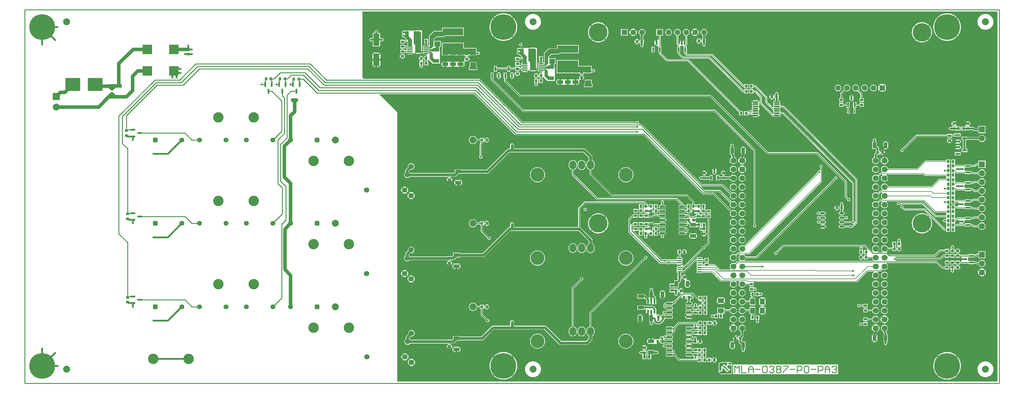
<source format=gtl>
G04 Layer_Physical_Order=1*
G04 Layer_Color=128*
%FSLAX43Y43*%
%MOMM*%
G71*
G01*
G75*
%ADD10R,2.700X2.700*%
%ADD11O,1.400X0.350*%
%ADD12R,6.000X2.000*%
%ADD13R,0.600X1.000*%
%ADD14R,0.600X1.350*%
%ADD15O,1.450X0.650*%
%ADD16R,1.340X1.800*%
%ADD17R,0.900X0.800*%
G04:AMPARAMS|DCode=18|XSize=0.45mm|YSize=1.6mm|CornerRadius=0.05mm|HoleSize=0mm|Usage=FLASHONLY|Rotation=90.000|XOffset=0mm|YOffset=0mm|HoleType=Round|Shape=RoundedRectangle|*
%AMROUNDEDRECTD18*
21,1,0.450,1.501,0,0,90.0*
21,1,0.351,1.600,0,0,90.0*
1,1,0.099,0.750,0.175*
1,1,0.099,0.750,-0.175*
1,1,0.099,-0.750,-0.175*
1,1,0.099,-0.750,0.175*
%
%ADD18ROUNDEDRECTD18*%
%ADD19R,4.240X3.810*%
%ADD20R,0.800X0.900*%
%ADD21R,1.800X3.550*%
%ADD22C,2.000*%
G04:AMPARAMS|DCode=23|XSize=0.65mm|YSize=1.65mm|CornerRadius=0.049mm|HoleSize=0mm|Usage=FLASHONLY|Rotation=270.000|XOffset=0mm|YOffset=0mm|HoleType=Round|Shape=RoundedRectangle|*
%AMROUNDEDRECTD23*
21,1,0.650,1.552,0,0,270.0*
21,1,0.552,1.650,0,0,270.0*
1,1,0.098,-0.776,-0.276*
1,1,0.098,-0.776,0.276*
1,1,0.098,0.776,0.276*
1,1,0.098,0.776,-0.276*
%
%ADD23ROUNDEDRECTD23*%
%ADD24R,1.700X1.000*%
G04:AMPARAMS|DCode=25|XSize=0.3mm|YSize=1.55mm|CornerRadius=0.05mm|HoleSize=0mm|Usage=FLASHONLY|Rotation=90.000|XOffset=0mm|YOffset=0mm|HoleType=Round|Shape=RoundedRectangle|*
%AMROUNDEDRECTD25*
21,1,0.300,1.451,0,0,90.0*
21,1,0.201,1.550,0,0,90.0*
1,1,0.099,0.726,0.101*
1,1,0.099,0.726,-0.101*
1,1,0.099,-0.726,-0.101*
1,1,0.099,-0.726,0.101*
%
%ADD25ROUNDEDRECTD25*%
G04:AMPARAMS|DCode=26|XSize=1.73mm|YSize=1.9mm|CornerRadius=0.052mm|HoleSize=0mm|Usage=FLASHONLY|Rotation=0.000|XOffset=0mm|YOffset=0mm|HoleType=Round|Shape=RoundedRectangle|*
%AMROUNDEDRECTD26*
21,1,1.730,1.796,0,0,0.0*
21,1,1.626,1.900,0,0,0.0*
1,1,0.104,0.813,-0.898*
1,1,0.104,-0.813,-0.898*
1,1,0.104,-0.813,0.898*
1,1,0.104,0.813,0.898*
%
%ADD26ROUNDEDRECTD26*%
%ADD27R,1.350X0.600*%
%ADD28R,1.000X1.700*%
%ADD29R,1.800X1.340*%
%ADD30C,0.200*%
%ADD31C,0.250*%
%ADD32C,0.750*%
%ADD33C,0.500*%
%ADD34C,0.150*%
%ADD35C,1.000*%
%ADD36C,0.400*%
%ADD37C,0.300*%
%ADD38C,0.254*%
%ADD39O,2.000X2.500*%
%ADD40C,3.000*%
%ADD41C,1.600*%
%ADD42R,1.600X1.600*%
%ADD43C,1.524*%
%ADD44C,7.400*%
%ADD45C,5.300*%
%ADD46C,1.700*%
%ADD47R,1.750X1.750*%
%ADD48C,1.750*%
%ADD49C,4.000*%
%ADD50R,2.000X2.000*%
%ADD51R,1.800X1.800*%
%ADD52C,1.800*%
%ADD53C,1.400*%
G04:AMPARAMS|DCode=54|XSize=1.4mm|YSize=1.4mm|CornerRadius=0.35mm|HoleSize=0mm|Usage=FLASHONLY|Rotation=0.000|XOffset=0mm|YOffset=0mm|HoleType=Round|Shape=RoundedRectangle|*
%AMROUNDEDRECTD54*
21,1,1.400,0.700,0,0,0.0*
21,1,0.700,1.400,0,0,0.0*
1,1,0.700,0.350,-0.350*
1,1,0.700,-0.350,-0.350*
1,1,0.700,-0.350,0.350*
1,1,0.700,0.350,0.350*
%
%ADD54ROUNDEDRECTD54*%
%ADD55C,0.600*%
G36*
X279500Y500D02*
X107000D01*
Y78000D01*
X101942Y83058D01*
X102009Y83220D01*
X129084D01*
X140802Y71502D01*
X140893Y71441D01*
X141000Y71420D01*
X177784D01*
X194902Y54302D01*
X194993Y54241D01*
X195100Y54220D01*
X197804D01*
X202678Y49345D01*
X202586Y49121D01*
X202551Y48860D01*
X202586Y48599D01*
X202686Y48356D01*
X202847Y48147D01*
X203056Y47986D01*
X203299Y47886D01*
X203560Y47851D01*
X203821Y47886D01*
X204064Y47986D01*
X204273Y48147D01*
X204433Y48356D01*
X204534Y48599D01*
X204569Y48860D01*
X204534Y49121D01*
X204433Y49364D01*
X204273Y49573D01*
X204064Y49733D01*
X203821Y49834D01*
X203560Y49869D01*
X203299Y49834D01*
X203075Y49742D01*
X198118Y54698D01*
X198027Y54759D01*
X197920Y54780D01*
X195296D01*
X195245Y54845D01*
X195331Y55020D01*
X199544D01*
X202678Y51885D01*
X202586Y51661D01*
X202551Y51400D01*
X202586Y51139D01*
X202686Y50896D01*
X202847Y50687D01*
X203056Y50527D01*
X203299Y50426D01*
X203560Y50391D01*
X203821Y50426D01*
X204064Y50527D01*
X204273Y50687D01*
X204433Y50896D01*
X204534Y51139D01*
X204569Y51400D01*
X204534Y51661D01*
X204433Y51904D01*
X204273Y52113D01*
X204064Y52273D01*
X203821Y52374D01*
X203560Y52409D01*
X203299Y52374D01*
X203075Y52282D01*
X199858Y55498D01*
X199767Y55559D01*
X199660Y55580D01*
X195316D01*
X194344Y56552D01*
X194381Y56662D01*
X194424Y56720D01*
X200384D01*
X202678Y54425D01*
X202586Y54201D01*
X202551Y53940D01*
X202586Y53679D01*
X202686Y53436D01*
X202847Y53227D01*
X203056Y53067D01*
X203299Y52966D01*
X203560Y52931D01*
X203821Y52966D01*
X204064Y53067D01*
X204273Y53227D01*
X204433Y53436D01*
X204534Y53679D01*
X204569Y53940D01*
X204534Y54201D01*
X204433Y54444D01*
X204273Y54653D01*
X204064Y54813D01*
X203821Y54914D01*
X203560Y54949D01*
X203299Y54914D01*
X203075Y54821D01*
X200698Y57198D01*
X200607Y57259D01*
X200500Y57280D01*
X194516D01*
X177198Y74598D01*
X177107Y74659D01*
X177000Y74680D01*
X176522D01*
X176430Y74855D01*
X176458Y75000D01*
X176424Y75175D01*
X176324Y75324D01*
X176175Y75424D01*
X176000Y75459D01*
X175824Y75424D01*
X175675Y75324D01*
X175646Y75280D01*
X143016D01*
X130798Y87498D01*
X130707Y87559D01*
X130600Y87580D01*
X97420D01*
X97000Y88000D01*
Y107000D01*
X279500D01*
Y500D01*
D02*
G37*
%LPC*%
G36*
X109120Y32595D02*
X108855Y32560D01*
X108608Y32457D01*
X108497Y32373D01*
X109120Y31750D01*
X109743Y32373D01*
X109632Y32457D01*
X109385Y32560D01*
X109120Y32595D01*
D02*
G37*
G36*
X275883Y32624D02*
X275180Y31920D01*
X275883Y31216D01*
X275986Y31351D01*
X276100Y31625D01*
X276139Y31920D01*
X276100Y32215D01*
X275986Y32489D01*
X275883Y32624D01*
D02*
G37*
G36*
X274117Y32624D02*
X274014Y32489D01*
X273900Y32215D01*
X273861Y31920D01*
X273900Y31625D01*
X274014Y31351D01*
X274117Y31216D01*
X274820Y31920D01*
X274117Y32624D01*
D02*
G37*
G36*
X267100Y33850D02*
X265900D01*
Y32750D01*
X266065D01*
X266079Y32734D01*
X266143Y32575D01*
X266076Y32476D01*
X266041Y32300D01*
X266076Y32124D01*
X266176Y31976D01*
X266324Y31876D01*
X266500Y31841D01*
X266676Y31876D01*
X266824Y31976D01*
X266924Y32124D01*
X266959Y32300D01*
X266924Y32476D01*
X266857Y32575D01*
X266921Y32734D01*
X266935Y32750D01*
X267100D01*
Y33850D01*
D02*
G37*
G36*
X268704Y33774D02*
X268230Y33300D01*
X268704Y32826D01*
Y33774D01*
D02*
G37*
G36*
X268000Y33170D02*
X267476Y32646D01*
X268524D01*
X268000Y33170D01*
D02*
G37*
G36*
X275000Y33059D02*
X274705Y33020D01*
X274431Y32906D01*
X274296Y32803D01*
X275000Y32100D01*
X275704Y32803D01*
X275569Y32906D01*
X275295Y33020D01*
X275000Y33059D01*
D02*
G37*
G36*
X108317Y32193D02*
X108233Y32082D01*
X108130Y31835D01*
X108095Y31570D01*
X108130Y31305D01*
X108233Y31058D01*
X108317Y30947D01*
X108940Y31570D01*
X108317Y32193D01*
D02*
G37*
G36*
X190154Y31024D02*
X189590Y30460D01*
X189500Y30550D01*
X189450Y30500D01*
X189590Y30360D01*
X189026Y29796D01*
X189509D01*
X189646Y29704D01*
X189646Y29621D01*
Y27676D01*
X190310Y28340D01*
X190400Y28250D01*
X190490Y28340D01*
X191154Y27676D01*
Y29524D01*
X190490Y28860D01*
X190310Y29040D01*
X190974Y29704D01*
X190291D01*
X190154Y29796D01*
X190154Y29879D01*
Y31024D01*
D02*
G37*
G36*
X111000Y31025D02*
X110735Y30990D01*
X110488Y30887D01*
X110377Y30803D01*
X111000Y30180D01*
X111623Y30803D01*
X111512Y30887D01*
X111265Y30990D01*
X111000Y31025D01*
D02*
G37*
G36*
X247000Y32089D02*
X246739Y32054D01*
X246496Y31953D01*
X246287Y31793D01*
X246126Y31584D01*
X246026Y31341D01*
X245991Y31080D01*
X246026Y30819D01*
X246126Y30576D01*
X246287Y30367D01*
X246496Y30206D01*
X246739Y30106D01*
X247000Y30071D01*
X247261Y30106D01*
X247504Y30206D01*
X247713Y30367D01*
X247873Y30576D01*
X247974Y30819D01*
X248009Y31080D01*
X247974Y31341D01*
X247873Y31584D01*
X247713Y31793D01*
X247504Y31953D01*
X247261Y32054D01*
X247000Y32089D01*
D02*
G37*
G36*
X109120Y31390D02*
X108497Y30767D01*
X108608Y30683D01*
X108855Y30580D01*
X109120Y30545D01*
X109385Y30580D01*
X109632Y30683D01*
X109743Y30767D01*
X109120Y31390D01*
D02*
G37*
G36*
X109923Y32193D02*
X109300Y31570D01*
X109923Y30947D01*
X110007Y31058D01*
X110110Y31305D01*
X110145Y31570D01*
X110110Y31835D01*
X110007Y32082D01*
X109923Y32193D01*
D02*
G37*
G36*
X275000Y31740D02*
X274296Y31037D01*
X274431Y30934D01*
X274705Y30820D01*
X275000Y30781D01*
X275295Y30820D01*
X275569Y30934D01*
X275704Y31037D01*
X275000Y31740D01*
D02*
G37*
G36*
X189974Y31204D02*
X189026D01*
X189500Y30730D01*
X189974Y31204D01*
D02*
G37*
G36*
X121296Y35074D02*
Y34126D01*
X121770Y34600D01*
X121296Y35074D01*
D02*
G37*
G36*
X122000Y34650D02*
X121950Y34600D01*
X122000Y34550D01*
X122050Y34600D01*
X122000Y34650D01*
D02*
G37*
G36*
Y34470D02*
X121476Y33946D01*
X122524D01*
X122000Y34470D01*
D02*
G37*
G36*
X122704Y35074D02*
X122230Y34600D01*
X122704Y34126D01*
Y35074D01*
D02*
G37*
G36*
X240954Y36724D02*
X240430Y36200D01*
X240954Y35676D01*
Y36724D01*
D02*
G37*
G36*
X239646Y36724D02*
Y35676D01*
X240170Y36200D01*
X239646Y36724D01*
D02*
G37*
G36*
X122524Y35254D02*
X121476D01*
X122000Y34730D01*
X122524Y35254D01*
D02*
G37*
G36*
X240300Y35970D02*
X239826Y35496D01*
X240774D01*
X240300Y35970D01*
D02*
G37*
G36*
X125104Y34274D02*
X124530Y33700D01*
X125104Y33126D01*
Y34274D01*
D02*
G37*
G36*
X122896Y34274D02*
Y33126D01*
X123470Y33700D01*
X122896Y34274D01*
D02*
G37*
G36*
X267296Y33774D02*
Y32826D01*
X267770Y33300D01*
X267296Y33774D01*
D02*
G37*
G36*
X124924Y34454D02*
X123076D01*
X123740Y33790D01*
X123650Y33700D01*
X123740Y33610D01*
X123076Y32946D01*
X124924D01*
X124260Y33610D01*
X124350Y33700D01*
X124260Y33790D01*
X124924Y34454D01*
D02*
G37*
G36*
X147300Y38160D02*
X146879Y38119D01*
X146473Y37996D01*
X146100Y37796D01*
X145772Y37528D01*
X145504Y37200D01*
X145304Y36827D01*
X145181Y36421D01*
X145140Y36000D01*
X145181Y35579D01*
X145304Y35173D01*
X145504Y34800D01*
X145772Y34472D01*
X146100Y34204D01*
X146473Y34004D01*
X146879Y33881D01*
X147300Y33840D01*
X147721Y33881D01*
X148127Y34004D01*
X148500Y34204D01*
X148828Y34472D01*
X149096Y34800D01*
X149296Y35173D01*
X149419Y35579D01*
X149460Y36000D01*
X149419Y36421D01*
X149296Y36827D01*
X149096Y37200D01*
X148828Y37528D01*
X148500Y37796D01*
X148127Y37996D01*
X147721Y38119D01*
X147300Y38160D01*
D02*
G37*
G36*
X172700D02*
X172279Y38119D01*
X171873Y37996D01*
X171500Y37796D01*
X171172Y37528D01*
X170904Y37200D01*
X170704Y36827D01*
X170581Y36421D01*
X170540Y36000D01*
X170581Y35579D01*
X170704Y35173D01*
X170904Y34800D01*
X171172Y34472D01*
X171500Y34204D01*
X171873Y34004D01*
X172279Y33881D01*
X172700Y33840D01*
X173121Y33881D01*
X173527Y34004D01*
X173900Y34204D01*
X174228Y34472D01*
X174496Y34800D01*
X174696Y35173D01*
X174819Y35579D01*
X174860Y36000D01*
X174819Y36421D01*
X174696Y36827D01*
X174496Y37200D01*
X174228Y37528D01*
X173900Y37796D01*
X173527Y37996D01*
X173121Y38119D01*
X172700Y38160D01*
D02*
G37*
G36*
X268000Y33350D02*
X267950Y33300D01*
X268000Y33250D01*
X268050Y33300D01*
X268000Y33350D01*
D02*
G37*
G36*
X268524Y33954D02*
X267476D01*
X268000Y33430D01*
X268524Y33954D01*
D02*
G37*
G36*
X183200Y24970D02*
X182626Y24396D01*
X183774D01*
X183200Y24970D01*
D02*
G37*
G36*
X180000Y27459D02*
X179824Y27424D01*
X179676Y27324D01*
X179576Y27176D01*
X179541Y27000D01*
X179576Y26824D01*
X179592Y26800D01*
Y26500D01*
X179350D01*
Y24674D01*
X179175Y24602D01*
X178488Y25288D01*
X178356Y25377D01*
X178200Y25408D01*
X178200Y25408D01*
X178000D01*
Y25650D01*
X176000D01*
Y24350D01*
X178000D01*
Y24376D01*
X178175Y24448D01*
X178600Y24023D01*
Y22725D01*
X179375D01*
X179500Y22725D01*
X179675Y22725D01*
X180450D01*
Y22725D01*
X180500D01*
Y22725D01*
X181400D01*
Y24025D01*
X181358D01*
Y24550D01*
X181358Y24550D01*
X181327Y24706D01*
X181238Y24838D01*
X180650Y25427D01*
Y26500D01*
X180408D01*
Y26800D01*
X180424Y26824D01*
X180459Y27000D01*
X180424Y27176D01*
X180324Y27324D01*
X180176Y27424D01*
X180000Y27459D01*
D02*
G37*
G36*
X212674Y24654D02*
X211186D01*
X211930Y23910D01*
X212674Y24654D01*
D02*
G37*
G36*
X189400Y24470D02*
X188926Y23996D01*
X189874D01*
X189400Y24470D01*
D02*
G37*
G36*
X244460Y27009D02*
X244199Y26974D01*
X243956Y26873D01*
X243747Y26713D01*
X243587Y26504D01*
X243486Y26261D01*
X243451Y26000D01*
X243486Y25739D01*
X243587Y25496D01*
X243747Y25287D01*
X243956Y25126D01*
X244199Y25026D01*
X244460Y24991D01*
X244721Y25026D01*
X244964Y25126D01*
X245173Y25287D01*
X245333Y25496D01*
X245434Y25739D01*
X245469Y26000D01*
X245434Y26261D01*
X245333Y26504D01*
X245173Y26713D01*
X244964Y26873D01*
X244721Y26974D01*
X244460Y27009D01*
D02*
G37*
G36*
X247000D02*
X246739Y26974D01*
X246496Y26873D01*
X246287Y26713D01*
X246126Y26504D01*
X246026Y26261D01*
X245991Y26000D01*
X246026Y25739D01*
X246126Y25496D01*
X246287Y25287D01*
X246496Y25126D01*
X246739Y25026D01*
X247000Y24991D01*
X247261Y25026D01*
X247504Y25126D01*
X247713Y25287D01*
X247873Y25496D01*
X247974Y25739D01*
X248009Y26000D01*
X247974Y26261D01*
X247873Y26504D01*
X247713Y26713D01*
X247504Y26873D01*
X247261Y26974D01*
X247000Y27009D01*
D02*
G37*
G36*
X203560D02*
X203299Y26974D01*
X203056Y26873D01*
X202847Y26713D01*
X202686Y26504D01*
X202586Y26261D01*
X202551Y26000D01*
X202586Y25739D01*
X202686Y25496D01*
X202847Y25287D01*
X203056Y25126D01*
X203299Y25026D01*
X203560Y24991D01*
X203821Y25026D01*
X204064Y25126D01*
X204273Y25287D01*
X204433Y25496D01*
X204534Y25739D01*
X204569Y26000D01*
X204534Y26261D01*
X204433Y26504D01*
X204273Y26713D01*
X204064Y26873D01*
X203821Y26974D01*
X203560Y27009D01*
D02*
G37*
G36*
X206100D02*
X205839Y26974D01*
X205596Y26873D01*
X205387Y26713D01*
X205227Y26504D01*
X205126Y26261D01*
X205091Y26000D01*
X205126Y25739D01*
X205227Y25496D01*
X205387Y25287D01*
X205596Y25126D01*
X205839Y25026D01*
X206100Y24991D01*
X206361Y25026D01*
X206604Y25126D01*
X206813Y25287D01*
X206973Y25496D01*
X207074Y25739D01*
X207109Y26000D01*
X207074Y26261D01*
X206973Y26504D01*
X206813Y26713D01*
X206604Y26873D01*
X206361Y26974D01*
X206100Y27009D01*
D02*
G37*
G36*
X200974Y24654D02*
X199026D01*
X199860Y23820D01*
X199770Y23730D01*
X199860Y23640D01*
X199026Y22806D01*
X200974D01*
X200140Y23640D01*
X200230Y23730D01*
X200140Y23820D01*
X200974Y24654D01*
D02*
G37*
G36*
X198846Y24474D02*
Y22986D01*
X199590Y23730D01*
X198846Y24474D01*
D02*
G37*
G36*
X193446Y23624D02*
X193446Y22576D01*
X193970Y23100D01*
X193446Y23624D01*
D02*
G37*
G36*
X242100Y22850D02*
X240900D01*
Y22580D01*
X239954D01*
X239924Y22624D01*
X239776Y22724D01*
X239600Y22759D01*
X239424Y22724D01*
X239276Y22624D01*
X239176Y22476D01*
X239141Y22300D01*
X239176Y22124D01*
X239276Y21976D01*
X239424Y21876D01*
X239600Y21841D01*
X239776Y21876D01*
X239924Y21976D01*
X239954Y22020D01*
X240900D01*
Y21750D01*
X242100D01*
Y22850D01*
D02*
G37*
G36*
X212854Y24474D02*
X212020Y23640D01*
X211930Y23730D01*
X211840Y23640D01*
X211006Y24474D01*
Y22526D01*
X211840Y23360D01*
X211930Y23270D01*
X212020Y23360D01*
X212854Y22526D01*
Y24474D01*
D02*
G37*
G36*
X209650Y26200D02*
X208550D01*
Y25000D01*
X208790D01*
Y24550D01*
X208250D01*
Y23740D01*
X207066D01*
X206973Y23964D01*
X206813Y24173D01*
X206604Y24333D01*
X206361Y24434D01*
X206100Y24469D01*
X205839Y24434D01*
X205596Y24333D01*
X205387Y24173D01*
X205227Y23964D01*
X205126Y23721D01*
X205091Y23460D01*
X205126Y23199D01*
X205227Y22956D01*
X205387Y22747D01*
X205596Y22587D01*
X205839Y22486D01*
X206100Y22451D01*
X206361Y22486D01*
X206604Y22587D01*
X206813Y22747D01*
X206973Y22956D01*
X207066Y23180D01*
X208250D01*
Y22450D01*
X209890D01*
Y24550D01*
X209350D01*
Y25000D01*
X209650D01*
Y26200D01*
D02*
G37*
G36*
X201154Y24474D02*
X200410Y23730D01*
X201154Y22986D01*
Y24474D01*
D02*
G37*
G36*
X194100Y23150D02*
X194050Y23100D01*
X194100Y23050D01*
X194150Y23100D01*
X194100Y23150D01*
D02*
G37*
G36*
X247000Y29549D02*
X246739Y29514D01*
X246496Y29413D01*
X246287Y29253D01*
X246126Y29044D01*
X246026Y28801D01*
X245991Y28540D01*
X246026Y28279D01*
X246126Y28036D01*
X246287Y27827D01*
X246496Y27667D01*
X246739Y27566D01*
X247000Y27531D01*
X247261Y27566D01*
X247504Y27667D01*
X247713Y27827D01*
X247873Y28036D01*
X247974Y28279D01*
X248009Y28540D01*
X247974Y28801D01*
X247873Y29044D01*
X247713Y29253D01*
X247504Y29413D01*
X247261Y29514D01*
X247000Y29549D01*
D02*
G37*
G36*
X111000Y29820D02*
X110377Y29197D01*
X110488Y29113D01*
X110735Y29010D01*
X111000Y28975D01*
X111265Y29010D01*
X111512Y29113D01*
X111623Y29197D01*
X111000Y29820D01*
D02*
G37*
G36*
X190400Y28070D02*
X189826Y27496D01*
X190974D01*
X190400Y28070D01*
D02*
G37*
G36*
X244460Y29549D02*
X244199Y29514D01*
X243956Y29413D01*
X243747Y29253D01*
X243587Y29044D01*
X243486Y28801D01*
X243451Y28540D01*
X243486Y28279D01*
X243587Y28036D01*
X243747Y27827D01*
X243956Y27667D01*
X244199Y27566D01*
X244460Y27531D01*
X244721Y27566D01*
X244964Y27667D01*
X245173Y27827D01*
X245333Y28036D01*
X245434Y28279D01*
X245469Y28540D01*
X245434Y28801D01*
X245333Y29044D01*
X245173Y29253D01*
X244964Y29413D01*
X244721Y29514D01*
X244460Y29549D01*
D02*
G37*
G36*
X160000Y30459D02*
X159824Y30424D01*
X159676Y30324D01*
X159576Y30176D01*
X159541Y30000D01*
X159552Y29948D01*
X157252Y27648D01*
X157191Y27557D01*
X157170Y27450D01*
Y16273D01*
X157150Y16270D01*
X156870Y16155D01*
X156630Y15970D01*
X156445Y15730D01*
X156330Y15450D01*
X156290Y15150D01*
Y14650D01*
X156330Y14350D01*
X156445Y14070D01*
X156630Y13830D01*
X156870Y13645D01*
X157150Y13530D01*
X157450Y13490D01*
X157750Y13530D01*
X158030Y13645D01*
X158270Y13830D01*
X158455Y14070D01*
X158570Y14350D01*
X158610Y14650D01*
Y15150D01*
X158570Y15450D01*
X158455Y15730D01*
X158270Y15970D01*
X158030Y16155D01*
X157750Y16270D01*
X157730Y16273D01*
Y27334D01*
X159948Y29552D01*
X160000Y29541D01*
X160176Y29576D01*
X160324Y29676D01*
X160424Y29824D01*
X160459Y30000D01*
X160424Y30176D01*
X160324Y30324D01*
X160176Y30424D01*
X160000Y30459D01*
D02*
G37*
G36*
X188846Y31024D02*
Y29976D01*
X189370Y30500D01*
X188846Y31024D01*
D02*
G37*
G36*
X111803Y30623D02*
X111180Y30000D01*
X111803Y29377D01*
X111887Y29488D01*
X111990Y29735D01*
X112025Y30000D01*
X111990Y30265D01*
X111887Y30512D01*
X111803Y30623D01*
D02*
G37*
G36*
X110197Y30623D02*
X110113Y30512D01*
X110010Y30265D01*
X109975Y30000D01*
X110010Y29735D01*
X110113Y29488D01*
X110197Y29377D01*
X110820Y30000D01*
X110197Y30623D01*
D02*
G37*
G36*
X183954Y26424D02*
X183290Y25760D01*
X183200Y25850D01*
X183110Y25760D01*
X182446Y26424D01*
Y24576D01*
X183110Y25240D01*
X183200Y25150D01*
X183290Y25240D01*
X183954Y24576D01*
Y26424D01*
D02*
G37*
G36*
X183774Y26604D02*
X182626D01*
X183200Y26030D01*
X183774Y26604D01*
D02*
G37*
G36*
X186400Y27250D02*
Y27250D01*
X186396Y27250D01*
X185200D01*
Y26150D01*
X186400D01*
Y26150D01*
X186550Y26090D01*
Y26000D01*
X186692D01*
Y25800D01*
X186676Y25776D01*
X186641Y25600D01*
X186676Y25424D01*
X186776Y25276D01*
X186924Y25176D01*
X187100Y25141D01*
X187276Y25176D01*
X187424Y25276D01*
X187524Y25424D01*
X187559Y25600D01*
X187524Y25776D01*
X187508Y25800D01*
Y26000D01*
X187650D01*
Y27200D01*
X186550D01*
Y27200D01*
X186400Y27250D01*
D02*
G37*
G36*
X211050Y26200D02*
X209950D01*
Y25000D01*
X211050D01*
Y25165D01*
X211066Y25179D01*
X211225Y25243D01*
X211324Y25176D01*
X211500Y25141D01*
X211676Y25176D01*
X211824Y25276D01*
X211924Y25424D01*
X211959Y25600D01*
X211924Y25776D01*
X211824Y25924D01*
X211676Y26024D01*
X211500Y26059D01*
X211324Y26024D01*
X211225Y25957D01*
X211066Y26021D01*
X211050Y26035D01*
Y26200D01*
D02*
G37*
G36*
X209400Y27650D02*
X208200D01*
Y26550D01*
X209400D01*
Y26616D01*
X209575Y26709D01*
X209624Y26676D01*
X209800Y26641D01*
X209976Y26676D01*
X210124Y26776D01*
X210224Y26924D01*
X210259Y27100D01*
X210224Y27276D01*
X210124Y27424D01*
X209976Y27524D01*
X209800Y27559D01*
X209624Y27524D01*
X209575Y27491D01*
X209400Y27584D01*
Y27650D01*
D02*
G37*
G36*
X188974Y27304D02*
X188026D01*
X188500Y26830D01*
X188974Y27304D01*
D02*
G37*
G36*
X187846Y27124D02*
Y26076D01*
X188370Y26600D01*
X187846Y27124D01*
D02*
G37*
G36*
X189154Y27124D02*
X188590Y26560D01*
X188500Y26650D01*
X188450Y26600D01*
X188590Y26460D01*
X188026Y25896D01*
X188571D01*
X188638Y25734D01*
X186652Y23748D01*
X186600Y23759D01*
X186424Y23724D01*
X186276Y23624D01*
X186176Y23476D01*
X186144Y23453D01*
X185978Y23378D01*
X185951Y23384D01*
X184399D01*
X184321Y23368D01*
X184255Y23325D01*
X184212Y23259D01*
X184197Y23185D01*
X184005D01*
X183898Y23164D01*
X183807Y23103D01*
X183602Y22898D01*
X183541Y22807D01*
X183520Y22700D01*
Y21900D01*
X183541Y21793D01*
X183602Y21702D01*
X183867Y21437D01*
X183958Y21376D01*
X184065Y21355D01*
X184197D01*
X184212Y21281D01*
X184255Y21215D01*
X184321Y21172D01*
X184399Y21156D01*
X185951D01*
X186029Y21172D01*
X186095Y21215D01*
X186138Y21281D01*
X186154Y21359D01*
Y21911D01*
X186138Y21989D01*
X186095Y22055D01*
X186029Y22098D01*
X185951Y22114D01*
X184399D01*
X184321Y22098D01*
X184255Y22055D01*
X184255Y22054D01*
X184080Y22108D01*
Y22432D01*
X184255Y22486D01*
X184255Y22485D01*
X184321Y22442D01*
X184399Y22426D01*
X185951D01*
X186029Y22442D01*
X186095Y22485D01*
X186138Y22551D01*
X186152Y22620D01*
X186200D01*
X186307Y22641D01*
X186398Y22702D01*
X186548Y22852D01*
X186600Y22841D01*
X186776Y22876D01*
X186924Y22976D01*
X187024Y23124D01*
X187059Y23300D01*
X187048Y23352D01*
X188584Y24888D01*
X188746Y24821D01*
Y24176D01*
X189310Y24740D01*
X189400Y24650D01*
X189490Y24740D01*
X190054Y24176D01*
Y25245D01*
X190075Y25254D01*
X190083Y25254D01*
X190250Y25139D01*
Y24100D01*
X190392D01*
Y23384D01*
X190049D01*
X189971Y23368D01*
X189905Y23325D01*
X189862Y23259D01*
X189846Y23181D01*
Y22629D01*
X189862Y22551D01*
X189905Y22485D01*
X189971Y22442D01*
X190049Y22426D01*
X191601D01*
X191679Y22442D01*
X191745Y22485D01*
X191788Y22551D01*
X191804Y22629D01*
Y23181D01*
X191788Y23259D01*
X191745Y23325D01*
X191679Y23368D01*
X191601Y23384D01*
X191208D01*
Y24100D01*
X191350D01*
Y24226D01*
X191524Y24276D01*
X191700Y24241D01*
X191876Y24276D01*
X192024Y24376D01*
X192124Y24524D01*
X192159Y24700D01*
X192124Y24876D01*
X192024Y25024D01*
X191876Y25124D01*
X191700Y25159D01*
X191582Y25135D01*
X191408Y25240D01*
X191403Y25275D01*
X191535Y25420D01*
X191984D01*
X193102Y24302D01*
X193193Y24241D01*
X193300Y24220D01*
X193426D01*
X193550Y24096D01*
X193550Y23936D01*
X193525Y23904D01*
X194100Y23330D01*
X194675Y23904D01*
X194650Y23936D01*
X194650Y23979D01*
Y25100D01*
X193550D01*
Y24880D01*
X193375Y24822D01*
X192298Y25898D01*
X192207Y25959D01*
X192100Y25980D01*
X189154D01*
Y27124D01*
D02*
G37*
G36*
X189601Y44939D02*
X188049D01*
X187971Y44923D01*
X187905Y44880D01*
X187862Y44814D01*
X187846Y44736D01*
Y44184D01*
X187862Y44106D01*
X187905Y44040D01*
X187971Y43997D01*
X188049Y43981D01*
X189601D01*
X189679Y43997D01*
X189745Y44040D01*
X189788Y44106D01*
X189803Y44180D01*
X190024D01*
X190120Y44084D01*
Y43516D01*
X190074Y43470D01*
X189803D01*
X189788Y43544D01*
X189745Y43610D01*
X189679Y43653D01*
X189601Y43669D01*
X188049D01*
X187971Y43653D01*
X187905Y43610D01*
X187862Y43544D01*
X187846Y43466D01*
Y42914D01*
X187862Y42836D01*
X187905Y42770D01*
X187971Y42727D01*
X188049Y42711D01*
X189601D01*
X189679Y42727D01*
X189745Y42770D01*
X189788Y42836D01*
X189803Y42910D01*
X190190D01*
X190297Y42931D01*
X190388Y42992D01*
X190598Y43202D01*
X190659Y43293D01*
X190680Y43400D01*
Y44200D01*
X190659Y44307D01*
X190598Y44398D01*
X190338Y44658D01*
X190247Y44719D01*
X190140Y44740D01*
X189803D01*
X189788Y44814D01*
X189745Y44880D01*
X189679Y44923D01*
X189601Y44939D01*
D02*
G37*
G36*
X195624Y43654D02*
X194576D01*
X195100Y43130D01*
X195624Y43654D01*
D02*
G37*
G36*
X257770Y45820D02*
X255807Y43857D01*
X256058Y43643D01*
X256448Y43405D01*
X256870Y43230D01*
X257314Y43123D01*
X257770Y43087D01*
X258226Y43123D01*
X258670Y43230D01*
X259092Y43405D01*
X259482Y43643D01*
X259733Y43857D01*
X257770Y45820D01*
D02*
G37*
G36*
X180554Y45024D02*
X180030Y44500D01*
X180554Y43976D01*
Y45024D01*
D02*
G37*
G36*
X255627Y47963D02*
X255413Y47712D01*
X255174Y47322D01*
X255000Y46900D01*
X254893Y46456D01*
X254857Y46000D01*
X254893Y45544D01*
X255000Y45100D01*
X255174Y44678D01*
X255413Y44288D01*
X255627Y44037D01*
X257590Y46000D01*
X255627Y47963D01*
D02*
G37*
G36*
X162607D02*
X162393Y47712D01*
X162155Y47322D01*
X161980Y46900D01*
X161873Y46456D01*
X161837Y46000D01*
X161873Y45544D01*
X161980Y45100D01*
X162155Y44678D01*
X162393Y44288D01*
X162607Y44037D01*
X164570Y46000D01*
X162607Y47963D01*
D02*
G37*
G36*
X181850Y45100D02*
X180750D01*
Y43900D01*
X181020D01*
Y43700D01*
X180750D01*
Y42500D01*
X181850D01*
Y43700D01*
X181580D01*
Y43900D01*
X181850D01*
Y44180D01*
X182197D01*
X182212Y44106D01*
X182255Y44040D01*
X182321Y43997D01*
X182399Y43981D01*
X183951D01*
X184029Y43997D01*
X184095Y44040D01*
X184138Y44106D01*
X184154Y44184D01*
Y44736D01*
X184138Y44814D01*
X184095Y44880D01*
X184029Y44923D01*
X183951Y44939D01*
X182399D01*
X182321Y44923D01*
X182255Y44880D01*
X182212Y44814D01*
X182197Y44740D01*
X181850D01*
Y45100D01*
D02*
G37*
G36*
X164750Y45820D02*
X162787Y43857D01*
X163038Y43643D01*
X163428Y43405D01*
X163850Y43230D01*
X164294Y43123D01*
X164750Y43087D01*
X165206Y43123D01*
X165650Y43230D01*
X166072Y43405D01*
X166462Y43643D01*
X166713Y43857D01*
X164750Y45820D01*
D02*
G37*
G36*
X203560Y44789D02*
X203299Y44754D01*
X203056Y44653D01*
X202847Y44493D01*
X202686Y44284D01*
X202586Y44041D01*
X202551Y43780D01*
X202586Y43519D01*
X202686Y43276D01*
X202847Y43067D01*
X203056Y42907D01*
X203299Y42806D01*
X203560Y42771D01*
X203821Y42806D01*
X204064Y42907D01*
X204273Y43067D01*
X204433Y43276D01*
X204534Y43519D01*
X204569Y43780D01*
X204534Y44041D01*
X204433Y44284D01*
X204273Y44493D01*
X204064Y44653D01*
X203821Y44754D01*
X203560Y44789D01*
D02*
G37*
G36*
X195804Y43474D02*
X195330Y43000D01*
X195804Y42526D01*
Y43474D01*
D02*
G37*
G36*
X194396Y43474D02*
Y42526D01*
X194870Y43000D01*
X194396Y43474D01*
D02*
G37*
G36*
X206100Y44789D02*
X205839Y44754D01*
X205596Y44653D01*
X205387Y44493D01*
X205227Y44284D01*
X205126Y44041D01*
X205091Y43780D01*
X205126Y43519D01*
X205227Y43276D01*
X205387Y43067D01*
X205596Y42907D01*
X205839Y42806D01*
X206100Y42771D01*
X206361Y42806D01*
X206604Y42907D01*
X206813Y43067D01*
X206973Y43276D01*
X207074Y43519D01*
X207109Y43780D01*
X207074Y44041D01*
X206973Y44284D01*
X206813Y44493D01*
X206604Y44653D01*
X206361Y44754D01*
X206100Y44789D01*
D02*
G37*
G36*
X195100Y43050D02*
X195050Y43000D01*
X195100Y42950D01*
X195150Y43000D01*
X195100Y43050D01*
D02*
G37*
G36*
X247000Y44789D02*
X246739Y44754D01*
X246496Y44653D01*
X246287Y44493D01*
X246126Y44284D01*
X246026Y44041D01*
X245991Y43780D01*
X246026Y43519D01*
X246126Y43276D01*
X246287Y43067D01*
X246496Y42907D01*
X246739Y42806D01*
X247000Y42771D01*
X247261Y42806D01*
X247504Y42907D01*
X247713Y43067D01*
X247873Y43276D01*
X247974Y43519D01*
X248009Y43780D01*
X247974Y44041D01*
X247873Y44284D01*
X247713Y44493D01*
X247504Y44653D01*
X247261Y44754D01*
X247000Y44789D01*
D02*
G37*
G36*
X244460D02*
X244199Y44754D01*
X243956Y44653D01*
X243747Y44493D01*
X243587Y44284D01*
X243486Y44041D01*
X243451Y43780D01*
X243486Y43519D01*
X243587Y43276D01*
X243747Y43067D01*
X243956Y42907D01*
X244199Y42806D01*
X244460Y42771D01*
X244721Y42806D01*
X244964Y42907D01*
X245173Y43067D01*
X245333Y43276D01*
X245434Y43519D01*
X245469Y43780D01*
X245434Y44041D01*
X245333Y44284D01*
X245173Y44493D01*
X244964Y44653D01*
X244721Y44754D01*
X244460Y44789D01*
D02*
G37*
G36*
X166893Y47963D02*
X164930Y46000D01*
X166893Y44037D01*
X167107Y44288D01*
X167345Y44678D01*
X167520Y45100D01*
X167627Y45544D01*
X167663Y46000D01*
X167627Y46456D01*
X167520Y46900D01*
X167345Y47322D01*
X167107Y47712D01*
X166893Y47963D01*
D02*
G37*
G36*
X132046Y46524D02*
Y45476D01*
X132570Y46000D01*
X132046Y46524D01*
D02*
G37*
G36*
X247000Y47329D02*
X246739Y47294D01*
X246496Y47193D01*
X246287Y47033D01*
X246126Y46824D01*
X246026Y46581D01*
X245991Y46320D01*
X246026Y46059D01*
X246126Y45816D01*
X246287Y45607D01*
X246496Y45446D01*
X246739Y45346D01*
X247000Y45311D01*
X247261Y45346D01*
X247504Y45446D01*
X247713Y45607D01*
X247873Y45816D01*
X247974Y46059D01*
X248009Y46320D01*
X247974Y46581D01*
X247873Y46824D01*
X247713Y47033D01*
X247504Y47193D01*
X247261Y47294D01*
X247000Y47329D01*
D02*
G37*
G36*
X244460D02*
X244199Y47294D01*
X243956Y47193D01*
X243747Y47033D01*
X243587Y46824D01*
X243486Y46581D01*
X243451Y46320D01*
X243486Y46059D01*
X243587Y45816D01*
X243747Y45607D01*
X243956Y45446D01*
X244199Y45346D01*
X244460Y45311D01*
X244721Y45346D01*
X244964Y45446D01*
X245173Y45607D01*
X245333Y45816D01*
X245434Y46059D01*
X245469Y46320D01*
X245434Y46581D01*
X245333Y46824D01*
X245173Y47033D01*
X244964Y47193D01*
X244721Y47294D01*
X244460Y47329D01*
D02*
G37*
G36*
X133354Y46524D02*
X132830Y46000D01*
X133354Y45476D01*
Y46524D01*
D02*
G37*
G36*
X257770Y48913D02*
X257314Y48877D01*
X256870Y48770D01*
X256448Y48595D01*
X256058Y48357D01*
X255807Y48143D01*
X257770Y46180D01*
X259733Y48143D01*
X259482Y48357D01*
X259092Y48595D01*
X258670Y48770D01*
X258226Y48877D01*
X257770Y48913D01*
D02*
G37*
G36*
X164750D02*
X164294Y48877D01*
X163850Y48770D01*
X163428Y48595D01*
X163038Y48357D01*
X162787Y48143D01*
X164750Y46180D01*
X166713Y48143D01*
X166462Y48357D01*
X166072Y48595D01*
X165650Y48770D01*
X165206Y48877D01*
X164750Y48913D01*
D02*
G37*
G36*
X132700Y46050D02*
X132650Y46000D01*
X132700Y45950D01*
X132750Y46000D01*
X132700Y46050D01*
D02*
G37*
G36*
X206100Y47329D02*
X205839Y47294D01*
X205596Y47193D01*
X205387Y47033D01*
X205227Y46824D01*
X205126Y46581D01*
X205091Y46320D01*
X205126Y46059D01*
X205227Y45816D01*
X205387Y45607D01*
X205596Y45446D01*
X205839Y45346D01*
X206100Y45311D01*
X206361Y45346D01*
X206604Y45446D01*
X206813Y45607D01*
X206973Y45816D01*
X207074Y46059D01*
X207109Y46320D01*
X207074Y46581D01*
X206973Y46824D01*
X206813Y47033D01*
X206604Y47193D01*
X206361Y47294D01*
X206100Y47329D01*
D02*
G37*
G36*
X230164Y45405D02*
X229855Y45095D01*
X230164Y44785D01*
X230220Y44869D01*
X230265Y45095D01*
X230220Y45321D01*
X230164Y45405D01*
D02*
G37*
G36*
X229675Y45685D02*
X228875D01*
X228649Y45640D01*
X228565Y45584D01*
X228965Y45185D01*
X228875Y45095D01*
X228965Y45005D01*
X228565Y44606D01*
X228649Y44550D01*
X228875Y44505D01*
X229675D01*
X229901Y44550D01*
X229985Y44606D01*
X229585Y45005D01*
X229675Y45095D01*
X229585Y45185D01*
X229985Y45584D01*
X229901Y45640D01*
X229675Y45685D01*
D02*
G37*
G36*
X259913Y47963D02*
X257950Y46000D01*
X259913Y44037D01*
X260127Y44288D01*
X260365Y44678D01*
X260540Y45100D01*
X260647Y45544D01*
X260683Y46000D01*
X260647Y46456D01*
X260540Y46900D01*
X260365Y47322D01*
X260127Y47712D01*
X259913Y47963D01*
D02*
G37*
G36*
X228386Y45405D02*
X228330Y45321D01*
X228285Y45095D01*
X228330Y44869D01*
X228386Y44785D01*
X228695Y45095D01*
X228386Y45405D01*
D02*
G37*
G36*
X203560Y47329D02*
X203299Y47294D01*
X203056Y47193D01*
X202847Y47033D01*
X202686Y46824D01*
X202586Y46581D01*
X202551Y46320D01*
X202586Y46059D01*
X202686Y45816D01*
X202847Y45607D01*
X203056Y45446D01*
X203299Y45346D01*
X203560Y45311D01*
X203821Y45346D01*
X204064Y45446D01*
X204273Y45607D01*
X204433Y45816D01*
X204534Y46059D01*
X204569Y46320D01*
X204534Y46581D01*
X204433Y46824D01*
X204273Y47033D01*
X204064Y47193D01*
X203821Y47294D01*
X203560Y47329D01*
D02*
G37*
G36*
X132700Y45770D02*
X132226Y45296D01*
X133174D01*
X132700Y45770D01*
D02*
G37*
G36*
X134700Y89350D02*
X133800D01*
Y87700D01*
X133970D01*
Y87350D01*
X133991Y87243D01*
X134052Y87152D01*
X143002Y78202D01*
X143093Y78141D01*
X143200Y78120D01*
X198184D01*
X209420Y66884D01*
Y45654D01*
X209376Y45624D01*
X209276Y45476D01*
X209241Y45300D01*
X209276Y45124D01*
X209376Y44976D01*
X209524Y44876D01*
X209700Y44841D01*
X209876Y44876D01*
X210024Y44976D01*
X210124Y45124D01*
X210159Y45300D01*
X210124Y45476D01*
X210024Y45624D01*
X209980Y45654D01*
Y67000D01*
X209959Y67107D01*
X209898Y67198D01*
X198498Y78598D01*
X198407Y78659D01*
X198300Y78680D01*
X143316D01*
X134530Y87466D01*
Y87700D01*
X134700D01*
Y89350D01*
D02*
G37*
G36*
X195100Y42870D02*
X194576Y42346D01*
X195624D01*
X195100Y42870D01*
D02*
G37*
G36*
X268704Y38574D02*
X268230Y38100D01*
X268704Y37626D01*
Y38574D01*
D02*
G37*
G36*
X266500Y39659D02*
X266324Y39624D01*
X266176Y39524D01*
X266076Y39376D01*
X266041Y39200D01*
X266076Y39024D01*
X266176Y38876D01*
X266220Y38846D01*
Y38650D01*
X265900D01*
Y37550D01*
X267100D01*
Y38650D01*
X266780D01*
Y38846D01*
X266824Y38876D01*
X266924Y39024D01*
X266959Y39200D01*
X266924Y39376D01*
X266824Y39524D01*
X266676Y39624D01*
X266500Y39659D01*
D02*
G37*
G36*
X160000Y40310D02*
X159700Y40270D01*
X159420Y40155D01*
X159180Y39970D01*
X158995Y39730D01*
X158880Y39450D01*
X158840Y39150D01*
Y38650D01*
X158880Y38350D01*
X158995Y38070D01*
X159180Y37830D01*
X159420Y37645D01*
X159700Y37530D01*
X160000Y37490D01*
X160300Y37530D01*
X160580Y37645D01*
X160820Y37830D01*
X161005Y38070D01*
X161120Y38350D01*
X161160Y38650D01*
Y39150D01*
X161120Y39450D01*
X161005Y39730D01*
X160820Y39970D01*
X160580Y40155D01*
X160300Y40270D01*
X160000Y40310D01*
D02*
G37*
G36*
X267296Y38574D02*
Y37626D01*
X267770Y38100D01*
X267296Y38574D01*
D02*
G37*
G36*
X251200Y38470D02*
X250726Y37996D01*
X251674D01*
X251200Y38470D01*
D02*
G37*
G36*
X189500Y37850D02*
X189450Y37800D01*
X189500Y37750D01*
X189550Y37800D01*
X189500Y37850D01*
D02*
G37*
G36*
X203560Y39709D02*
X203299Y39674D01*
X203056Y39573D01*
X202847Y39413D01*
X202686Y39204D01*
X202586Y38961D01*
X202551Y38700D01*
X202586Y38439D01*
X202686Y38196D01*
X202847Y37987D01*
X203056Y37826D01*
X203299Y37726D01*
X203560Y37691D01*
X203821Y37726D01*
X204064Y37826D01*
X204273Y37987D01*
X204433Y38196D01*
X204534Y38439D01*
X204569Y38700D01*
X204534Y38961D01*
X204433Y39204D01*
X204273Y39413D01*
X204064Y39573D01*
X203821Y39674D01*
X203560Y39709D01*
D02*
G37*
G36*
X157450Y40310D02*
X157150Y40270D01*
X156870Y40155D01*
X156630Y39970D01*
X156445Y39730D01*
X156330Y39450D01*
X156290Y39150D01*
Y38650D01*
X156330Y38350D01*
X156445Y38070D01*
X156630Y37830D01*
X156870Y37645D01*
X157150Y37530D01*
X157450Y37490D01*
X157750Y37530D01*
X158030Y37645D01*
X158270Y37830D01*
X158455Y38070D01*
X158570Y38350D01*
X158610Y38650D01*
Y39150D01*
X158570Y39450D01*
X158455Y39730D01*
X158270Y39970D01*
X158030Y40155D01*
X157750Y40270D01*
X157450Y40310D01*
D02*
G37*
G36*
X240774Y36904D02*
X239826D01*
X240300Y36430D01*
X240774Y36904D01*
D02*
G37*
G36*
X240300Y36250D02*
X240250Y36200D01*
X240300Y36150D01*
X240350Y36200D01*
X240300Y36250D01*
D02*
G37*
G36*
X178400Y36659D02*
X178224Y36624D01*
X178076Y36524D01*
X177976Y36376D01*
X177941Y36200D01*
X177952Y36148D01*
X162352Y20548D01*
X162291Y20457D01*
X162270Y20350D01*
Y16273D01*
X162250Y16270D01*
X161970Y16155D01*
X161730Y15970D01*
X161545Y15730D01*
X161430Y15450D01*
X161390Y15150D01*
Y14650D01*
X161430Y14350D01*
X161545Y14070D01*
X161730Y13830D01*
X161970Y13645D01*
X162015Y13627D01*
Y12872D01*
X161278Y12135D01*
X154122D01*
X149878Y16378D01*
X149705Y16495D01*
X149500Y16535D01*
X140535D01*
Y17600D01*
X140495Y17805D01*
X140378Y17979D01*
X140205Y18095D01*
X140000Y18135D01*
X139795Y18095D01*
X139622Y17979D01*
X139505Y17805D01*
X139465Y17600D01*
Y16535D01*
X134500D01*
X134295Y16495D01*
X134122Y16378D01*
X131178Y13435D01*
X125000D01*
Y13550D01*
X123000D01*
Y12657D01*
X122878Y12535D01*
X122600D01*
Y12550D01*
X121400D01*
Y12505D01*
X110719D01*
X110630Y12620D01*
X110515Y12709D01*
Y13038D01*
X110956Y13479D01*
X111100Y13460D01*
X111338Y13491D01*
X111560Y13583D01*
X111750Y13730D01*
X111897Y13920D01*
X111989Y14142D01*
X112020Y14380D01*
X111989Y14618D01*
X111897Y14840D01*
X111750Y15030D01*
X111560Y15177D01*
X111338Y15269D01*
X111100Y15300D01*
X110862Y15269D01*
X110640Y15177D01*
X110450Y15030D01*
X110303Y14840D01*
X110211Y14618D01*
X110180Y14380D01*
X110199Y14236D01*
X109601Y13639D01*
X109485Y13465D01*
X109445Y13260D01*
Y12709D01*
X109330Y12620D01*
X109183Y12430D01*
X109091Y12208D01*
X109060Y11970D01*
X109091Y11732D01*
X109183Y11510D01*
X109330Y11320D01*
X109520Y11173D01*
X109742Y11081D01*
X109980Y11050D01*
X110218Y11081D01*
X110440Y11173D01*
X110630Y11320D01*
X110719Y11435D01*
X121970D01*
X122047Y11450D01*
X122600D01*
Y11465D01*
X123100D01*
X123305Y11505D01*
X123479Y11622D01*
X124107Y12250D01*
X125000D01*
Y12365D01*
X131400D01*
X131605Y12405D01*
X131779Y12521D01*
X134722Y15465D01*
X149278D01*
X153521Y11222D01*
X153695Y11105D01*
X153900Y11065D01*
X161500D01*
X161705Y11105D01*
X161878Y11222D01*
X162929Y12271D01*
X163045Y12445D01*
X163085Y12650D01*
Y13627D01*
X163130Y13645D01*
X163370Y13830D01*
X163555Y14070D01*
X163670Y14350D01*
X163710Y14650D01*
Y15150D01*
X163670Y15450D01*
X163555Y15730D01*
X163370Y15970D01*
X163130Y16155D01*
X162850Y16270D01*
X162830Y16273D01*
Y20234D01*
X178348Y35752D01*
X178400Y35741D01*
X178576Y35776D01*
X178724Y35876D01*
X178824Y36024D01*
X178859Y36200D01*
X178824Y36376D01*
X178724Y36524D01*
X178576Y36624D01*
X178400Y36659D01*
D02*
G37*
G36*
X189500Y37570D02*
X189026Y37096D01*
X189974D01*
X189500Y37570D01*
D02*
G37*
G36*
X268000Y37970D02*
X267476Y37446D01*
X268524D01*
X268000Y37970D01*
D02*
G37*
G36*
X188846Y38324D02*
Y37276D01*
X189370Y37800D01*
X188846Y38324D01*
D02*
G37*
G36*
X190154Y38324D02*
X189630Y37800D01*
X190154Y37276D01*
Y38324D01*
D02*
G37*
G36*
X189974Y38504D02*
X189026D01*
X189500Y38030D01*
X189974Y38504D01*
D02*
G37*
G36*
X128750Y47160D02*
X128450Y47120D01*
X128170Y47005D01*
X127930Y46820D01*
X127745Y46580D01*
X127630Y46300D01*
X127590Y46000D01*
X127630Y45700D01*
X127745Y45420D01*
X127930Y45180D01*
X128170Y44995D01*
X128450Y44880D01*
X128750Y44840D01*
X129050Y44880D01*
X129330Y44995D01*
X129570Y45180D01*
X129755Y45420D01*
X129870Y45700D01*
X129873Y45720D01*
X130750D01*
Y45400D01*
X131020D01*
Y43800D01*
X131041Y43693D01*
X131102Y43602D01*
X132952Y41752D01*
X132941Y41700D01*
X132976Y41524D01*
X133076Y41376D01*
X133224Y41276D01*
X133400Y41241D01*
X133576Y41276D01*
X133724Y41376D01*
X133824Y41524D01*
X133859Y41700D01*
X133824Y41876D01*
X133724Y42024D01*
X133576Y42124D01*
X133400Y42159D01*
X133348Y42148D01*
X131580Y43916D01*
Y45400D01*
X131850D01*
Y46600D01*
X130750D01*
Y46280D01*
X129873D01*
X129870Y46300D01*
X129755Y46580D01*
X129570Y46820D01*
X129330Y47005D01*
X129050Y47120D01*
X128750Y47160D01*
D02*
G37*
G36*
X247000Y42249D02*
X246739Y42214D01*
X246496Y42113D01*
X246287Y41953D01*
X246126Y41744D01*
X246026Y41501D01*
X245991Y41240D01*
X246026Y40979D01*
X246126Y40736D01*
X246287Y40527D01*
X246496Y40367D01*
X246739Y40266D01*
X247000Y40231D01*
X247261Y40266D01*
X247504Y40367D01*
X247713Y40527D01*
X247873Y40736D01*
X247974Y40979D01*
X248009Y41240D01*
X247974Y41501D01*
X247873Y41744D01*
X247713Y41953D01*
X247504Y42113D01*
X247261Y42214D01*
X247000Y42249D01*
D02*
G37*
G36*
X244460D02*
X244199Y42214D01*
X243956Y42113D01*
X243747Y41953D01*
X243587Y41744D01*
X243486Y41501D01*
X243451Y41240D01*
X243486Y40979D01*
X243587Y40736D01*
X243747Y40527D01*
X243956Y40367D01*
X244199Y40266D01*
X244460Y40231D01*
X244721Y40266D01*
X244964Y40367D01*
X245173Y40527D01*
X245333Y40736D01*
X245434Y40979D01*
X245469Y41240D01*
X245434Y41501D01*
X245333Y41744D01*
X245173Y41953D01*
X244964Y42113D01*
X244721Y42214D01*
X244460Y42249D01*
D02*
G37*
G36*
X192924Y43154D02*
X191076D01*
X191740Y42490D01*
X191650Y42400D01*
X191740Y42310D01*
X191076Y41646D01*
X192924D01*
X192260Y42310D01*
X192350Y42400D01*
X192260Y42490D01*
X192924Y43154D01*
D02*
G37*
G36*
X193104Y42974D02*
X192530Y42400D01*
X193104Y41826D01*
Y42974D01*
D02*
G37*
G36*
X190896Y42974D02*
Y41826D01*
X191470Y42400D01*
X190896Y42974D01*
D02*
G37*
G36*
X183951Y43669D02*
X182399D01*
X182321Y43653D01*
X182255Y43610D01*
X182212Y43544D01*
X182196Y43466D01*
Y42914D01*
X182212Y42836D01*
X182255Y42770D01*
X182321Y42727D01*
X182399Y42711D01*
X182778D01*
X182826Y42603D01*
X182842Y42536D01*
X182751Y42401D01*
X182716Y42225D01*
X182751Y42049D01*
X182851Y41901D01*
X182999Y41801D01*
X183175Y41766D01*
X183351Y41801D01*
X183499Y41901D01*
X183599Y42049D01*
X183634Y42225D01*
X183599Y42401D01*
X183508Y42536D01*
X183524Y42603D01*
X183572Y42711D01*
X183951D01*
X184029Y42727D01*
X184095Y42770D01*
X184138Y42836D01*
X184154Y42914D01*
Y43466D01*
X184138Y43544D01*
X184095Y43610D01*
X184029Y43653D01*
X183951Y43669D01*
D02*
G37*
G36*
X206100Y42249D02*
X205839Y42214D01*
X205596Y42113D01*
X205387Y41953D01*
X205227Y41744D01*
X205126Y41501D01*
X205091Y41240D01*
X205126Y40979D01*
X205227Y40736D01*
X205387Y40527D01*
X205596Y40367D01*
X205839Y40266D01*
X206100Y40231D01*
X206361Y40266D01*
X206604Y40367D01*
X206813Y40527D01*
X206973Y40736D01*
X207074Y40979D01*
X207109Y41240D01*
X207074Y41501D01*
X206973Y41744D01*
X206813Y41953D01*
X206604Y42113D01*
X206361Y42214D01*
X206100Y42249D01*
D02*
G37*
G36*
X251854Y39224D02*
X251330Y38700D01*
X251854Y38176D01*
X251854Y39224D01*
D02*
G37*
G36*
X250546D02*
Y38176D01*
X251070Y38700D01*
X250546Y39224D01*
D02*
G37*
G36*
X268000Y38150D02*
X267950Y38100D01*
X268000Y38050D01*
X268050Y38100D01*
X268000Y38150D01*
D02*
G37*
G36*
X268524Y38754D02*
X267476D01*
X268000Y38230D01*
X268524Y38754D01*
D02*
G37*
G36*
X203560Y42249D02*
X203299Y42214D01*
X203056Y42113D01*
X202847Y41953D01*
X202686Y41744D01*
X202586Y41501D01*
X202551Y41240D01*
X202586Y40979D01*
X202686Y40736D01*
X202847Y40527D01*
X203056Y40367D01*
X203299Y40266D01*
X203560Y40231D01*
X203821Y40266D01*
X204064Y40367D01*
X204273Y40527D01*
X204433Y40736D01*
X204534Y40979D01*
X204569Y41240D01*
X204534Y41501D01*
X204433Y41744D01*
X204273Y41953D01*
X204064Y42113D01*
X203821Y42214D01*
X203560Y42249D01*
D02*
G37*
G36*
X251200Y41559D02*
X251024Y41524D01*
X250876Y41424D01*
X250776Y41276D01*
X250741Y41100D01*
X250776Y40924D01*
X250809Y40875D01*
X250716Y40700D01*
X250650D01*
X250650Y39536D01*
X250625Y39504D01*
X251200Y38930D01*
X251775Y39504D01*
X251750Y39536D01*
X251750Y39579D01*
Y40700D01*
X251684D01*
X251591Y40875D01*
X251624Y40924D01*
X251659Y41100D01*
X251624Y41276D01*
X251524Y41424D01*
X251376Y41524D01*
X251200Y41559D01*
D02*
G37*
G36*
Y38750D02*
X251150Y38700D01*
X251200Y38650D01*
X251250Y38700D01*
X251200Y38750D01*
D02*
G37*
G36*
X194754Y23624D02*
X194230Y23100D01*
X194754Y22576D01*
X194754Y23624D01*
D02*
G37*
G36*
X122704Y11074D02*
X122230Y10600D01*
X122704Y10126D01*
Y11074D01*
D02*
G37*
G36*
X202476Y11894D02*
Y10046D01*
X203140Y10710D01*
X203230Y10620D01*
X203320Y10710D01*
X203984Y10046D01*
Y11894D01*
X203320Y11230D01*
X203230Y11320D01*
X203140Y11230D01*
X202476Y11894D01*
D02*
G37*
G36*
X122000Y10470D02*
X121476Y9946D01*
X122524D01*
X122000Y10470D01*
D02*
G37*
G36*
X121296Y11074D02*
Y10126D01*
X121770Y10600D01*
X121296Y11074D01*
D02*
G37*
G36*
X178524Y10854D02*
X177476D01*
X178000Y10330D01*
X178524Y10854D01*
D02*
G37*
G36*
X178000Y10250D02*
X177950Y10200D01*
X178000Y10150D01*
X178050Y10200D01*
X178000Y10250D01*
D02*
G37*
G36*
X191601Y11315D02*
X190049D01*
X189941Y11294D01*
X190415Y10820D01*
X190325Y10730D01*
X190415Y10640D01*
X189941Y10166D01*
X190049Y10145D01*
X191601D01*
X191709Y10166D01*
X191235Y10640D01*
X191325Y10730D01*
X191235Y10820D01*
X191709Y11294D01*
X191601Y11315D01*
D02*
G37*
G36*
X172700Y14260D02*
X172279Y14219D01*
X171873Y14096D01*
X171500Y13896D01*
X171172Y13628D01*
X170904Y13300D01*
X170704Y12927D01*
X170581Y12521D01*
X170540Y12100D01*
X170581Y11679D01*
X170704Y11273D01*
X170904Y10900D01*
X171172Y10572D01*
X171500Y10304D01*
X171873Y10104D01*
X172279Y9981D01*
X172700Y9940D01*
X173121Y9981D01*
X173527Y10104D01*
X173900Y10304D01*
X174228Y10572D01*
X174496Y10900D01*
X174696Y11273D01*
X174819Y11679D01*
X174860Y12100D01*
X174819Y12521D01*
X174696Y12927D01*
X174496Y13300D01*
X174228Y13628D01*
X173900Y13896D01*
X173527Y14096D01*
X173121Y14219D01*
X172700Y14260D01*
D02*
G37*
G36*
X177296Y10674D02*
Y9726D01*
X177770Y10200D01*
X177296Y10674D01*
D02*
G37*
G36*
X178000Y10070D02*
X177476Y9546D01*
X178524D01*
X178000Y10070D01*
D02*
G37*
G36*
X178600Y9350D02*
X177400D01*
Y9208D01*
X177200D01*
X177176Y9224D01*
X177000Y9259D01*
X176824Y9224D01*
X176676Y9124D01*
X176576Y8976D01*
X176541Y8800D01*
X176576Y8624D01*
X176676Y8476D01*
X176824Y8376D01*
X177000Y8341D01*
X177176Y8376D01*
X177354Y8332D01*
X177400Y8250D01*
X177450Y8100D01*
X177450D01*
X177450Y8100D01*
Y6900D01*
X178550D01*
Y8100D01*
X178550Y8100D01*
X178600Y8250D01*
X178600D01*
X178600Y8254D01*
Y9350D01*
D02*
G37*
G36*
X178704Y10674D02*
X178230Y10200D01*
X178704Y9726D01*
Y10674D01*
D02*
G37*
G36*
X147300Y14260D02*
X146879Y14219D01*
X146473Y14096D01*
X146100Y13896D01*
X145772Y13628D01*
X145504Y13300D01*
X145304Y12927D01*
X145181Y12521D01*
X145140Y12100D01*
X145181Y11679D01*
X145304Y11273D01*
X145504Y10900D01*
X145772Y10572D01*
X146100Y10304D01*
X146473Y10104D01*
X146879Y9981D01*
X147300Y9940D01*
X147721Y9981D01*
X148127Y10104D01*
X148500Y10304D01*
X148828Y10572D01*
X149096Y10900D01*
X149296Y11273D01*
X149419Y11679D01*
X149460Y12100D01*
X149419Y12521D01*
X149296Y12927D01*
X149096Y13300D01*
X148828Y13628D01*
X148500Y13896D01*
X148127Y14096D01*
X147721Y14219D01*
X147300Y14260D01*
D02*
G37*
G36*
X203230Y10440D02*
X202656Y9866D01*
X203804D01*
X203230Y10440D01*
D02*
G37*
G36*
X193350Y10100D02*
X193300Y10050D01*
X192100D01*
Y9740D01*
X191803D01*
X191788Y9814D01*
X191745Y9880D01*
X191679Y9923D01*
X191601Y9939D01*
X190049D01*
X189971Y9923D01*
X189905Y9880D01*
X189862Y9814D01*
X189846Y9736D01*
Y9184D01*
X189862Y9106D01*
X189905Y9040D01*
X189971Y8997D01*
X190049Y8981D01*
X191601D01*
X191679Y8997D01*
X191745Y9040D01*
X191788Y9106D01*
X191803Y9180D01*
X192100D01*
Y8950D01*
X193300D01*
X193350Y8900D01*
Y8900D01*
X194450D01*
Y10100D01*
X193350D01*
Y10100D01*
D02*
G37*
G36*
X191889Y11114D02*
X191505Y10730D01*
X191889Y10346D01*
X191910Y10454D01*
Y11006D01*
X191889Y11114D01*
D02*
G37*
G36*
X244130Y12440D02*
X243556Y11866D01*
X244704D01*
X244130Y12440D01*
D02*
G37*
G36*
X178796Y12674D02*
Y11526D01*
X179370Y12100D01*
X178796Y12674D01*
D02*
G37*
G36*
X203804Y12074D02*
X202656D01*
X203230Y11500D01*
X203804Y12074D01*
D02*
G37*
G36*
X194000Y12050D02*
X193950Y12000D01*
X194000Y11950D01*
X194050Y12000D01*
X194000Y12050D01*
D02*
G37*
G36*
X204130Y12740D02*
X203656Y12266D01*
X204604D01*
X204130Y12740D01*
D02*
G37*
G36*
X194474Y12704D02*
X193526D01*
X194000Y12230D01*
X194474Y12704D01*
D02*
G37*
G36*
X243376Y13894D02*
Y12046D01*
X244040Y12710D01*
X244130Y12620D01*
X244220Y12710D01*
X244884Y12046D01*
Y13894D01*
X244220Y13230D01*
X244130Y13320D01*
X244040Y13230D01*
X243376Y13894D01*
D02*
G37*
G36*
X193346Y12524D02*
Y11476D01*
X193870Y12000D01*
X193346Y12524D01*
D02*
G37*
G36*
X122524Y11254D02*
X121476D01*
X122000Y10730D01*
X122524Y11254D01*
D02*
G37*
G36*
X122000Y10650D02*
X121950Y10600D01*
X122000Y10550D01*
X122050Y10600D01*
X122000Y10650D01*
D02*
G37*
G36*
X189761Y11114D02*
X189740Y11006D01*
Y10454D01*
X189761Y10346D01*
X190145Y10730D01*
X189761Y11114D01*
D02*
G37*
G36*
X185951Y11209D02*
X184399D01*
X184321Y11193D01*
X184255Y11150D01*
X184212Y11084D01*
X184197Y11010D01*
X184024D01*
X183994Y11054D01*
X183846Y11154D01*
X183670Y11189D01*
X183494Y11154D01*
X183346Y11054D01*
X183246Y10906D01*
X183211Y10730D01*
X183246Y10554D01*
X183346Y10406D01*
X183494Y10306D01*
X183670Y10271D01*
X183846Y10306D01*
X183994Y10406D01*
X184024Y10450D01*
X184197D01*
X184212Y10376D01*
X184255Y10310D01*
X184321Y10267D01*
X184399Y10251D01*
X185951D01*
X186029Y10267D01*
X186095Y10310D01*
X186138Y10376D01*
X186154Y10454D01*
Y11006D01*
X186138Y11084D01*
X186095Y11150D01*
X186029Y11193D01*
X185951Y11209D01*
D02*
G37*
G36*
X194654Y12524D02*
X194130Y12000D01*
X194654Y11476D01*
Y12524D01*
D02*
G37*
G36*
X194000Y11770D02*
X193526Y11296D01*
X194474D01*
X194000Y11770D01*
D02*
G37*
G36*
X247000Y16849D02*
X246739Y16814D01*
X246496Y16713D01*
X246287Y16553D01*
X246126Y16344D01*
X246026Y16101D01*
X245991Y15840D01*
X246026Y15579D01*
X246126Y15336D01*
X246287Y15127D01*
X246496Y14967D01*
X246592Y14927D01*
Y14700D01*
X246592Y14700D01*
X246623Y14544D01*
X246712Y14412D01*
X246922Y14201D01*
Y13970D01*
X246680D01*
Y11970D01*
X246922D01*
Y11670D01*
X246906Y11646D01*
X246871Y11470D01*
X246906Y11294D01*
X247006Y11146D01*
X247154Y11046D01*
X247330Y11011D01*
X247506Y11046D01*
X247654Y11146D01*
X247754Y11294D01*
X247789Y11470D01*
X247754Y11646D01*
X247738Y11670D01*
Y11970D01*
X247980D01*
Y13970D01*
X247738D01*
Y14370D01*
X247738Y14370D01*
X247707Y14526D01*
X247618Y14658D01*
X247618Y14658D01*
X247501Y14776D01*
X247503Y14867D01*
X247535Y14990D01*
X247713Y15127D01*
X247873Y15336D01*
X247974Y15579D01*
X248009Y15840D01*
X247974Y16101D01*
X247873Y16344D01*
X247713Y16553D01*
X247504Y16713D01*
X247261Y16814D01*
X247000Y16849D01*
D02*
G37*
G36*
X122896Y10274D02*
Y9126D01*
X123470Y9700D01*
X122896Y10274D01*
D02*
G37*
G36*
X265000Y8966D02*
X264380Y8917D01*
X263774Y8772D01*
X263199Y8534D01*
X262669Y8209D01*
X262292Y7887D01*
X265000Y5180D01*
X267708Y7887D01*
X267331Y8209D01*
X266801Y8534D01*
X266226Y8772D01*
X265620Y8917D01*
X265000Y8966D01*
D02*
G37*
G36*
X111100Y5820D02*
X110477Y5197D01*
X110588Y5113D01*
X110835Y5010D01*
X111100Y4975D01*
X111365Y5010D01*
X111612Y5113D01*
X111723Y5197D01*
X111100Y5820D01*
D02*
G37*
G36*
X233628Y5403D02*
X203496D01*
Y2596D01*
X233628D01*
Y5403D01*
D02*
G37*
G36*
X137500Y8966D02*
X136880Y8917D01*
X136274Y8772D01*
X135699Y8534D01*
X135169Y8209D01*
X134792Y7887D01*
X137500Y5180D01*
X140208Y7887D01*
X139831Y8209D01*
X139301Y8534D01*
X138726Y8772D01*
X138120Y8917D01*
X137500Y8966D01*
D02*
G37*
G36*
X198100Y6470D02*
X197626Y5996D01*
X198574D01*
X198100Y6470D01*
D02*
G37*
G36*
X110297Y6623D02*
X110213Y6512D01*
X110110Y6265D01*
X110075Y6000D01*
X110110Y5735D01*
X110213Y5488D01*
X110297Y5377D01*
X110920Y6000D01*
X110297Y6623D01*
D02*
G37*
G36*
X111903D02*
X111280Y6000D01*
X111903Y5377D01*
X111987Y5488D01*
X112090Y5735D01*
X112125Y6000D01*
X112090Y6265D01*
X111987Y6512D01*
X111903Y6623D01*
D02*
G37*
G36*
X134613Y7708D02*
X134291Y7331D01*
X133966Y6801D01*
X133728Y6226D01*
X133583Y5620D01*
X133534Y5000D01*
X133583Y4380D01*
X133728Y3774D01*
X133966Y3199D01*
X134291Y2669D01*
X134613Y2292D01*
X137320Y5000D01*
X134613Y7708D01*
D02*
G37*
G36*
X146000Y6288D02*
X145554Y6244D01*
X145124Y6114D01*
X144729Y5902D01*
X144382Y5618D01*
X144098Y5271D01*
X143886Y4876D01*
X143756Y4446D01*
X143712Y4000D01*
X143756Y3554D01*
X143886Y3124D01*
X144098Y2729D01*
X144382Y2382D01*
X144729Y2098D01*
X145124Y1886D01*
X145554Y1756D01*
X146000Y1712D01*
X146446Y1756D01*
X146876Y1886D01*
X147271Y2098D01*
X147618Y2382D01*
X147902Y2729D01*
X148114Y3124D01*
X148244Y3554D01*
X148288Y4000D01*
X148244Y4446D01*
X148114Y4876D01*
X147902Y5271D01*
X147618Y5618D01*
X147271Y5902D01*
X146876Y6114D01*
X146446Y6244D01*
X146000Y6288D01*
D02*
G37*
G36*
X137500Y4820D02*
X134792Y2113D01*
X135169Y1791D01*
X135699Y1466D01*
X136274Y1228D01*
X136880Y1083D01*
X137500Y1034D01*
X138120Y1083D01*
X138726Y1228D01*
X139301Y1466D01*
X139831Y1791D01*
X140208Y2113D01*
X137500Y4820D01*
D02*
G37*
G36*
X265000Y4820D02*
X262292Y2113D01*
X262669Y1791D01*
X263199Y1466D01*
X263774Y1228D01*
X264380Y1083D01*
X265000Y1034D01*
X265620Y1083D01*
X266226Y1228D01*
X266801Y1466D01*
X267331Y1791D01*
X267708Y2113D01*
X265000Y4820D01*
D02*
G37*
G36*
X276000Y6288D02*
X275554Y6244D01*
X275124Y6114D01*
X274729Y5902D01*
X274382Y5618D01*
X274098Y5271D01*
X273886Y4876D01*
X273756Y4446D01*
X273712Y4000D01*
X273756Y3554D01*
X273886Y3124D01*
X274098Y2729D01*
X274382Y2382D01*
X274729Y2098D01*
X275124Y1886D01*
X275554Y1756D01*
X276000Y1712D01*
X276446Y1756D01*
X276876Y1886D01*
X277271Y2098D01*
X277618Y2382D01*
X277902Y2729D01*
X278114Y3124D01*
X278244Y3554D01*
X278288Y4000D01*
X278244Y4446D01*
X278114Y4876D01*
X277902Y5271D01*
X277618Y5618D01*
X277271Y5902D01*
X276876Y6114D01*
X276446Y6244D01*
X276000Y6288D01*
D02*
G37*
G36*
X140387Y7708D02*
X137680Y5000D01*
X140387Y2292D01*
X140709Y2669D01*
X141034Y3199D01*
X141272Y3774D01*
X141417Y4380D01*
X141466Y5000D01*
X141417Y5620D01*
X141272Y6226D01*
X141034Y6801D01*
X140709Y7331D01*
X140387Y7708D01*
D02*
G37*
G36*
X267887Y7708D02*
X265180Y5000D01*
X267887Y2292D01*
X268209Y2669D01*
X268534Y3199D01*
X268772Y3774D01*
X268917Y4380D01*
X268966Y5000D01*
X268917Y5620D01*
X268772Y6226D01*
X268534Y6801D01*
X268209Y7331D01*
X267887Y7708D01*
D02*
G37*
G36*
X262113Y7708D02*
X261791Y7331D01*
X261466Y6801D01*
X261228Y6226D01*
X261083Y5620D01*
X261034Y5000D01*
X261083Y4380D01*
X261228Y3774D01*
X261466Y3199D01*
X261791Y2669D01*
X262113Y2292D01*
X264820Y5000D01*
X262113Y7708D01*
D02*
G37*
G36*
X201837Y6096D02*
X200035Y6095D01*
X200034Y6096D01*
X200033Y6095D01*
X200032D01*
X200024Y6092D01*
X200015Y6095D01*
X199884Y6081D01*
X199884Y6081D01*
X199883Y6082D01*
X199862Y6070D01*
X199838Y6070D01*
X199837Y6070D01*
X199721Y6022D01*
X199721Y6022D01*
X199720D01*
X199719Y6022D01*
X199708Y6010D01*
X199691Y6007D01*
X199590Y5939D01*
X199589Y5939D01*
X199589Y5938D01*
X199589Y5938D01*
X199574Y5916D01*
X199551Y5904D01*
X199479Y5814D01*
X199478Y5814D01*
X199478Y5813D01*
X199474Y5808D01*
X199469Y5790D01*
X199455Y5777D01*
X199399Y5664D01*
X199399Y5658D01*
X199395Y5654D01*
X199394Y5653D01*
X199394Y5648D01*
X199391Y5644D01*
X199392Y5628D01*
X199384Y5613D01*
X199368Y5501D01*
X199368Y5501D01*
X199368Y5500D01*
X199368Y5500D01*
X199371Y5488D01*
X199366Y5477D01*
X199366Y3654D01*
X199367Y3652D01*
X199366Y3650D01*
X199366Y3650D01*
X199373Y3629D01*
X199378Y3609D01*
X199378Y3591D01*
X199380Y3586D01*
X199380Y3510D01*
X199380Y3433D01*
X199378Y3428D01*
X199378Y3406D01*
X199377Y3400D01*
X199374Y3392D01*
X199366Y3366D01*
X199366Y3366D01*
X199366Y3366D01*
X199366Y3366D01*
X199366Y3169D01*
X199366Y3168D01*
X199366Y3166D01*
X199366Y3165D01*
X199371Y3155D01*
X199369Y3149D01*
X199378Y3130D01*
X199378Y3104D01*
X199380Y3099D01*
X199402Y3077D01*
X199412Y3052D01*
X199414Y3051D01*
X199414Y3051D01*
X199419Y3048D01*
X199424Y3038D01*
X199885Y2641D01*
X199885Y2641D01*
X199886Y2640D01*
X199886Y2640D01*
X199889Y2639D01*
X199891Y2636D01*
X199891Y2636D01*
X199913Y2630D01*
X199930Y2613D01*
X199932Y2612D01*
X199945Y2612D01*
X199955Y2605D01*
X199958Y2604D01*
X199958Y2604D01*
X199958Y2604D01*
X199976Y2599D01*
X199978Y2600D01*
X199979Y2598D01*
X199998Y2602D01*
X200016Y2594D01*
X202620Y2594D01*
X202621Y2594D01*
X202622Y2594D01*
X202623D01*
X202631Y2598D01*
X202640Y2595D01*
X202771Y2608D01*
X202772Y2609D01*
X202774Y2608D01*
X202776Y2609D01*
X202777Y2609D01*
X202778Y2609D01*
X202796Y2620D01*
X202817Y2620D01*
X202818Y2620D01*
X202934Y2667D01*
X202934Y2668D01*
X202935D01*
X202936Y2668D01*
X202951Y2683D01*
X202971Y2688D01*
X203074Y2765D01*
X203083Y2780D01*
X203100Y2789D01*
X203176Y2875D01*
X203176Y2876D01*
X203184Y2897D01*
X203200Y2911D01*
X203255Y3022D01*
X203255Y3022D01*
X203255Y3022D01*
X203255Y3022D01*
X203255Y3024D01*
X203257Y3026D01*
X203257Y3030D01*
X203260Y3032D01*
X203261Y3034D01*
Y3034D01*
X203261Y3035D01*
X203261Y3036D01*
X203262Y3036D01*
X203261Y3060D01*
X203272Y3080D01*
X203285Y3200D01*
X203285Y3201D01*
X203285Y3201D01*
X203285Y3204D01*
X203285Y3205D01*
X203285Y3206D01*
X203285Y3206D01*
X203283Y3213D01*
X203287Y3221D01*
X203286Y5104D01*
X203287Y5105D01*
X203274Y5135D01*
X203274Y5167D01*
X203274Y5167D01*
X203272Y5171D01*
X203272Y5171D01*
X203272Y5171D01*
X203272Y5171D01*
X203245Y5206D01*
X203239Y5219D01*
X203232Y5280D01*
X203231Y5381D01*
X203247Y5422D01*
X203251Y5429D01*
X203261Y5483D01*
X203276Y5536D01*
X203268Y5606D01*
X203254Y5631D01*
X203252Y5659D01*
X203197Y5772D01*
X203183Y5785D01*
X203177Y5803D01*
X203101Y5898D01*
X203079Y5910D01*
X203065Y5931D01*
X202962Y6000D01*
X202945Y6003D01*
X202933Y6015D01*
X202817Y6062D01*
X202793Y6062D01*
X202772Y6074D01*
X202640Y6087D01*
X202632Y6084D01*
X202624Y6088D01*
X202171Y6088D01*
X202132Y6072D01*
X202082Y6061D01*
X202018Y6051D01*
X201900Y6084D01*
X201900Y6084D01*
X201867Y6084D01*
X201837Y6096D01*
D02*
G37*
G36*
X180900Y9550D02*
X178900D01*
Y8250D01*
X178900Y8250D01*
X178850Y8100D01*
X178850D01*
X178850Y8096D01*
Y6900D01*
X179950D01*
Y8100D01*
X179950D01*
X180010Y8250D01*
X180900D01*
Y8492D01*
X181400D01*
X181424Y8476D01*
X181600Y8441D01*
X181776Y8476D01*
X181924Y8576D01*
X182024Y8724D01*
X182059Y8900D01*
X182024Y9076D01*
X181924Y9224D01*
X181776Y9324D01*
X181600Y9359D01*
X181424Y9324D01*
X181400Y9308D01*
X180900D01*
Y9550D01*
D02*
G37*
G36*
X109220Y8595D02*
X108955Y8560D01*
X108708Y8457D01*
X108597Y8373D01*
X109220Y7750D01*
X109843Y8373D01*
X109732Y8457D01*
X109485Y8560D01*
X109220Y8595D01*
D02*
G37*
G36*
X110023Y8193D02*
X109400Y7570D01*
X110023Y6947D01*
X110107Y7058D01*
X110210Y7305D01*
X110245Y7570D01*
X110210Y7835D01*
X110107Y8082D01*
X110023Y8193D01*
D02*
G37*
G36*
X185951Y9939D02*
X184399D01*
X184321Y9923D01*
X184255Y9880D01*
X184212Y9814D01*
X184196Y9736D01*
Y9184D01*
X184212Y9106D01*
X184255Y9040D01*
X184321Y8997D01*
X184399Y8981D01*
X185951D01*
X186029Y8997D01*
X186055Y9014D01*
X186193Y8965D01*
X186230Y8936D01*
Y8714D01*
X186193Y8685D01*
X186055Y8636D01*
X186029Y8653D01*
X185951Y8669D01*
X184399D01*
X184321Y8653D01*
X184255Y8610D01*
X184212Y8544D01*
X184196Y8466D01*
Y7914D01*
X184212Y7836D01*
X184255Y7770D01*
X184321Y7727D01*
X184399Y7711D01*
X185951D01*
X186029Y7727D01*
X186095Y7770D01*
X186288Y7795D01*
X186303Y7791D01*
X186324Y7776D01*
X186500Y7741D01*
X186552Y7752D01*
X187802Y6502D01*
X187893Y6441D01*
X188000Y6420D01*
X193350D01*
Y6100D01*
X194450D01*
Y7300D01*
X193350D01*
Y7113D01*
X193286Y7097D01*
X193148Y7243D01*
X193159Y7300D01*
X193144Y7375D01*
X193179Y7424D01*
X193350Y7500D01*
X193350Y7500D01*
Y7500D01*
X194450D01*
Y8700D01*
X193350D01*
Y8700D01*
X193300Y8650D01*
X192100D01*
Y8470D01*
X191803D01*
X191788Y8544D01*
X191745Y8610D01*
X191679Y8653D01*
X191601Y8669D01*
X190049D01*
X189971Y8653D01*
X189905Y8610D01*
X189862Y8544D01*
X189846Y8466D01*
Y7914D01*
X189862Y7836D01*
X189905Y7770D01*
X189971Y7727D01*
X190049Y7711D01*
X191601D01*
X191679Y7727D01*
X191745Y7770D01*
X191788Y7836D01*
X191803Y7910D01*
X192100D01*
Y7550D01*
X192131D01*
X192256Y7375D01*
X192241Y7300D01*
X192270Y7155D01*
X192178Y6980D01*
X188116D01*
X186948Y8148D01*
X186959Y8200D01*
X186924Y8376D01*
X186824Y8524D01*
X186790Y8547D01*
Y9190D01*
X186769Y9297D01*
X186708Y9388D01*
X186438Y9658D01*
X186347Y9719D01*
X186240Y9740D01*
X186153D01*
X186138Y9814D01*
X186095Y9880D01*
X186029Y9923D01*
X185951Y9939D01*
D02*
G37*
G36*
X125104Y10274D02*
X124530Y9700D01*
X125104Y9126D01*
Y10274D01*
D02*
G37*
G36*
X206100Y16849D02*
X205839Y16814D01*
X205596Y16713D01*
X205387Y16553D01*
X205227Y16344D01*
X205126Y16101D01*
X205091Y15840D01*
X205126Y15579D01*
X205227Y15336D01*
X205387Y15127D01*
X205596Y14967D01*
X205692Y14927D01*
Y13709D01*
X205553Y13570D01*
X204980D01*
Y12370D01*
X205122D01*
Y11870D01*
X205122Y11870D01*
X205153Y11714D01*
X205242Y11582D01*
X205780Y11043D01*
Y9970D01*
X206022D01*
Y9630D01*
X206006Y9606D01*
X205971Y9430D01*
X206006Y9254D01*
X206106Y9106D01*
X206254Y9006D01*
X206430Y8971D01*
X206606Y9006D01*
X206754Y9106D01*
X206854Y9254D01*
X206889Y9430D01*
X206854Y9606D01*
X206838Y9630D01*
Y9970D01*
X207080D01*
Y11970D01*
X206007D01*
X205938Y12039D01*
Y12370D01*
X206080D01*
Y12943D01*
X206388Y13252D01*
X206388Y13252D01*
X206477Y13384D01*
X206508Y13540D01*
Y14927D01*
X206604Y14967D01*
X206813Y15127D01*
X206973Y15336D01*
X207074Y15579D01*
X207109Y15840D01*
X207074Y16101D01*
X206973Y16344D01*
X206813Y16553D01*
X206604Y16713D01*
X206361Y16814D01*
X206100Y16849D01*
D02*
G37*
G36*
X124924Y10454D02*
X123076D01*
X123740Y9790D01*
X123650Y9700D01*
X123740Y9610D01*
X123076Y8946D01*
X124924D01*
X124260Y9610D01*
X124350Y9700D01*
X124260Y9790D01*
X124924Y10454D01*
D02*
G37*
G36*
X108417Y8193D02*
X108333Y8082D01*
X108230Y7835D01*
X108195Y7570D01*
X108230Y7305D01*
X108333Y7058D01*
X108417Y6947D01*
X109040Y7570D01*
X108417Y8193D01*
D02*
G37*
G36*
X198754Y7224D02*
X198230Y6700D01*
X198754Y6176D01*
Y7224D01*
D02*
G37*
G36*
X197446Y7224D02*
Y6176D01*
X197970Y6700D01*
X197446Y7224D01*
D02*
G37*
G36*
X195850Y10100D02*
X194750D01*
Y8900D01*
X195020D01*
Y8700D01*
X194750D01*
Y7500D01*
X195020D01*
Y7300D01*
X194750D01*
Y6100D01*
X195850D01*
Y6420D01*
X196150D01*
Y6100D01*
X197250D01*
Y7300D01*
X196150D01*
Y6980D01*
X195850D01*
Y7300D01*
X195580D01*
Y7500D01*
X195850D01*
Y8700D01*
X195580D01*
Y8900D01*
X195850D01*
Y10100D01*
D02*
G37*
G36*
X111100Y7025D02*
X110835Y6990D01*
X110588Y6887D01*
X110477Y6803D01*
X111100Y6180D01*
X111723Y6803D01*
X111612Y6887D01*
X111365Y6990D01*
X111100Y7025D01*
D02*
G37*
G36*
X198574Y7404D02*
X197626D01*
X198100Y6930D01*
X198574Y7404D01*
D02*
G37*
G36*
X198100Y6750D02*
X198050Y6700D01*
X198100Y6650D01*
X198150Y6700D01*
X198100Y6750D01*
D02*
G37*
G36*
X109220Y7390D02*
X108597Y6767D01*
X108708Y6683D01*
X108955Y6580D01*
X109220Y6545D01*
X109485Y6580D01*
X109732Y6683D01*
X109843Y6767D01*
X109220Y7390D01*
D02*
G37*
G36*
X192600Y13459D02*
X192424Y13424D01*
X192276Y13324D01*
X192176Y13176D01*
X192141Y13000D01*
X192176Y12824D01*
X192192Y12800D01*
Y12600D01*
X192050D01*
Y12408D01*
X191752D01*
X191745Y12420D01*
X191679Y12463D01*
X191601Y12479D01*
X190049D01*
X189971Y12463D01*
X189905Y12420D01*
X189862Y12354D01*
X189846Y12276D01*
Y11724D01*
X189862Y11646D01*
X189905Y11580D01*
X189971Y11537D01*
X190049Y11521D01*
X191601D01*
X191679Y11537D01*
X191745Y11580D01*
X191752Y11592D01*
X192050D01*
Y11400D01*
X193150D01*
Y12600D01*
X193008D01*
Y12800D01*
X193024Y12824D01*
X193059Y13000D01*
X193024Y13176D01*
X192924Y13324D01*
X192776Y13424D01*
X192600Y13459D01*
D02*
G37*
G36*
X177374Y19804D02*
X176226D01*
X176800Y19230D01*
X177374Y19804D01*
D02*
G37*
G36*
X189761Y19479D02*
X189740Y19371D01*
Y18819D01*
X189761Y18711D01*
X190145Y19095D01*
X189761Y19479D01*
D02*
G37*
G36*
X191889Y19479D02*
X191505Y19095D01*
X191889Y18711D01*
X191910Y18819D01*
Y19371D01*
X191889Y19479D01*
D02*
G37*
G36*
X196050Y25100D02*
X194950D01*
Y23900D01*
X195220D01*
Y23700D01*
X194950D01*
Y22500D01*
X195220D01*
Y22300D01*
X194950D01*
Y21100D01*
X195220D01*
Y20900D01*
X194950D01*
Y19700D01*
X196050D01*
Y20900D01*
X195780D01*
Y21100D01*
X196050D01*
Y22300D01*
X195780D01*
Y22500D01*
X196050D01*
Y23700D01*
X195780D01*
Y23900D01*
X196050D01*
Y25100D01*
D02*
G37*
G36*
X211006Y21874D02*
Y19926D01*
X211840Y20760D01*
X211930Y20670D01*
X212020Y20760D01*
X212854Y19926D01*
Y21874D01*
X212020Y21040D01*
X211930Y21130D01*
X211840Y21040D01*
X211006Y21874D01*
D02*
G37*
G36*
X247000Y21929D02*
X246739Y21894D01*
X246496Y21793D01*
X246287Y21633D01*
X246126Y21424D01*
X246026Y21181D01*
X245991Y20920D01*
X246026Y20659D01*
X246126Y20416D01*
X246287Y20207D01*
X246496Y20046D01*
X246739Y19946D01*
X247000Y19911D01*
X247261Y19946D01*
X247504Y20046D01*
X247713Y20207D01*
X247873Y20416D01*
X247974Y20659D01*
X248009Y20920D01*
X247974Y21181D01*
X247873Y21424D01*
X247713Y21633D01*
X247504Y21793D01*
X247261Y21894D01*
X247000Y21929D01*
D02*
G37*
G36*
X211930Y20490D02*
X211186Y19746D01*
X212674D01*
X211930Y20490D01*
D02*
G37*
G36*
X178000Y22450D02*
X176000D01*
Y21150D01*
X178000D01*
Y21392D01*
X178326D01*
X178496Y21379D01*
Y20051D01*
X178960Y20515D01*
X179140Y20335D01*
X178676Y19871D01*
X179340D01*
X179350Y19700D01*
X179350D01*
Y17700D01*
X179592D01*
Y17400D01*
X179576Y17376D01*
X179541Y17200D01*
X179576Y17024D01*
X179676Y16876D01*
X179824Y16776D01*
X180000Y16741D01*
X180176Y16776D01*
X180324Y16876D01*
X180424Y17024D01*
X180459Y17200D01*
X180424Y17376D01*
X180408Y17400D01*
Y17576D01*
X180492Y17660D01*
X180689Y17659D01*
X180770Y17575D01*
X180812Y17512D01*
X181212Y17112D01*
X181212Y17112D01*
X181344Y17023D01*
X181500Y16992D01*
X182400D01*
X182400Y16992D01*
X182556Y17023D01*
X182688Y17112D01*
X183688Y18112D01*
X183688Y18112D01*
X183777Y18244D01*
X183808Y18400D01*
Y18500D01*
X183950D01*
Y18692D01*
X184244D01*
X184255Y18675D01*
X184321Y18632D01*
X184399Y18616D01*
X185951D01*
X186029Y18632D01*
X186095Y18675D01*
X186138Y18741D01*
X186154Y18819D01*
Y19371D01*
X186138Y19449D01*
X186095Y19515D01*
X186029Y19558D01*
X185951Y19574D01*
X184399D01*
X184321Y19558D01*
X184255Y19515D01*
X184251Y19508D01*
X183950D01*
Y19700D01*
X182850D01*
Y18586D01*
X182829Y18570D01*
X182654Y18656D01*
Y19624D01*
X182090Y19060D01*
X181910Y19240D01*
X182474Y19804D01*
X181521D01*
X181410Y19804D01*
X181400Y19975D01*
X181400Y20124D01*
Y21275D01*
X181358D01*
Y21350D01*
X181327Y21506D01*
X181238Y21638D01*
X181238Y21638D01*
X180788Y22088D01*
X180656Y22177D01*
X180500Y22208D01*
X180500Y22208D01*
X178000D01*
Y22450D01*
D02*
G37*
G36*
X247865Y19066D02*
X247180Y18380D01*
X247865Y17694D01*
X247964Y17823D01*
X248076Y18092D01*
X248114Y18380D01*
X248076Y18668D01*
X247964Y18937D01*
X247865Y19066D01*
D02*
G37*
G36*
X246135Y19066D02*
X246036Y18937D01*
X245924Y18668D01*
X245886Y18380D01*
X245924Y18092D01*
X246036Y17823D01*
X246135Y17694D01*
X246820Y18380D01*
X246135Y19066D01*
D02*
G37*
G36*
X176800Y18170D02*
X176226Y17596D01*
X177374D01*
X176800Y18170D01*
D02*
G37*
G36*
X176046Y19624D02*
Y17776D01*
X176710Y18440D01*
X176800Y18350D01*
X176890Y18440D01*
X177554Y17776D01*
Y19624D01*
X176890Y18960D01*
X176800Y19050D01*
X176710Y18960D01*
X176046Y19624D01*
D02*
G37*
G36*
X244460Y19389D02*
X244199Y19354D01*
X243956Y19253D01*
X243747Y19093D01*
X243587Y18884D01*
X243486Y18641D01*
X243482Y18609D01*
X242100D01*
Y18950D01*
X240900D01*
Y17850D01*
X242100D01*
Y18151D01*
X243482D01*
X243486Y18119D01*
X243587Y17876D01*
X243747Y17667D01*
X243956Y17507D01*
X244199Y17406D01*
X244460Y17371D01*
X244721Y17406D01*
X244964Y17507D01*
X245173Y17667D01*
X245333Y17876D01*
X245434Y18119D01*
X245469Y18380D01*
X245434Y18641D01*
X245333Y18884D01*
X245173Y19093D01*
X244964Y19253D01*
X244721Y19354D01*
X244460Y19389D01*
D02*
G37*
G36*
X247000Y19494D02*
X246712Y19456D01*
X246443Y19344D01*
X246314Y19245D01*
X247000Y18560D01*
X247686Y19245D01*
X247557Y19344D01*
X247288Y19456D01*
X247000Y19494D01*
D02*
G37*
G36*
X191601Y19680D02*
X190049D01*
X189941Y19659D01*
X190415Y19185D01*
X190325Y19095D01*
X190415Y19005D01*
X189941Y18531D01*
X190049Y18510D01*
X191601D01*
X191709Y18531D01*
X191235Y19005D01*
X191325Y19095D01*
X191235Y19185D01*
X191709Y19659D01*
X191601Y19680D01*
D02*
G37*
G36*
X194650Y20900D02*
X193550D01*
Y20580D01*
X193300D01*
Y20850D01*
X192100D01*
Y20645D01*
X191803D01*
X191788Y20719D01*
X191745Y20785D01*
X191679Y20828D01*
X191601Y20844D01*
X190049D01*
X189971Y20828D01*
X189905Y20785D01*
X189862Y20719D01*
X189846Y20641D01*
Y20089D01*
X189862Y20011D01*
X189905Y19945D01*
X189971Y19902D01*
X190049Y19886D01*
X191601D01*
X191679Y19902D01*
X191745Y19945D01*
X191788Y20011D01*
X191803Y20085D01*
X192100D01*
Y19750D01*
X193300D01*
Y20020D01*
X193550D01*
Y19700D01*
X194650D01*
Y20900D01*
D02*
G37*
G36*
X133174Y22704D02*
X132226D01*
X132700Y22230D01*
X133174Y22704D01*
D02*
G37*
G36*
X132700Y22050D02*
X132650Y22000D01*
X132700Y21950D01*
X132750Y22000D01*
X132700Y22050D01*
D02*
G37*
G36*
X192700Y23059D02*
X192524Y23024D01*
X192376Y22924D01*
X192276Y22776D01*
X192241Y22600D01*
X192276Y22424D01*
X192182Y22250D01*
X192100D01*
Y21915D01*
X191803D01*
X191788Y21989D01*
X191745Y22055D01*
X191679Y22098D01*
X191601Y22114D01*
X190049D01*
X189971Y22098D01*
X189905Y22055D01*
X189862Y21989D01*
X189846Y21911D01*
Y21359D01*
X189862Y21281D01*
X189905Y21215D01*
X189971Y21172D01*
X190049Y21156D01*
X191601D01*
X191679Y21172D01*
X191745Y21215D01*
X191788Y21281D01*
X191803Y21355D01*
X192100D01*
Y21150D01*
X193300D01*
Y21420D01*
X193550D01*
Y21100D01*
X194650D01*
X194650Y22264D01*
X194675Y22296D01*
X194100Y22870D01*
X193525Y22296D01*
X193550Y22264D01*
X193550Y22221D01*
Y21980D01*
X193300D01*
Y22250D01*
X193218D01*
X193124Y22424D01*
X193159Y22600D01*
X193124Y22776D01*
X193024Y22924D01*
X192876Y23024D01*
X192700Y23059D01*
D02*
G37*
G36*
X211930Y23090D02*
X211186Y22346D01*
X212674D01*
X211930Y23090D01*
D02*
G37*
G36*
X247000Y24469D02*
X246739Y24434D01*
X246496Y24333D01*
X246287Y24173D01*
X246126Y23964D01*
X246026Y23721D01*
X245991Y23460D01*
X246026Y23199D01*
X246126Y22956D01*
X246287Y22747D01*
X246496Y22587D01*
X246739Y22486D01*
X247000Y22451D01*
X247261Y22486D01*
X247504Y22587D01*
X247713Y22747D01*
X247873Y22956D01*
X247974Y23199D01*
X248009Y23460D01*
X247974Y23721D01*
X247873Y23964D01*
X247713Y24173D01*
X247504Y24333D01*
X247261Y24434D01*
X247000Y24469D01*
D02*
G37*
G36*
X244460D02*
X244199Y24434D01*
X243956Y24333D01*
X243747Y24173D01*
X243587Y23964D01*
X243486Y23721D01*
X243451Y23460D01*
X243486Y23199D01*
X243587Y22956D01*
X243747Y22747D01*
X243956Y22587D01*
X244199Y22486D01*
X244460Y22451D01*
X244721Y22486D01*
X244964Y22587D01*
X245173Y22747D01*
X245333Y22956D01*
X245434Y23199D01*
X245469Y23460D01*
X245434Y23721D01*
X245333Y23964D01*
X245173Y24173D01*
X244964Y24333D01*
X244721Y24434D01*
X244460Y24469D01*
D02*
G37*
G36*
X203560D02*
X203299Y24434D01*
X203056Y24333D01*
X202847Y24173D01*
X202686Y23964D01*
X202586Y23721D01*
X202551Y23460D01*
X202586Y23199D01*
X202686Y22956D01*
X202847Y22747D01*
X203056Y22587D01*
X203299Y22486D01*
X203560Y22451D01*
X203821Y22486D01*
X204064Y22587D01*
X204273Y22747D01*
X204433Y22956D01*
X204534Y23199D01*
X204569Y23460D01*
X204534Y23721D01*
X204433Y23964D01*
X204273Y24173D01*
X204064Y24333D01*
X203821Y24434D01*
X203560Y24469D01*
D02*
G37*
G36*
X133354Y22524D02*
X132830Y22000D01*
X133354Y21476D01*
Y22524D01*
D02*
G37*
G36*
X203560Y21929D02*
X203299Y21894D01*
X203056Y21793D01*
X202847Y21633D01*
X202686Y21424D01*
X202594Y21200D01*
X201050D01*
Y21690D01*
X198950D01*
Y20075D01*
X198950Y20050D01*
X198890Y19900D01*
X198050D01*
Y19580D01*
X197854D01*
X197824Y19624D01*
X197676Y19724D01*
X197500Y19759D01*
X197324Y19724D01*
X197176Y19624D01*
X197076Y19476D01*
X197041Y19300D01*
X197076Y19124D01*
X197176Y18976D01*
X197324Y18876D01*
X197500Y18841D01*
X197676Y18876D01*
X197824Y18976D01*
X197854Y19020D01*
X198050D01*
Y18700D01*
X199150D01*
Y19875D01*
X199150Y19900D01*
X199210Y20050D01*
X199390D01*
X199450Y19900D01*
X199450D01*
Y18700D01*
X200550D01*
Y19900D01*
X200550D01*
X200610Y20050D01*
X201050D01*
Y20640D01*
X202594D01*
X202686Y20416D01*
X202847Y20207D01*
X203056Y20046D01*
X203299Y19946D01*
X203560Y19911D01*
X203821Y19946D01*
X204064Y20046D01*
X204273Y20207D01*
X204433Y20416D01*
X204534Y20659D01*
X204569Y20920D01*
X204534Y21181D01*
X204433Y21424D01*
X204273Y21633D01*
X204064Y21793D01*
X203821Y21894D01*
X203560Y21929D01*
D02*
G37*
G36*
X244460D02*
X244199Y21894D01*
X243956Y21793D01*
X243747Y21633D01*
X243587Y21424D01*
X243486Y21181D01*
X243482Y21149D01*
X242100D01*
Y21450D01*
X240900D01*
Y20350D01*
X242100D01*
Y20691D01*
X243482D01*
X243486Y20659D01*
X243587Y20416D01*
X243747Y20207D01*
X243956Y20046D01*
X244199Y19946D01*
X244460Y19911D01*
X244721Y19946D01*
X244964Y20046D01*
X245173Y20207D01*
X245333Y20416D01*
X245434Y20659D01*
X245469Y20920D01*
X245434Y21181D01*
X245333Y21424D01*
X245173Y21633D01*
X244964Y21793D01*
X244721Y21894D01*
X244460Y21929D01*
D02*
G37*
G36*
X185951Y20844D02*
X184399D01*
X184321Y20828D01*
X184255Y20785D01*
X184212Y20719D01*
X184197Y20645D01*
X184019D01*
X183989Y20689D01*
X183841Y20789D01*
X183665Y20824D01*
X183489Y20789D01*
X183341Y20689D01*
X183241Y20541D01*
X183206Y20365D01*
X183241Y20189D01*
X183341Y20041D01*
X183489Y19941D01*
X183665Y19906D01*
X183841Y19941D01*
X183989Y20041D01*
X184019Y20085D01*
X184197D01*
X184212Y20011D01*
X184255Y19945D01*
X184321Y19902D01*
X184399Y19886D01*
X185951D01*
X186029Y19902D01*
X186095Y19945D01*
X186138Y20011D01*
X186154Y20089D01*
Y20641D01*
X186138Y20719D01*
X186095Y20785D01*
X186029Y20828D01*
X185951Y20844D01*
D02*
G37*
G36*
X209890Y21950D02*
X208250D01*
Y21200D01*
X207066D01*
X206973Y21424D01*
X206813Y21633D01*
X206604Y21793D01*
X206361Y21894D01*
X206100Y21929D01*
X205839Y21894D01*
X205596Y21793D01*
X205387Y21633D01*
X205227Y21424D01*
X205126Y21181D01*
X205091Y20920D01*
X205126Y20659D01*
X205227Y20416D01*
X205387Y20207D01*
X205596Y20046D01*
X205839Y19946D01*
X206100Y19911D01*
X206361Y19946D01*
X206604Y20046D01*
X206813Y20207D01*
X206973Y20416D01*
X207066Y20640D01*
X208250D01*
Y19850D01*
X208790D01*
Y19500D01*
X208550D01*
Y18300D01*
X209650D01*
Y19500D01*
X209350D01*
Y19850D01*
X209890D01*
Y21950D01*
D02*
G37*
G36*
X132046Y22524D02*
Y21476D01*
X132570Y22000D01*
X132046Y22524D01*
D02*
G37*
G36*
X212674Y22054D02*
X211186D01*
X211930Y21310D01*
X212674Y22054D01*
D02*
G37*
G36*
X132700Y21770D02*
X132226Y21296D01*
X133174D01*
X132700Y21770D01*
D02*
G37*
G36*
X197350Y17900D02*
X196250D01*
Y17580D01*
X195950D01*
Y17900D01*
X194850D01*
Y16700D01*
X195120D01*
Y16500D01*
X194850D01*
Y15300D01*
X195120D01*
Y15100D01*
X194850D01*
Y13900D01*
X195950D01*
Y15100D01*
X195680D01*
Y15300D01*
X195950D01*
Y16500D01*
X195680D01*
Y16700D01*
X195950D01*
Y17020D01*
X196250D01*
Y16700D01*
X197350D01*
Y17900D01*
D02*
G37*
G36*
X203560Y15660D02*
X202874Y14975D01*
X203003Y14876D01*
X203272Y14764D01*
X203560Y14726D01*
X203848Y14764D01*
X204117Y14876D01*
X204246Y14975D01*
X203560Y15660D01*
D02*
G37*
G36*
X244704Y14074D02*
X243556D01*
X244130Y13500D01*
X244704Y14074D01*
D02*
G37*
G36*
X160000Y16310D02*
X159700Y16270D01*
X159420Y16155D01*
X159180Y15970D01*
X158995Y15730D01*
X158880Y15450D01*
X158840Y15150D01*
Y14650D01*
X158880Y14350D01*
X158995Y14070D01*
X159180Y13830D01*
X159420Y13645D01*
X159700Y13530D01*
X160000Y13490D01*
X160300Y13530D01*
X160580Y13645D01*
X160820Y13830D01*
X161005Y14070D01*
X161120Y14350D01*
X161160Y14650D01*
Y15150D01*
X161120Y15450D01*
X161005Y15730D01*
X160820Y15970D01*
X160580Y16155D01*
X160300Y16270D01*
X160000Y16310D01*
D02*
G37*
G36*
X244460Y15660D02*
X243774Y14975D01*
X243903Y14876D01*
X244172Y14764D01*
X244460Y14726D01*
X244748Y14764D01*
X245017Y14876D01*
X245146Y14975D01*
X244460Y15660D01*
D02*
G37*
G36*
X204425Y16526D02*
X203740Y15840D01*
X204425Y15154D01*
X204524Y15283D01*
X204636Y15552D01*
X204674Y15840D01*
X204636Y16128D01*
X204524Y16397D01*
X204425Y16526D01*
D02*
G37*
G36*
X243595Y16526D02*
X243496Y16397D01*
X243384Y16128D01*
X243346Y15840D01*
X243384Y15552D01*
X243496Y15283D01*
X243595Y15154D01*
X244280Y15840D01*
X243595Y16526D01*
D02*
G37*
G36*
X193450Y15100D02*
X193300Y15050D01*
X193300Y15050D01*
X192100D01*
Y14820D01*
X191803D01*
X191788Y14894D01*
X191745Y14960D01*
X191679Y15003D01*
X191601Y15019D01*
X190049D01*
X189971Y15003D01*
X189905Y14960D01*
X189862Y14894D01*
X189846Y14816D01*
Y14264D01*
X189862Y14186D01*
X189905Y14120D01*
X189971Y14077D01*
X190049Y14061D01*
X191601D01*
X191679Y14077D01*
X191745Y14120D01*
X191788Y14186D01*
X191803Y14260D01*
X192100D01*
Y13950D01*
X193300D01*
X193300Y13950D01*
X193450Y13900D01*
Y13900D01*
X193454Y13900D01*
X194550D01*
Y15100D01*
X193454D01*
X193450Y15100D01*
D02*
G37*
G36*
X183800Y13759D02*
X183624Y13724D01*
X183476Y13624D01*
X183388Y13494D01*
X183326Y13468D01*
X183192Y13446D01*
X183076Y13524D01*
X182900Y13559D01*
X182724Y13524D01*
X182576Y13424D01*
X182476Y13276D01*
X182441Y13100D01*
X182476Y12924D01*
X182527Y12849D01*
X182413Y12704D01*
X182296Y12704D01*
X181179D01*
X181146Y12704D01*
X181074Y12744D01*
X180340Y12010D01*
X180160Y12190D01*
X180824Y12854D01*
X178976D01*
X179640Y12190D01*
X179550Y12100D01*
X179640Y12010D01*
X178976Y11346D01*
X180971D01*
X180992Y11346D01*
X181146Y11296D01*
X181158Y11296D01*
X182274D01*
X181710Y11860D01*
X181890Y12040D01*
X182454Y11476D01*
Y12487D01*
X182488Y12552D01*
X182629Y12596D01*
X182650Y12576D01*
Y11400D01*
X183750D01*
Y11592D01*
X184248D01*
X184255Y11580D01*
X184321Y11537D01*
X184399Y11521D01*
X185951D01*
X186029Y11537D01*
X186095Y11580D01*
X186138Y11646D01*
X186154Y11724D01*
Y12276D01*
X186138Y12354D01*
X186095Y12420D01*
X186029Y12463D01*
X185951Y12479D01*
X184399D01*
X184321Y12463D01*
X184255Y12420D01*
X184248Y12408D01*
X183750D01*
Y12600D01*
X183750D01*
X183720Y12680D01*
X183732Y12714D01*
X183838Y12849D01*
X183976Y12876D01*
X184033Y12915D01*
X184072Y12915D01*
X184244Y12866D01*
X184247Y12863D01*
X184255Y12850D01*
X184321Y12807D01*
X184399Y12791D01*
X185951D01*
X186029Y12807D01*
X186095Y12850D01*
X186138Y12916D01*
X186154Y12994D01*
Y13546D01*
X186138Y13624D01*
X186095Y13690D01*
X186029Y13733D01*
X185951Y13749D01*
X184399D01*
X184321Y13733D01*
X184255Y13690D01*
X184061Y13671D01*
X184051Y13674D01*
X183976Y13724D01*
X183800Y13759D01*
D02*
G37*
G36*
X191601Y13855D02*
X190049D01*
X189941Y13834D01*
X190415Y13360D01*
X190325Y13270D01*
X190415Y13180D01*
X189941Y12706D01*
X190049Y12685D01*
X191601D01*
X191709Y12706D01*
X191235Y13180D01*
X191325Y13270D01*
X191235Y13360D01*
X191709Y13834D01*
X191601Y13855D01*
D02*
G37*
G36*
X204784Y13494D02*
X204260Y12970D01*
X204784Y12446D01*
Y13494D01*
D02*
G37*
G36*
X203476Y13494D02*
Y12446D01*
X204000Y12970D01*
X203476Y13494D01*
D02*
G37*
G36*
X191889Y13654D02*
X191505Y13270D01*
X191889Y12886D01*
X191910Y12994D01*
Y13546D01*
X191889Y13654D01*
D02*
G37*
G36*
X204604Y13674D02*
X203656D01*
X204130Y13200D01*
X204604Y13674D01*
D02*
G37*
G36*
X204130Y13020D02*
X204080Y12970D01*
X204130Y12920D01*
X204180Y12970D01*
X204130Y13020D01*
D02*
G37*
G36*
X189761Y13654D02*
X189740Y13546D01*
Y12994D01*
X189761Y12886D01*
X190145Y13270D01*
X189761Y13654D01*
D02*
G37*
G36*
X245325Y16526D02*
X244640Y15840D01*
X245325Y15154D01*
X245424Y15283D01*
X245536Y15552D01*
X245574Y15840D01*
X245536Y16128D01*
X245424Y16397D01*
X245325Y16526D01*
D02*
G37*
G36*
X211050Y19500D02*
X209950D01*
Y18300D01*
X210126D01*
X210176Y18125D01*
X210176Y18124D01*
X210076Y17976D01*
X210041Y17800D01*
X210076Y17624D01*
X210176Y17476D01*
X210324Y17376D01*
X210500Y17341D01*
X210676Y17376D01*
X210824Y17476D01*
X210924Y17624D01*
X210959Y17800D01*
X210924Y17976D01*
X210824Y18124D01*
X210824Y18125D01*
X210874Y18300D01*
X211050D01*
Y19500D01*
D02*
G37*
G36*
X242100Y17550D02*
X240900D01*
Y17280D01*
X240554D01*
X240524Y17324D01*
X240376Y17424D01*
X240200Y17459D01*
X240024Y17424D01*
X239876Y17324D01*
X239776Y17176D01*
X239741Y17000D01*
X239776Y16824D01*
X239876Y16676D01*
X240024Y16576D01*
X240200Y16541D01*
X240376Y16576D01*
X240524Y16676D01*
X240554Y16720D01*
X240900D01*
Y16450D01*
X242100D01*
Y17550D01*
D02*
G37*
G36*
X247000Y18200D02*
X246314Y17515D01*
X246443Y17416D01*
X246712Y17304D01*
X247000Y17266D01*
X247288Y17304D01*
X247557Y17416D01*
X247686Y17515D01*
X247000Y18200D01*
D02*
G37*
G36*
X203560Y19389D02*
X203299Y19354D01*
X203056Y19253D01*
X202847Y19093D01*
X202686Y18884D01*
X202586Y18641D01*
X202551Y18380D01*
X202586Y18119D01*
X202686Y17876D01*
X202847Y17667D01*
X203056Y17507D01*
X203299Y17406D01*
X203560Y17371D01*
X203821Y17406D01*
X204064Y17507D01*
X204273Y17667D01*
X204433Y17876D01*
X204534Y18119D01*
X204569Y18380D01*
X204534Y18641D01*
X204433Y18884D01*
X204273Y19093D01*
X204064Y19253D01*
X203821Y19354D01*
X203560Y19389D01*
D02*
G37*
G36*
X128750Y23160D02*
X128450Y23120D01*
X128170Y23005D01*
X127930Y22820D01*
X127745Y22580D01*
X127630Y22300D01*
X127590Y22000D01*
X127630Y21700D01*
X127745Y21420D01*
X127930Y21180D01*
X128170Y20995D01*
X128450Y20880D01*
X128750Y20840D01*
X129050Y20880D01*
X129330Y20995D01*
X129570Y21180D01*
X129755Y21420D01*
X129870Y21700D01*
X129873Y21720D01*
X130750D01*
Y21400D01*
X131020D01*
Y19700D01*
X131041Y19593D01*
X131102Y19502D01*
X131102Y19502D01*
X132552Y18052D01*
X132541Y18000D01*
X132576Y17824D01*
X132676Y17676D01*
X132824Y17576D01*
X133000Y17541D01*
X133176Y17576D01*
X133324Y17676D01*
X133424Y17824D01*
X133459Y18000D01*
X133424Y18176D01*
X133324Y18324D01*
X133176Y18424D01*
X133000Y18459D01*
X132948Y18448D01*
X131580Y19816D01*
Y21400D01*
X131850D01*
Y22600D01*
X130750D01*
Y22280D01*
X129873D01*
X129870Y22300D01*
X129755Y22580D01*
X129570Y22820D01*
X129330Y23005D01*
X129050Y23120D01*
X128750Y23160D01*
D02*
G37*
G36*
X198674Y18004D02*
X197726D01*
X198200Y17530D01*
X198674Y18004D01*
D02*
G37*
G36*
X206100Y19389D02*
X205839Y19354D01*
X205596Y19253D01*
X205387Y19093D01*
X205227Y18884D01*
X205126Y18641D01*
X205091Y18380D01*
X205126Y18119D01*
X205227Y17876D01*
X205387Y17667D01*
X205596Y17507D01*
X205839Y17406D01*
X206100Y17371D01*
X206361Y17406D01*
X206604Y17507D01*
X206813Y17667D01*
X206973Y17876D01*
X207074Y18119D01*
X207109Y18380D01*
X207074Y18641D01*
X206973Y18884D01*
X206813Y19093D01*
X206604Y19253D01*
X206361Y19354D01*
X206100Y19389D01*
D02*
G37*
G36*
X198200Y17350D02*
X198150Y17300D01*
X198200Y17250D01*
X198250Y17300D01*
X198200Y17350D01*
D02*
G37*
G36*
X203560Y16954D02*
X203272Y16916D01*
X203003Y16804D01*
X202874Y16705D01*
X203560Y16020D01*
X204246Y16705D01*
X204117Y16804D01*
X203848Y16916D01*
X203560Y16954D01*
D02*
G37*
G36*
X244460D02*
X244172Y16916D01*
X243903Y16804D01*
X243774Y16705D01*
X244460Y16020D01*
X245146Y16705D01*
X245017Y16804D01*
X244748Y16916D01*
X244460Y16954D01*
D02*
G37*
G36*
X202695Y16526D02*
X202596Y16397D01*
X202484Y16128D01*
X202446Y15840D01*
X202484Y15552D01*
X202596Y15283D01*
X202695Y15154D01*
X203380Y15840D01*
X202695Y16526D01*
D02*
G37*
G36*
X198200Y17070D02*
X197726Y16596D01*
X198674D01*
X198200Y17070D01*
D02*
G37*
G36*
X197546Y17824D02*
Y16776D01*
X198070Y17300D01*
X197546Y17824D01*
D02*
G37*
G36*
X198854Y17824D02*
X198330Y17300D01*
X198854Y16776D01*
Y17824D01*
D02*
G37*
G36*
X194550Y17900D02*
X193450D01*
Y17580D01*
X187900D01*
X187793Y17559D01*
X187702Y17498D01*
X186324Y16120D01*
X186179Y16135D01*
X186142Y16146D01*
X186138Y16164D01*
X186095Y16230D01*
X186029Y16273D01*
X185951Y16289D01*
X184399D01*
X184321Y16273D01*
X184255Y16230D01*
X184212Y16164D01*
X184196Y16086D01*
Y15534D01*
X184212Y15456D01*
X184255Y15390D01*
X184321Y15347D01*
X184399Y15331D01*
X185870D01*
X185964Y15314D01*
X186066Y15177D01*
X186066Y15173D01*
X185973Y15047D01*
X185936Y15019D01*
X184399D01*
X184321Y15003D01*
X184255Y14960D01*
X184212Y14894D01*
X184196Y14816D01*
Y14264D01*
X184212Y14186D01*
X184255Y14120D01*
X184321Y14077D01*
X184399Y14061D01*
X185951D01*
X186029Y14077D01*
X186095Y14120D01*
X186138Y14186D01*
X186153Y14260D01*
X186240D01*
X186347Y14281D01*
X186438Y14342D01*
X186698Y14602D01*
X186759Y14693D01*
X186780Y14800D01*
Y14946D01*
X186824Y14976D01*
X186924Y15124D01*
X186959Y15300D01*
X186924Y15476D01*
X186824Y15624D01*
X186822Y15626D01*
X186809Y15813D01*
X188016Y17020D01*
X192178D01*
X192270Y16845D01*
X192241Y16700D01*
X192256Y16625D01*
X192131Y16450D01*
X192100D01*
Y16090D01*
X191803D01*
X191788Y16164D01*
X191745Y16230D01*
X191679Y16273D01*
X191601Y16289D01*
X190049D01*
X189971Y16273D01*
X189905Y16230D01*
X189862Y16164D01*
X189846Y16086D01*
Y15534D01*
X189862Y15456D01*
X189905Y15390D01*
X189971Y15347D01*
X190049Y15331D01*
X191601D01*
X191679Y15347D01*
X191745Y15390D01*
X191788Y15456D01*
X191803Y15530D01*
X192100D01*
Y15350D01*
X193300D01*
X193300Y15350D01*
X193450Y15300D01*
Y15300D01*
X193454Y15300D01*
X194550D01*
Y16500D01*
X193454D01*
X193450Y16500D01*
Y16500D01*
X193300Y16450D01*
X193179Y16575D01*
X193144Y16625D01*
X193159Y16700D01*
X193130Y16845D01*
X193222Y17020D01*
X193450D01*
Y16700D01*
X194550D01*
Y17900D01*
D02*
G37*
G36*
X142204Y89574D02*
X141730Y89100D01*
X142204Y88626D01*
Y89574D01*
D02*
G37*
G36*
X146900Y88550D02*
X146850Y88500D01*
X146900Y88450D01*
X146950Y88500D01*
X146900Y88550D01*
D02*
G37*
G36*
X141500Y88970D02*
X140976Y88446D01*
X142024D01*
X141500Y88970D01*
D02*
G37*
G36*
X140796Y89574D02*
Y88626D01*
X141270Y89100D01*
X140796Y89574D01*
D02*
G37*
G36*
X140504Y89274D02*
X140040Y88810D01*
X139950Y88900D01*
X139860Y88810D01*
X139396Y89274D01*
Y87776D01*
X139860Y88240D01*
X139950Y88150D01*
X140040Y88240D01*
X140504Y87776D01*
Y89274D01*
D02*
G37*
G36*
X136704Y89274D02*
X136240Y88810D01*
X136150Y88900D01*
X136060Y88810D01*
X135596Y89274D01*
Y87776D01*
X136060Y88240D01*
X136150Y88150D01*
X136240Y88240D01*
X136704Y87776D01*
Y89274D01*
D02*
G37*
G36*
X147374Y89204D02*
X146426D01*
X146900Y88730D01*
X147374Y89204D01*
D02*
G37*
G36*
X160524Y88654D02*
X159476D01*
X160000Y88130D01*
X160524Y88654D01*
D02*
G37*
G36*
X136150Y87970D02*
X135776Y87596D01*
X136524D01*
X136150Y87970D01*
D02*
G37*
G36*
X160704Y88474D02*
X160230Y88000D01*
X160704Y87526D01*
Y88474D01*
D02*
G37*
G36*
X152696Y87274D02*
Y86126D01*
X153270Y86700D01*
X152696Y87274D01*
D02*
G37*
G36*
X139950Y87970D02*
X139576Y87596D01*
X140324D01*
X139950Y87970D01*
D02*
G37*
G36*
X146246Y89024D02*
Y87976D01*
X146770Y88500D01*
X146246Y89024D01*
D02*
G37*
G36*
X147554Y89024D02*
X147030Y88500D01*
X147554Y87976D01*
Y89024D01*
D02*
G37*
G36*
X146900Y88270D02*
X146426Y87796D01*
X147374D01*
X146900Y88270D01*
D02*
G37*
G36*
X126296Y93774D02*
Y92759D01*
X126296Y92646D01*
X126159Y92554D01*
X126129Y92554D01*
X119876D01*
X120540Y91890D01*
X120450Y91800D01*
X120540Y91710D01*
X119876Y91046D01*
X126124D01*
X125460Y91710D01*
X125640Y91890D01*
X126304Y91226D01*
Y92441D01*
X126304Y92554D01*
X126441Y92646D01*
X126471Y92646D01*
X127524D01*
X126960Y93210D01*
X127050Y93300D01*
X127000Y93350D01*
X126860Y93210D01*
X126296Y93774D01*
D02*
G37*
G36*
X119696Y92374D02*
Y91226D01*
X120270Y91800D01*
X119696Y92374D01*
D02*
G37*
G36*
X101000Y92070D02*
X100026Y91096D01*
X101974D01*
X101000Y92070D01*
D02*
G37*
G36*
X99846Y94974D02*
Y91276D01*
X100910Y92340D01*
X101000Y92250D01*
X101090Y92340D01*
X102154Y91276D01*
Y94974D01*
X101090Y93910D01*
X101000Y94000D01*
X100910Y93910D01*
X99846Y94974D01*
D02*
G37*
G36*
X113246Y94024D02*
X113246Y92976D01*
X113770Y93500D01*
X113246Y94024D01*
D02*
G37*
G36*
X127704Y93774D02*
X127230Y93300D01*
X127704Y92826D01*
Y93774D01*
D02*
G37*
G36*
X159150Y97300D02*
X152850D01*
Y96362D01*
X150600D01*
X150570Y96350D01*
X150450D01*
Y96280D01*
X149185Y95015D01*
X149138Y94900D01*
Y92465D01*
X149051Y92304D01*
X148733D01*
Y92900D01*
X148850D01*
Y94100D01*
X147750D01*
Y92900D01*
X147917D01*
Y92304D01*
X147600D01*
X147522Y92288D01*
X147456Y92244D01*
X147412Y92178D01*
X147396Y92101D01*
Y91899D01*
X147412Y91822D01*
X147452Y91750D01*
X147412Y91678D01*
X147396Y91601D01*
Y91399D01*
X147412Y91322D01*
X147452Y91250D01*
X147412Y91178D01*
X147396Y91101D01*
Y90899D01*
X147408Y90838D01*
X147381Y90819D01*
X147314Y90719D01*
X147305Y90675D01*
X149425D01*
X150250Y89850D01*
X150250Y88750D01*
X150725Y88275D01*
X150725Y87300D01*
X150350Y87300D01*
X149300Y88350D01*
Y90175D01*
X149150Y90325D01*
X147305D01*
X147314Y90281D01*
X147381Y90181D01*
X147408Y90162D01*
X147396Y90101D01*
Y89899D01*
X147412Y89822D01*
X147456Y89756D01*
X147522Y89712D01*
X147600Y89696D01*
X148045D01*
Y89100D01*
X147750D01*
Y87900D01*
X148045D01*
Y87600D01*
X147750D01*
Y86400D01*
X148850D01*
Y87600D01*
X148605D01*
Y87900D01*
X148850D01*
Y88082D01*
X149025Y88117D01*
X150096Y87046D01*
Y87046D01*
X150096D01*
X150096Y87046D01*
X152304D01*
Y88550D01*
Y90801D01*
X152200Y90801D01*
Y91650D01*
X152156D01*
Y91850D01*
X152550D01*
Y93490D01*
X150537D01*
Y93908D01*
X151267Y94638D01*
X153400D01*
X153515Y94685D01*
X153830Y95000D01*
X159150D01*
Y97300D01*
D02*
G37*
G36*
X113900Y93270D02*
X113325Y92696D01*
X113350Y92664D01*
X113350Y92621D01*
Y91500D01*
X113365D01*
X113466Y91325D01*
X113441Y91200D01*
X113476Y91024D01*
X113576Y90876D01*
X113724Y90776D01*
X113900Y90741D01*
X114076Y90776D01*
X114224Y90876D01*
X114324Y91024D01*
X114359Y91200D01*
X114334Y91325D01*
X114435Y91500D01*
X114450D01*
X114450Y92664D01*
X114475Y92696D01*
X113900Y93270D01*
D02*
G37*
G36*
X140324Y89454D02*
X139576D01*
X139950Y89080D01*
X140324Y89454D01*
D02*
G37*
G36*
X136524D02*
X135776D01*
X136150Y89080D01*
X136524Y89454D01*
D02*
G37*
G36*
X141500Y89150D02*
X141450Y89100D01*
X141500Y89050D01*
X141550Y89100D01*
X141500Y89150D01*
D02*
G37*
G36*
X142024Y89754D02*
X140976D01*
X141500Y89230D01*
X142024Y89754D01*
D02*
G37*
G36*
X129800Y92450D02*
X127800D01*
Y91230D01*
X127585Y91015D01*
X127538Y90900D01*
Y90300D01*
X127585Y90185D01*
X127700Y90138D01*
X129900D01*
X130015Y90185D01*
X130062Y90300D01*
Y90900D01*
X130015Y91015D01*
X129800Y91230D01*
Y92450D01*
D02*
G37*
G36*
X146000Y90735D02*
X145077Y89812D01*
X145187Y89790D01*
X146813D01*
X146923Y89812D01*
X146000Y90735D01*
D02*
G37*
G36*
X159150Y93000D02*
X152850D01*
Y91230D01*
X152838Y91200D01*
Y90550D01*
X152800D01*
Y89250D01*
X154800D01*
Y89338D01*
X155000D01*
Y89250D01*
X157000D01*
Y89338D01*
X157200D01*
Y89250D01*
X159200D01*
Y89338D01*
X159400D01*
Y88850D01*
X160600D01*
Y89338D01*
X160900Y89338D01*
Y89250D01*
X162900D01*
Y89526D01*
X163075Y89576D01*
X163076Y89576D01*
X163224Y89476D01*
X163400Y89441D01*
X163576Y89476D01*
X163724Y89576D01*
X163824Y89724D01*
X163859Y89900D01*
X163824Y90076D01*
X163724Y90224D01*
X163576Y90324D01*
X163400Y90359D01*
X163224Y90324D01*
X163076Y90224D01*
X163075Y90224D01*
X162900Y90274D01*
Y90550D01*
X162900D01*
X162862Y90588D01*
X162862Y91200D01*
X162815Y91315D01*
X162700Y91362D01*
X159150Y91362D01*
Y93000D01*
D02*
G37*
G36*
X238730Y85958D02*
X238482Y85925D01*
X238251Y85830D01*
X238053Y85677D01*
X237900Y85479D01*
X237805Y85248D01*
X237772Y85000D01*
X237805Y84752D01*
X237900Y84521D01*
X238053Y84322D01*
X238251Y84170D01*
X238482Y84074D01*
X238730Y84042D01*
X238978Y84074D01*
X239177Y84157D01*
X240120Y83214D01*
Y82050D01*
X239800D01*
Y80950D01*
X241000D01*
Y82050D01*
X240680D01*
Y83330D01*
X240659Y83437D01*
X240598Y83528D01*
X239573Y84553D01*
X239656Y84752D01*
X239688Y85000D01*
X239656Y85248D01*
X239560Y85479D01*
X239408Y85677D01*
X239209Y85830D01*
X238978Y85925D01*
X238730Y85958D01*
D02*
G37*
G36*
X210701Y81435D02*
X209199D01*
X209091Y81413D01*
X209465Y81040D01*
X209285Y80860D01*
X208912Y81234D01*
X208890Y81126D01*
Y80774D01*
X208914Y80656D01*
X208934Y80625D01*
X208914Y80594D01*
X208890Y80476D01*
Y80124D01*
X208914Y80006D01*
X208981Y79906D01*
X209008Y79887D01*
X208996Y79826D01*
Y79475D01*
X209008Y79413D01*
X208981Y79394D01*
X208914Y79294D01*
X208890Y79175D01*
Y78825D01*
X208904Y78754D01*
X208826Y78617D01*
X208788Y78579D01*
X208650D01*
X208562Y78562D01*
X208521Y78535D01*
X208400Y78559D01*
X208224Y78524D01*
X208076Y78424D01*
X207976Y78276D01*
X207941Y78100D01*
X207943Y78089D01*
X207793Y77948D01*
X207750Y77960D01*
Y78300D01*
X206650D01*
Y77100D01*
X207750D01*
Y77295D01*
X208628D01*
X208725Y77315D01*
X208730Y77318D01*
X208862Y77242D01*
X208890Y77214D01*
Y76874D01*
X208912Y76766D01*
X209285Y77140D01*
X209465Y76960D01*
X209091Y76587D01*
X209199Y76565D01*
X210701D01*
X210809Y76587D01*
X210435Y76960D01*
X210615Y77140D01*
X210988Y76766D01*
X211010Y76874D01*
Y77226D01*
X210986Y77344D01*
X210919Y77444D01*
X210892Y77463D01*
X210904Y77524D01*
Y77876D01*
X210888Y77953D01*
X210844Y78019D01*
Y78031D01*
X210888Y78097D01*
X210904Y78174D01*
Y78525D01*
X210892Y78587D01*
X210919Y78606D01*
X210986Y78706D01*
X211010Y78825D01*
Y79175D01*
X210986Y79294D01*
X210919Y79394D01*
X210892Y79413D01*
X210904Y79475D01*
Y79826D01*
X210892Y79887D01*
X210919Y79906D01*
X210986Y80006D01*
X211010Y80124D01*
Y80476D01*
X210986Y80594D01*
X210966Y80625D01*
X210986Y80656D01*
X211010Y80774D01*
Y81126D01*
X210988Y81234D01*
X210615Y80860D01*
X210435Y81040D01*
X210809Y81413D01*
X210701Y81435D01*
D02*
G37*
G36*
X237000Y80950D02*
X236100D01*
Y80354D01*
X235200D01*
Y80650D01*
X234000D01*
Y79550D01*
X235200D01*
Y79896D01*
X236100D01*
Y79300D01*
X236371D01*
Y78388D01*
X236276Y78324D01*
X236176Y78176D01*
X236141Y78000D01*
X236176Y77824D01*
X236276Y77675D01*
X236425Y77576D01*
X236600Y77541D01*
X236776Y77576D01*
X236925Y77675D01*
X237024Y77824D01*
X237059Y78000D01*
X237024Y78176D01*
X236925Y78324D01*
X236830Y78388D01*
Y79300D01*
X237000D01*
Y80950D01*
D02*
G37*
G36*
X237500Y81520D02*
X237126Y81146D01*
X237874D01*
X237500Y81520D01*
D02*
G37*
G36*
X215254Y82924D02*
X214730Y82400D01*
X215254Y81876D01*
Y82924D01*
D02*
G37*
G36*
X213946Y82924D02*
Y81876D01*
X214470Y82400D01*
X213946Y82924D01*
D02*
G37*
G36*
X214600Y82170D02*
X214126Y81696D01*
X215074D01*
X214600Y82170D01*
D02*
G37*
G36*
X238900Y80950D02*
X238000D01*
Y79300D01*
X238171D01*
Y78388D01*
X238076Y78324D01*
X237976Y78176D01*
X237941Y78000D01*
X237976Y77824D01*
X238076Y77675D01*
X238225Y77576D01*
X238400Y77541D01*
X238576Y77576D01*
X238725Y77675D01*
X238824Y77824D01*
X238859Y78000D01*
X238824Y78176D01*
X238725Y78324D01*
X238630Y78388D01*
Y79300D01*
X238900D01*
Y79896D01*
X239800D01*
Y79550D01*
X241000D01*
Y80650D01*
X239800D01*
Y80354D01*
X238900D01*
Y80950D01*
D02*
G37*
G36*
X266296Y75174D02*
Y74226D01*
X266770Y74700D01*
X266296Y75174D01*
D02*
G37*
G36*
X271704Y75174D02*
X271230Y74700D01*
X271704Y74226D01*
Y75174D01*
D02*
G37*
G36*
X270296Y75174D02*
Y74209D01*
X270296Y74083D01*
X270280Y74012D01*
X270238Y73924D01*
X270200Y73910D01*
X270232Y73913D01*
Y73913D01*
X270095Y73900D01*
X269150D01*
Y72700D01*
X270246D01*
X270250Y72700D01*
Y72700D01*
X270400Y72750D01*
X270400Y72750D01*
X271600D01*
Y72892D01*
X272331D01*
X272512Y72712D01*
X272512Y72712D01*
X272644Y72623D01*
X272800Y72592D01*
X272800Y72592D01*
X273975D01*
Y71975D01*
X276025D01*
Y74025D01*
X273975D01*
Y73408D01*
X272969D01*
X272788Y73588D01*
X272656Y73677D01*
X272500Y73708D01*
X272500Y73708D01*
X271600D01*
Y73850D01*
X270471D01*
X270410Y73930D01*
X270411Y73938D01*
X270501Y74046D01*
X271524D01*
X270960Y74610D01*
X271050Y74700D01*
X271000Y74750D01*
X270860Y74610D01*
X270296Y75174D01*
D02*
G37*
G36*
X267704Y75174D02*
X267140Y74610D01*
X267000Y74750D01*
X266950Y74700D01*
X267040Y74610D01*
X266476Y74046D01*
X267499D01*
X267589Y73938D01*
X267590Y73930D01*
X267529Y73850D01*
X266400D01*
Y73708D01*
X266100D01*
X266076Y73724D01*
X265900Y73759D01*
X265724Y73724D01*
X265576Y73624D01*
X265476Y73476D01*
X265441Y73300D01*
X265476Y73124D01*
X265576Y72976D01*
X265724Y72876D01*
X265900Y72841D01*
X266076Y72876D01*
X266100Y72892D01*
X266400D01*
Y72750D01*
X267600D01*
X267600Y72750D01*
X267750Y72700D01*
Y72700D01*
X267754Y72700D01*
X268850D01*
Y73900D01*
X267905D01*
X267768Y73913D01*
Y73913D01*
X267800Y73910D01*
X267762Y73924D01*
X267720Y74012D01*
X267704Y74083D01*
X267704Y74209D01*
Y75174D01*
D02*
G37*
G36*
X209250Y86100D02*
X208150D01*
Y84900D01*
X209250D01*
Y85245D01*
X209794D01*
X212745Y82294D01*
Y80900D01*
X212765Y80802D01*
X212820Y80720D01*
X214720Y78820D01*
X214802Y78765D01*
X214874Y78750D01*
X214912Y78721D01*
X214916Y78717D01*
X214999Y78570D01*
X214990Y78525D01*
Y78174D01*
X215014Y78056D01*
X215081Y77956D01*
X215108Y77937D01*
X215096Y77876D01*
Y77612D01*
X214921Y77539D01*
X211755Y80706D01*
Y82400D01*
X211735Y82498D01*
X211680Y82580D01*
X210080Y84180D01*
X209998Y84235D01*
X209900Y84255D01*
X209250D01*
Y84600D01*
X208150D01*
Y83400D01*
X209250D01*
Y83745D01*
X209794D01*
X211245Y82294D01*
Y80600D01*
X211265Y80502D01*
X211320Y80420D01*
X214870Y76870D01*
X214952Y76815D01*
X215050Y76795D01*
X215113D01*
X215156Y76731D01*
X215222Y76687D01*
X215299Y76671D01*
X216801D01*
X216878Y76687D01*
X216944Y76731D01*
X216988Y76797D01*
X217004Y76874D01*
Y77226D01*
X216988Y77303D01*
X217084Y77471D01*
X217905D01*
X237791Y57585D01*
Y46708D01*
X237696Y46644D01*
X237632Y46549D01*
X235573D01*
X235572Y46550D01*
X235467Y46707D01*
X235310Y46812D01*
X235125Y46849D01*
X234325D01*
X234140Y46812D01*
X233983Y46707D01*
X233878Y46550D01*
X233841Y46365D01*
X233878Y46180D01*
X233983Y46023D01*
X234140Y45918D01*
X234325Y45881D01*
X235125D01*
X235310Y45918D01*
X235467Y46023D01*
X235513Y46091D01*
X237632D01*
X237696Y45996D01*
X237844Y45896D01*
X237994Y45866D01*
X238042Y45784D01*
X238068Y45692D01*
X237740Y45364D01*
X237547Y45378D01*
X237519Y45419D01*
X237371Y45519D01*
X237195Y45554D01*
X237019Y45519D01*
X236871Y45419D01*
X236807Y45324D01*
X235543D01*
X235467Y45437D01*
X235310Y45542D01*
X235125Y45579D01*
X234325D01*
X234140Y45542D01*
X233983Y45437D01*
X233878Y45280D01*
X233841Y45095D01*
X233878Y44910D01*
X233983Y44753D01*
X234140Y44648D01*
X234325Y44611D01*
X235125D01*
X235310Y44648D01*
X235467Y44753D01*
X235543Y44866D01*
X236807D01*
X236871Y44771D01*
X237019Y44671D01*
X237195Y44636D01*
X237371Y44671D01*
X237519Y44771D01*
X237583Y44866D01*
X237795D01*
X237883Y44883D01*
X237957Y44933D01*
X239062Y46038D01*
X239112Y46112D01*
X239129Y46200D01*
Y58700D01*
X239129Y58700D01*
X239112Y58788D01*
X239062Y58862D01*
X218112Y79812D01*
X218038Y79862D01*
X217950Y79879D01*
X217212D01*
X217174Y79917D01*
X217096Y80054D01*
X217110Y80124D01*
Y80476D01*
X217086Y80594D01*
X217019Y80694D01*
X216992Y80713D01*
X217004Y80774D01*
Y81126D01*
X216988Y81203D01*
X216944Y81269D01*
X216878Y81313D01*
X216801Y81329D01*
X216458D01*
Y81800D01*
X216550D01*
Y83000D01*
X216408D01*
Y83200D01*
X216424Y83224D01*
X216459Y83400D01*
X216424Y83576D01*
X216324Y83724D01*
X216176Y83824D01*
X216000Y83859D01*
X215824Y83824D01*
X215676Y83724D01*
X215576Y83576D01*
X215541Y83400D01*
X215576Y83224D01*
X215592Y83200D01*
Y83000D01*
X215450D01*
Y81800D01*
X215642D01*
Y81329D01*
X215299D01*
X215222Y81313D01*
X215156Y81269D01*
X215112Y81203D01*
X215096Y81126D01*
Y80774D01*
X215108Y80713D01*
X215081Y80694D01*
X215014Y80594D01*
X214990Y80476D01*
Y80124D01*
X215014Y80006D01*
X215081Y79906D01*
X215108Y79887D01*
X215096Y79826D01*
Y79475D01*
X215102Y79444D01*
X215065Y79397D01*
X214905Y79356D01*
X213255Y81006D01*
Y82400D01*
X213235Y82498D01*
X213180Y82580D01*
X210080Y85680D01*
X209998Y85735D01*
X209900Y85755D01*
X209250D01*
Y86100D01*
D02*
G37*
G36*
X267524Y75354D02*
X266476D01*
X267000Y74830D01*
X267524Y75354D01*
D02*
G37*
G36*
X271524D02*
X270476D01*
X271000Y74830D01*
X271524Y75354D01*
D02*
G37*
G36*
X245296Y85874D02*
Y84126D01*
X246171Y85000D01*
X245296Y85874D01*
D02*
G37*
G36*
X247404Y85874D02*
X246530Y85000D01*
X247404Y84126D01*
Y85874D01*
D02*
G37*
G36*
X243810Y85958D02*
X243562Y85925D01*
X243331Y85830D01*
X243133Y85677D01*
X242980Y85479D01*
X242885Y85248D01*
X242852Y85000D01*
X242885Y84752D01*
X242980Y84521D01*
X243133Y84322D01*
X243331Y84170D01*
X243562Y84074D01*
X243810Y84042D01*
X244058Y84074D01*
X244289Y84170D01*
X244488Y84322D01*
X244640Y84521D01*
X244736Y84752D01*
X244768Y85000D01*
X244736Y85248D01*
X244640Y85479D01*
X244488Y85677D01*
X244289Y85830D01*
X244058Y85925D01*
X243810Y85958D01*
D02*
G37*
G36*
X247225Y86054D02*
X245476D01*
X246350Y85180D01*
X247225Y86054D01*
D02*
G37*
G36*
X159296Y88474D02*
Y87518D01*
X159296Y87454D01*
X159174Y87454D01*
X152876Y87454D01*
X153540Y86790D01*
X153450Y86700D01*
X153540Y86610D01*
X152876Y85946D01*
X159124D01*
X158460Y86610D01*
X158640Y86790D01*
X159304Y86126D01*
Y87282D01*
X159304Y87346D01*
X159426Y87346D01*
X160524Y87346D01*
X159960Y87910D01*
X160050Y88000D01*
X160000Y88050D01*
X159860Y87910D01*
X159296Y88474D01*
D02*
G37*
G36*
X147450Y87600D02*
X146350D01*
Y86400D01*
X146416D01*
X146509Y86225D01*
X146476Y86176D01*
X146441Y86000D01*
X146476Y85824D01*
X146576Y85676D01*
X146724Y85576D01*
X146900Y85541D01*
X147076Y85576D01*
X147224Y85676D01*
X147324Y85824D01*
X147359Y86000D01*
X147324Y86176D01*
X147291Y86225D01*
X147384Y86400D01*
X147450D01*
Y87600D01*
D02*
G37*
G36*
X162900Y87350D02*
X160900D01*
Y86330D01*
X160685Y86115D01*
X160638Y86000D01*
Y85400D01*
X160685Y85285D01*
X160800Y85238D01*
X163000D01*
X163115Y85285D01*
X163162Y85400D01*
Y86000D01*
X163115Y86115D01*
X162900Y86330D01*
Y87350D01*
D02*
G37*
G36*
X241270Y85958D02*
X241022Y85925D01*
X240791Y85830D01*
X240593Y85677D01*
X240440Y85479D01*
X240345Y85248D01*
X240312Y85000D01*
X240345Y84752D01*
X240440Y84521D01*
X240593Y84322D01*
X240791Y84170D01*
X241022Y84074D01*
X241270Y84042D01*
X241518Y84074D01*
X241749Y84170D01*
X241948Y84322D01*
X242100Y84521D01*
X242196Y84752D01*
X242228Y85000D01*
X242196Y85248D01*
X242100Y85479D01*
X241948Y85677D01*
X241749Y85830D01*
X241518Y85925D01*
X241270Y85958D01*
D02*
G37*
G36*
X237874Y83004D02*
X237126D01*
X237500Y82630D01*
X237874Y83004D01*
D02*
G37*
G36*
X238054Y82824D02*
X237590Y82360D01*
X237500Y82450D01*
X237410Y82360D01*
X236946Y82824D01*
Y81326D01*
X237410Y81790D01*
X237500Y81700D01*
X237590Y81790D01*
X238054Y81326D01*
Y82824D01*
D02*
G37*
G36*
X214600Y82450D02*
X214550Y82400D01*
X214600Y82350D01*
X214650Y82400D01*
X214600Y82450D01*
D02*
G37*
G36*
X215074Y83104D02*
X214126D01*
X214600Y82630D01*
X215074Y83104D01*
D02*
G37*
G36*
X236190Y85958D02*
X235942Y85925D01*
X235711Y85830D01*
X235513Y85677D01*
X235360Y85479D01*
X235265Y85248D01*
X235232Y85000D01*
X235265Y84752D01*
X235347Y84553D01*
X234402Y83608D01*
X234341Y83517D01*
X234320Y83410D01*
Y82050D01*
X234000D01*
Y80950D01*
X235200D01*
Y82050D01*
X234880D01*
Y83294D01*
X235743Y84157D01*
X235942Y84074D01*
X236190Y84042D01*
X236438Y84074D01*
X236669Y84170D01*
X236868Y84322D01*
X237020Y84521D01*
X237116Y84752D01*
X237148Y85000D01*
X237116Y85248D01*
X237020Y85479D01*
X236868Y85677D01*
X236669Y85830D01*
X236438Y85925D01*
X236190Y85958D01*
D02*
G37*
G36*
X233650D02*
X233402Y85925D01*
X233171Y85830D01*
X232973Y85677D01*
X232820Y85479D01*
X232725Y85248D01*
X232692Y85000D01*
X232725Y84752D01*
X232820Y84521D01*
X232973Y84322D01*
X233171Y84170D01*
X233402Y84074D01*
X233650Y84042D01*
X233898Y84074D01*
X234129Y84170D01*
X234328Y84322D01*
X234480Y84521D01*
X234576Y84752D01*
X234608Y85000D01*
X234576Y85248D01*
X234480Y85479D01*
X234328Y85677D01*
X234129Y85830D01*
X233898Y85925D01*
X233650Y85958D01*
D02*
G37*
G36*
X246350Y84820D02*
X245476Y83946D01*
X247225D01*
X246350Y84820D01*
D02*
G37*
G36*
X114554Y94024D02*
X114030Y93500D01*
X114554Y92976D01*
Y94024D01*
D02*
G37*
G36*
X140387Y105208D02*
X137680Y102500D01*
X140387Y99792D01*
X140709Y100169D01*
X141034Y100699D01*
X141272Y101274D01*
X141417Y101880D01*
X141466Y102500D01*
X141417Y103120D01*
X141272Y103726D01*
X141034Y104301D01*
X140709Y104831D01*
X140387Y105208D01*
D02*
G37*
G36*
X262113D02*
X261791Y104831D01*
X261466Y104301D01*
X261228Y103726D01*
X261083Y103120D01*
X261034Y102500D01*
X261083Y101880D01*
X261228Y101274D01*
X261466Y100699D01*
X261791Y100169D01*
X262113Y99792D01*
X264820Y102500D01*
X262113Y105208D01*
D02*
G37*
G36*
X101000Y101659D02*
X100824Y101624D01*
X100676Y101524D01*
X100576Y101376D01*
X100541Y101200D01*
X100576Y101024D01*
X100592Y101000D01*
Y100800D01*
X99950D01*
Y99283D01*
X99625D01*
X99601Y99299D01*
X99425Y99334D01*
X99249Y99299D01*
X99101Y99199D01*
X99001Y99051D01*
X98966Y98875D01*
X99001Y98699D01*
X99101Y98551D01*
X99249Y98451D01*
X99425Y98416D01*
X99601Y98451D01*
X99625Y98467D01*
X99950D01*
Y96950D01*
X102050D01*
Y98467D01*
X102375D01*
X102399Y98451D01*
X102575Y98416D01*
X102751Y98451D01*
X102899Y98551D01*
X102999Y98699D01*
X103034Y98875D01*
X102999Y99051D01*
X102899Y99199D01*
X102751Y99299D01*
X102575Y99334D01*
X102399Y99299D01*
X102375Y99283D01*
X102050D01*
Y100800D01*
X101408D01*
Y101000D01*
X101424Y101024D01*
X101459Y101200D01*
X101424Y101376D01*
X101324Y101524D01*
X101176Y101624D01*
X101000Y101659D01*
D02*
G37*
G36*
X134613Y105208D02*
X134291Y104831D01*
X133966Y104301D01*
X133728Y103726D01*
X133583Y103120D01*
X133534Y102500D01*
X133583Y101880D01*
X133728Y101274D01*
X133966Y100699D01*
X134291Y100169D01*
X134613Y99792D01*
X137320Y102500D01*
X134613Y105208D01*
D02*
G37*
G36*
X174790Y100820D02*
X174140Y100170D01*
X174258Y100079D01*
X174515Y99973D01*
X174790Y99937D01*
X175065Y99973D01*
X175322Y100079D01*
X175440Y100170D01*
X174790Y100820D01*
D02*
G37*
G36*
X192570Y100820D02*
X191920Y100170D01*
X192038Y100079D01*
X192295Y99973D01*
X192570Y99937D01*
X192845Y99973D01*
X193102Y100079D01*
X193220Y100170D01*
X192570Y100820D01*
D02*
G37*
G36*
X267887Y105208D02*
X265180Y102500D01*
X267887Y99792D01*
X268209Y100169D01*
X268534Y100699D01*
X268772Y101274D01*
X268917Y101880D01*
X268966Y102500D01*
X268917Y103120D01*
X268772Y103726D01*
X268534Y104301D01*
X268209Y104831D01*
X267887Y105208D01*
D02*
G37*
G36*
X259893Y102963D02*
X257930Y101000D01*
X259893Y99037D01*
X260107Y99288D01*
X260345Y99678D01*
X260520Y100100D01*
X260627Y100544D01*
X260663Y101000D01*
X260627Y101456D01*
X260520Y101900D01*
X260345Y102322D01*
X260107Y102712D01*
X259893Y102963D01*
D02*
G37*
G36*
X265000Y102320D02*
X262292Y99613D01*
X262669Y99291D01*
X263199Y98966D01*
X263774Y98728D01*
X264380Y98583D01*
X265000Y98534D01*
X265620Y98583D01*
X266226Y98728D01*
X266801Y98966D01*
X267331Y99291D01*
X267708Y99613D01*
X265000Y102320D01*
D02*
G37*
G36*
X137500D02*
X134792Y99613D01*
X135169Y99291D01*
X135699Y98966D01*
X136274Y98728D01*
X136880Y98583D01*
X137500Y98534D01*
X138120Y98583D01*
X138726Y98728D01*
X139301Y98966D01*
X139831Y99291D01*
X140208Y99613D01*
X137500Y102320D01*
D02*
G37*
G36*
X176374Y99004D02*
X175426D01*
X175900Y98530D01*
X176374Y99004D01*
D02*
G37*
G36*
X194174Y99204D02*
X193226D01*
X193700Y98730D01*
X194174Y99204D01*
D02*
G37*
G36*
X166893Y102963D02*
X164930Y101000D01*
X166893Y99037D01*
X167107Y99288D01*
X167345Y99678D01*
X167520Y100100D01*
X167627Y100544D01*
X167663Y101000D01*
X167627Y101456D01*
X167520Y101900D01*
X167345Y102322D01*
X167107Y102712D01*
X166893Y102963D01*
D02*
G37*
G36*
X255607D02*
X255393Y102712D01*
X255155Y102322D01*
X254980Y101900D01*
X254873Y101456D01*
X254837Y101000D01*
X254873Y100544D01*
X254980Y100100D01*
X255155Y99678D01*
X255393Y99288D01*
X255607Y99037D01*
X257570Y101000D01*
X255607Y102963D01*
D02*
G37*
G36*
X162607D02*
X162393Y102712D01*
X162155Y102322D01*
X161980Y101900D01*
X161873Y101456D01*
X161837Y101000D01*
X161873Y100544D01*
X161980Y100100D01*
X162155Y99678D01*
X162393Y99288D01*
X162607Y99037D01*
X164570Y101000D01*
X162607Y102963D01*
D02*
G37*
G36*
X113754Y101604D02*
Y101604D01*
X112246D01*
Y101500D01*
X110453Y101497D01*
X110450Y101500D01*
Y101500D01*
X109150D01*
Y101474D01*
X108976Y101424D01*
X108800Y101459D01*
X108624Y101424D01*
X108476Y101324D01*
X108376Y101176D01*
X108341Y101000D01*
X108376Y100824D01*
X108476Y100676D01*
X108594Y100596D01*
X108610Y100507D01*
Y100493D01*
X108594Y100404D01*
X108476Y100324D01*
X108376Y100176D01*
X108341Y100000D01*
X108376Y99824D01*
X108476Y99676D01*
X108624Y99576D01*
X108800Y99541D01*
X108976Y99576D01*
X109018Y99572D01*
X109150Y99526D01*
Y99500D01*
X109158D01*
X109167Y99430D01*
X109232Y99272D01*
X109336Y99136D01*
X109731Y98742D01*
X109664Y98580D01*
X109100D01*
Y98850D01*
X107900D01*
Y97750D01*
X109100D01*
Y98020D01*
X109938D01*
Y97302D01*
X109872Y97288D01*
X109806Y97244D01*
X109762Y97178D01*
X109746Y97101D01*
Y97098D01*
X109571Y97025D01*
X109498Y97098D01*
X109407Y97159D01*
X109300Y97180D01*
X109100D01*
Y97450D01*
X107900D01*
Y96350D01*
X109100D01*
Y96456D01*
X109275Y96528D01*
X109502Y96302D01*
X109593Y96241D01*
X109607Y96238D01*
X109746Y96101D01*
Y95899D01*
X109595Y95780D01*
X109100D01*
Y96050D01*
X107900D01*
Y94950D01*
X109100D01*
Y95220D01*
X109485D01*
X109640Y95101D01*
Y94899D01*
X109662Y94791D01*
X109960Y95090D01*
X110140Y94910D01*
X109841Y94612D01*
X109950Y94590D01*
X111400D01*
X111509Y94612D01*
X111210Y94910D01*
X111390Y95090D01*
X111688Y94791D01*
X111710Y94899D01*
Y94978D01*
X111710Y95035D01*
X111885Y95052D01*
X111897Y94992D01*
X112910Y96005D01*
X113000Y95915D01*
X113090Y96005D01*
X114103Y94992D01*
X114125Y95102D01*
Y95325D01*
X113800D01*
Y95675D01*
X114125D01*
Y96898D01*
X114101Y97017D01*
X114090Y97035D01*
X114100Y97210D01*
X114100Y97210D01*
X114100Y97210D01*
X114100Y101504D01*
X113855Y101504D01*
X113754Y101604D01*
D02*
G37*
G36*
X174790Y102063D02*
X174515Y102027D01*
X174258Y101921D01*
X174140Y101830D01*
X174790Y101180D01*
X175440Y101830D01*
X175322Y101921D01*
X175065Y102027D01*
X174790Y102063D01*
D02*
G37*
G36*
X192570Y102063D02*
X192295Y102027D01*
X192038Y101921D01*
X191920Y101830D01*
X192570Y101180D01*
X193220Y101830D01*
X193102Y101921D01*
X192845Y102027D01*
X192570Y102063D01*
D02*
G37*
G36*
X146000Y106288D02*
X145554Y106244D01*
X145124Y106114D01*
X144729Y105902D01*
X144382Y105618D01*
X144098Y105271D01*
X143886Y104876D01*
X143756Y104446D01*
X143712Y104000D01*
X143756Y103554D01*
X143886Y103124D01*
X144098Y102729D01*
X144382Y102382D01*
X144729Y102098D01*
X145124Y101886D01*
X145554Y101756D01*
X146000Y101712D01*
X146446Y101756D01*
X146876Y101886D01*
X147271Y102098D01*
X147618Y102382D01*
X147902Y102729D01*
X148114Y103124D01*
X148244Y103554D01*
X148288Y104000D01*
X148244Y104446D01*
X148114Y104876D01*
X147902Y105271D01*
X147618Y105618D01*
X147271Y105902D01*
X146876Y106114D01*
X146446Y106244D01*
X146000Y106288D01*
D02*
G37*
G36*
X265000Y106466D02*
X264380Y106417D01*
X263774Y106272D01*
X263199Y106034D01*
X262669Y105709D01*
X262292Y105387D01*
X265000Y102680D01*
X267708Y105387D01*
X267331Y105709D01*
X266801Y106034D01*
X266226Y106272D01*
X265620Y106417D01*
X265000Y106466D01*
D02*
G37*
G36*
X137500D02*
X136880Y106417D01*
X136274Y106272D01*
X135699Y106034D01*
X135169Y105709D01*
X134792Y105387D01*
X137500Y102680D01*
X140208Y105387D01*
X139831Y105709D01*
X139301Y106034D01*
X138726Y106272D01*
X138120Y106417D01*
X137500Y106466D01*
D02*
G37*
G36*
X276000Y106288D02*
X275554Y106244D01*
X275124Y106114D01*
X274729Y105902D01*
X274382Y105618D01*
X274098Y105271D01*
X273886Y104876D01*
X273756Y104446D01*
X273712Y104000D01*
X273756Y103554D01*
X273886Y103124D01*
X274098Y102729D01*
X274382Y102382D01*
X274729Y102098D01*
X275124Y101886D01*
X275554Y101756D01*
X276000Y101712D01*
X276446Y101756D01*
X276876Y101886D01*
X277271Y102098D01*
X277618Y102382D01*
X277902Y102729D01*
X278114Y103124D01*
X278244Y103554D01*
X278288Y104000D01*
X278244Y104446D01*
X278114Y104876D01*
X277902Y105271D01*
X277618Y105618D01*
X277271Y105902D01*
X276876Y106114D01*
X276446Y106244D01*
X276000Y106288D01*
D02*
G37*
G36*
X257750Y103913D02*
X257294Y103877D01*
X256850Y103770D01*
X256428Y103595D01*
X256038Y103357D01*
X255787Y103143D01*
X257750Y101180D01*
X259713Y103143D01*
X259462Y103357D01*
X259072Y103595D01*
X258650Y103770D01*
X258206Y103877D01*
X257750Y103913D01*
D02*
G37*
G36*
X191740Y101650D02*
X191649Y101532D01*
X191543Y101275D01*
X191507Y101000D01*
X191543Y100725D01*
X191649Y100468D01*
X191740Y100350D01*
X192390Y101000D01*
X191740Y101650D01*
D02*
G37*
G36*
X173200Y101950D02*
X171300D01*
Y100050D01*
X173200D01*
Y101950D01*
D02*
G37*
G36*
X184950Y101958D02*
X184702Y101926D01*
X184471Y101830D01*
X184272Y101678D01*
X184120Y101479D01*
X184024Y101248D01*
X183992Y101000D01*
X184024Y100752D01*
X184120Y100521D01*
X184272Y100322D01*
X184471Y100170D01*
X184702Y100074D01*
X184950Y100042D01*
X185198Y100074D01*
X185429Y100170D01*
X185628Y100322D01*
X185780Y100521D01*
X185876Y100752D01*
X185908Y101000D01*
X185876Y101248D01*
X185780Y101479D01*
X185628Y101678D01*
X185429Y101830D01*
X185198Y101926D01*
X184950Y101958D01*
D02*
G37*
G36*
X193400Y101650D02*
X192750Y101000D01*
X193400Y100350D01*
X193491Y100468D01*
X193597Y100725D01*
X193633Y101000D01*
X193597Y101275D01*
X193491Y101532D01*
X193400Y101650D01*
D02*
G37*
G36*
X164750Y103913D02*
X164294Y103877D01*
X163850Y103770D01*
X163428Y103595D01*
X163038Y103357D01*
X162787Y103143D01*
X164750Y101180D01*
X166713Y103143D01*
X166462Y103357D01*
X166072Y103595D01*
X165650Y103770D01*
X165206Y103877D01*
X164750Y103913D01*
D02*
G37*
G36*
X175620Y101650D02*
X174970Y101000D01*
X175620Y100350D01*
X175711Y100468D01*
X175817Y100725D01*
X175853Y101000D01*
X175817Y101275D01*
X175711Y101532D01*
X175620Y101650D01*
D02*
G37*
G36*
X173960Y101650D02*
X173869Y101532D01*
X173763Y101275D01*
X173727Y101000D01*
X173763Y100725D01*
X173869Y100468D01*
X173960Y100350D01*
X174610Y101000D01*
X173960Y101650D01*
D02*
G37*
G36*
X113000Y95735D02*
X112077Y94812D01*
X112187Y94790D01*
X113813D01*
X113923Y94812D01*
X113000Y95735D01*
D02*
G37*
G36*
X126150Y98000D02*
X119850D01*
Y96330D01*
X119838Y96300D01*
Y95650D01*
X119800D01*
Y94350D01*
X121800D01*
Y94438D01*
X122000D01*
Y94350D01*
X124000D01*
Y94438D01*
X124200D01*
Y94350D01*
X126200D01*
Y94438D01*
X126400D01*
Y94150D01*
X127600D01*
Y94438D01*
X127800D01*
Y94350D01*
X129800D01*
Y94626D01*
X129975Y94676D01*
X129976Y94676D01*
X130124Y94576D01*
X130300Y94541D01*
X130476Y94576D01*
X130624Y94676D01*
X130724Y94824D01*
X130759Y95000D01*
X130724Y95176D01*
X130624Y95324D01*
X130476Y95424D01*
X130300Y95459D01*
X130124Y95424D01*
X129976Y95324D01*
X129975Y95324D01*
X129800Y95374D01*
Y95650D01*
X129762D01*
X129762Y96300D01*
X129715Y96415D01*
X129600Y96462D01*
X126150Y96462D01*
Y98000D01*
D02*
G37*
G36*
X109024Y94754D02*
X107976D01*
X108500Y94230D01*
X109024Y94754D01*
D02*
G37*
G36*
X181000Y96850D02*
X180100D01*
Y95200D01*
X181000D01*
Y96850D01*
D02*
G37*
G36*
X195110Y101958D02*
X194862Y101926D01*
X194631Y101830D01*
X194432Y101678D01*
X194280Y101479D01*
X194184Y101248D01*
X194152Y101000D01*
X194184Y100752D01*
X194280Y100521D01*
X194432Y100322D01*
X194631Y100170D01*
X194692Y100145D01*
Y99100D01*
X194550D01*
Y97900D01*
X194692D01*
Y97600D01*
X194676Y97576D01*
X194641Y97400D01*
X194676Y97224D01*
X194776Y97076D01*
X194924Y96976D01*
X195100Y96941D01*
X195276Y96976D01*
X195424Y97076D01*
X195524Y97224D01*
X195559Y97400D01*
X195524Y97576D01*
X195508Y97600D01*
Y97900D01*
X195650D01*
Y99100D01*
X195508D01*
Y100137D01*
X195589Y100170D01*
X195788Y100322D01*
X195940Y100521D01*
X196036Y100752D01*
X196068Y101000D01*
X196036Y101248D01*
X195940Y101479D01*
X195788Y101678D01*
X195589Y101830D01*
X195358Y101926D01*
X195110Y101958D01*
D02*
G37*
G36*
X177330Y101958D02*
X177082Y101926D01*
X176851Y101830D01*
X176652Y101678D01*
X176500Y101479D01*
X176404Y101248D01*
X176372Y101000D01*
X176404Y100752D01*
X176500Y100521D01*
X176652Y100322D01*
X176851Y100170D01*
X176892Y100153D01*
Y98900D01*
X176750D01*
Y97700D01*
X176892D01*
Y97400D01*
X176876Y97376D01*
X176841Y97200D01*
X176876Y97024D01*
X176976Y96876D01*
X177124Y96776D01*
X177300Y96741D01*
X177476Y96776D01*
X177624Y96876D01*
X177724Y97024D01*
X177759Y97200D01*
X177724Y97376D01*
X177708Y97400D01*
Y97700D01*
X177850D01*
Y98900D01*
X177708D01*
Y100128D01*
X177809Y100170D01*
X178008Y100322D01*
X178160Y100521D01*
X178256Y100752D01*
X178288Y101000D01*
X178256Y101248D01*
X178160Y101479D01*
X178008Y101678D01*
X177809Y101830D01*
X177578Y101926D01*
X177330Y101958D01*
D02*
G37*
G36*
X146754Y96604D02*
Y96604D01*
X145246D01*
Y96500D01*
X143453Y96497D01*
X143450Y96500D01*
Y96500D01*
X142150D01*
Y96474D01*
X141976Y96424D01*
X141800Y96459D01*
X141624Y96424D01*
X141476Y96324D01*
X141376Y96176D01*
X141341Y96000D01*
X141376Y95824D01*
X141476Y95676D01*
X141594Y95596D01*
X141610Y95507D01*
Y95493D01*
X141594Y95404D01*
X141476Y95324D01*
X141376Y95176D01*
X141341Y95000D01*
X141376Y94824D01*
X141476Y94676D01*
X141624Y94576D01*
X141800Y94541D01*
X141976Y94576D01*
X142150Y94526D01*
Y94500D01*
X142179D01*
X142232Y94372D01*
X142336Y94236D01*
X142817Y93755D01*
X142745Y93580D01*
X142100D01*
Y93850D01*
X140900D01*
Y92750D01*
X142100D01*
Y93020D01*
X142938D01*
Y92302D01*
X142872Y92288D01*
X142806Y92244D01*
X142762Y92178D01*
X142746Y92101D01*
Y91998D01*
X142571Y91925D01*
X142398Y92098D01*
X142307Y92159D01*
X142200Y92180D01*
X142100D01*
Y92450D01*
X140900D01*
Y91350D01*
X142100D01*
Y91375D01*
X142262Y91442D01*
X142402Y91302D01*
X142493Y91241D01*
X142595Y91221D01*
X142601Y91219D01*
X142746Y91101D01*
Y90899D01*
X142595Y90780D01*
X142100D01*
Y91050D01*
X140900D01*
Y90780D01*
X139450D01*
Y91300D01*
X138550D01*
Y90780D01*
X135650D01*
Y91300D01*
X134750D01*
Y89650D01*
X135650D01*
Y90220D01*
X138550D01*
Y89650D01*
X139450D01*
Y90220D01*
X140900D01*
Y89950D01*
X142100D01*
Y90220D01*
X142485D01*
X142640Y90101D01*
Y89899D01*
X142662Y89791D01*
X142960Y90090D01*
X143140Y89910D01*
X142841Y89612D01*
X142949Y89590D01*
X144400D01*
X144509Y89612D01*
X144210Y89910D01*
X144390Y90090D01*
X144688Y89791D01*
X144710Y89899D01*
Y89978D01*
X144710Y90035D01*
X144885Y90052D01*
X144897Y89992D01*
X145910Y91005D01*
X146000Y90915D01*
X146090Y91005D01*
X147103Y89992D01*
X147125Y90102D01*
Y90325D01*
X146800D01*
Y90675D01*
X147125D01*
Y91898D01*
X147101Y92017D01*
X147090Y92035D01*
X147100Y92210D01*
X147100Y92210D01*
X147100Y92210D01*
X147100Y96504D01*
X146855Y96504D01*
X146754Y96604D01*
D02*
G37*
G36*
X101974Y95154D02*
X100026D01*
X101000Y94180D01*
X101974Y95154D01*
D02*
G37*
G36*
X113900Y93550D02*
X113850Y93500D01*
X113900Y93450D01*
X113950Y93500D01*
X113900Y93550D01*
D02*
G37*
G36*
X108500Y93970D02*
X107976Y93446D01*
X109024D01*
X108500Y93970D01*
D02*
G37*
G36*
X127524Y93954D02*
X126476D01*
X127000Y93430D01*
X127524Y93954D01*
D02*
G37*
G36*
X107796Y94574D02*
Y93626D01*
X108270Y94100D01*
X107796Y94574D01*
D02*
G37*
G36*
X108500Y94150D02*
X108450Y94100D01*
X108500Y94050D01*
X108550Y94100D01*
X108500Y94150D01*
D02*
G37*
G36*
X114374Y94204D02*
X113426D01*
X113900Y93730D01*
X114374Y94204D01*
D02*
G37*
G36*
X109204Y94574D02*
X108730Y94100D01*
X109204Y93626D01*
Y94574D01*
D02*
G37*
G36*
X257750Y100820D02*
X255787Y98857D01*
X256038Y98643D01*
X256428Y98405D01*
X256850Y98230D01*
X257294Y98123D01*
X257750Y98087D01*
X258206Y98123D01*
X258650Y98230D01*
X259072Y98405D01*
X259462Y98643D01*
X259713Y98857D01*
X257750Y100820D01*
D02*
G37*
G36*
X164750D02*
X162787Y98857D01*
X163038Y98643D01*
X163428Y98405D01*
X163850Y98230D01*
X164294Y98123D01*
X164750Y98087D01*
X165206Y98123D01*
X165650Y98230D01*
X166072Y98405D01*
X166462Y98643D01*
X166713Y98857D01*
X164750Y100820D01*
D02*
G37*
G36*
X194354Y99024D02*
X193830Y98500D01*
X194354Y97976D01*
Y99024D01*
D02*
G37*
G36*
X175900Y98350D02*
X175850Y98300D01*
X175900Y98250D01*
X175950Y98300D01*
X175900Y98350D01*
D02*
G37*
G36*
X189174Y98904D02*
X188426D01*
X188800Y98530D01*
X189174Y98904D01*
D02*
G37*
G36*
X193700Y98550D02*
X193650Y98500D01*
X193700Y98450D01*
X193750Y98500D01*
X193700Y98550D01*
D02*
G37*
G36*
X183360Y101950D02*
X181460D01*
Y100050D01*
X182195D01*
Y98986D01*
X182054Y98904D01*
X182020Y98904D01*
X181126D01*
X181590Y98440D01*
X181410Y98260D01*
X180946Y98724D01*
Y97226D01*
X181410Y97690D01*
X181590Y97510D01*
X181126Y97046D01*
X181915D01*
X182045Y96893D01*
X182049Y96871D01*
X182043Y96850D01*
X182000D01*
Y95200D01*
X182195D01*
Y94950D01*
X182214Y94852D01*
X182270Y94770D01*
X184320Y92720D01*
X184402Y92665D01*
X184500Y92645D01*
X190494D01*
X205250Y77890D01*
Y77100D01*
X206350D01*
Y78300D01*
X205560D01*
X190780Y93080D01*
X190698Y93135D01*
X190600Y93155D01*
X184606D01*
X182735Y95025D01*
X182779Y95200D01*
X182900D01*
Y96850D01*
X182705D01*
Y100050D01*
X183360D01*
Y101950D01*
D02*
G37*
G36*
X193046Y99024D02*
Y97976D01*
X193570Y98500D01*
X193046Y99024D01*
D02*
G37*
G36*
X126150Y102300D02*
X119850D01*
Y101362D01*
X117600D01*
X117570Y101350D01*
X117450D01*
Y101280D01*
X116185Y100015D01*
X116138Y99900D01*
Y97465D01*
X116050Y97304D01*
X115733D01*
Y97900D01*
X115850D01*
Y99100D01*
X114750D01*
Y97900D01*
X114917D01*
Y97304D01*
X114600D01*
X114522Y97288D01*
X114456Y97244D01*
X114412Y97178D01*
X114396Y97101D01*
Y96899D01*
X114412Y96822D01*
X114452Y96750D01*
X114412Y96678D01*
X114396Y96601D01*
Y96399D01*
X114412Y96322D01*
X114452Y96250D01*
X114412Y96178D01*
X114396Y96101D01*
Y95899D01*
X114408Y95838D01*
X114381Y95819D01*
X114314Y95719D01*
X114305Y95675D01*
X116425D01*
X117250Y94850D01*
X117250Y93750D01*
X117725Y93275D01*
X117725Y92300D01*
X117350Y92300D01*
X116300Y93350D01*
Y95175D01*
X116150Y95325D01*
X114305D01*
X114314Y95281D01*
X114381Y95181D01*
X114408Y95162D01*
X114396Y95101D01*
Y94899D01*
X114412Y94822D01*
X114456Y94756D01*
X114522Y94712D01*
X114600Y94696D01*
X115019D01*
Y94100D01*
X114750D01*
Y92900D01*
X115019D01*
Y92700D01*
X114750D01*
Y91500D01*
X115850D01*
Y92700D01*
X115631D01*
Y92900D01*
X115850D01*
Y93082D01*
X116025Y93117D01*
X117096Y92046D01*
Y92046D01*
X117096D01*
X117096Y92046D01*
X119304D01*
Y93550D01*
Y95801D01*
X119200Y95801D01*
Y96650D01*
X119156D01*
Y96850D01*
X119550D01*
Y98490D01*
X117537D01*
Y98908D01*
X118267Y99638D01*
X120400D01*
X120515Y99685D01*
X120830Y100000D01*
X126150D01*
Y102300D01*
D02*
G37*
G36*
X190030Y101958D02*
X189782Y101926D01*
X189551Y101830D01*
X189352Y101678D01*
X189200Y101479D01*
X189104Y101248D01*
X189072Y101000D01*
X189104Y100752D01*
X189200Y100521D01*
X189352Y100322D01*
X189551Y100170D01*
X189775Y100077D01*
Y97536D01*
X189570Y97330D01*
X189529Y97269D01*
X189446Y97269D01*
X189354Y97298D01*
Y98724D01*
X188890Y98260D01*
X188800Y98350D01*
X188710Y98260D01*
X188246Y98724D01*
Y97598D01*
X188154Y97569D01*
X188071Y97569D01*
X188030Y97630D01*
X187745Y97916D01*
Y100077D01*
X187969Y100170D01*
X188168Y100322D01*
X188320Y100521D01*
X188416Y100752D01*
X188448Y101000D01*
X188416Y101248D01*
X188320Y101479D01*
X188168Y101678D01*
X187969Y101830D01*
X187738Y101926D01*
X187490Y101958D01*
X187242Y101926D01*
X187011Y101830D01*
X186812Y101678D01*
X186660Y101479D01*
X186564Y101248D01*
X186532Y101000D01*
X186564Y100752D01*
X186660Y100521D01*
X186812Y100322D01*
X187011Y100170D01*
X187235Y100077D01*
Y97810D01*
X187255Y97712D01*
X187310Y97630D01*
X187595Y97344D01*
Y96850D01*
X187400D01*
Y95200D01*
X187595D01*
Y94950D01*
X187615Y94852D01*
X187670Y94770D01*
X188920Y93520D01*
X189002Y93465D01*
X189100Y93445D01*
X196694D01*
X206320Y83820D01*
X206402Y83765D01*
X206500Y83745D01*
X206750D01*
Y83400D01*
X207850D01*
Y84600D01*
X206750D01*
Y84329D01*
X206575Y84285D01*
X196980Y93880D01*
X196898Y93935D01*
X196800Y93955D01*
X189206D01*
X188135Y95025D01*
X188179Y95200D01*
X188300D01*
Y96850D01*
X188257D01*
X188251Y96871D01*
X188255Y96893D01*
X188385Y97046D01*
X189215D01*
X189345Y96893D01*
X189349Y96871D01*
X189343Y96850D01*
X189300D01*
Y95200D01*
X189495D01*
Y94950D01*
X189515Y94852D01*
X189570Y94770D01*
X190020Y94320D01*
X190102Y94265D01*
X190200Y94245D01*
X197394D01*
X206320Y85320D01*
X206402Y85265D01*
X206500Y85245D01*
X206750D01*
Y84900D01*
X207850D01*
Y86100D01*
X206750D01*
Y85829D01*
X206575Y85785D01*
X197680Y94680D01*
X197598Y94735D01*
X197500Y94755D01*
X190306D01*
X190035Y95025D01*
X190079Y95200D01*
X190200D01*
Y96850D01*
X190005D01*
Y97044D01*
X190210Y97250D01*
X190265Y97332D01*
X190285Y97430D01*
Y100077D01*
X190509Y100170D01*
X190708Y100322D01*
X190860Y100521D01*
X190956Y100752D01*
X190988Y101000D01*
X190956Y101248D01*
X190860Y101479D01*
X190708Y101678D01*
X190509Y101830D01*
X190278Y101926D01*
X190030Y101958D01*
D02*
G37*
G36*
X142500Y97959D02*
X142324Y97924D01*
X142176Y97824D01*
X142076Y97676D01*
X142041Y97500D01*
X142076Y97324D01*
X142176Y97176D01*
X142324Y97076D01*
X142500Y97041D01*
X142676Y97076D01*
X142824Y97176D01*
X142924Y97324D01*
X142959Y97500D01*
X142924Y97676D01*
X142824Y97824D01*
X142676Y97924D01*
X142500Y97959D01*
D02*
G37*
G36*
X175900Y98070D02*
X175426Y97596D01*
X176374D01*
X175900Y98070D01*
D02*
G37*
G36*
X193700Y98270D02*
X193226Y97796D01*
X194174D01*
X193700Y98270D01*
D02*
G37*
G36*
X176554Y98824D02*
X176030Y98300D01*
X176554Y97776D01*
Y98824D01*
D02*
G37*
G36*
X175246Y98824D02*
Y97776D01*
X175770Y98300D01*
X175246Y98824D01*
D02*
G37*
G36*
X109120Y56595D02*
X108855Y56560D01*
X108608Y56457D01*
X108497Y56373D01*
X109120Y55750D01*
X109743Y56373D01*
X109632Y56457D01*
X109385Y56560D01*
X109120Y56595D01*
D02*
G37*
G36*
X244460Y57489D02*
X244199Y57454D01*
X243956Y57353D01*
X243747Y57193D01*
X243587Y56984D01*
X243486Y56741D01*
X243451Y56480D01*
X243486Y56219D01*
X243587Y55976D01*
X243747Y55767D01*
X243956Y55606D01*
X244199Y55506D01*
X244460Y55471D01*
X244721Y55506D01*
X244964Y55606D01*
X245173Y55767D01*
X245333Y55976D01*
X245434Y56219D01*
X245469Y56480D01*
X245434Y56741D01*
X245333Y56984D01*
X245173Y57193D01*
X244964Y57353D01*
X244721Y57454D01*
X244460Y57489D01*
D02*
G37*
G36*
X206100D02*
X205839Y57454D01*
X205596Y57353D01*
X205387Y57193D01*
X205227Y56984D01*
X205126Y56741D01*
X205091Y56480D01*
X205126Y56219D01*
X205227Y55976D01*
X205387Y55767D01*
X205596Y55606D01*
X205839Y55506D01*
X206100Y55471D01*
X206361Y55506D01*
X206604Y55606D01*
X206813Y55767D01*
X206973Y55976D01*
X207074Y56219D01*
X207109Y56480D01*
X207074Y56741D01*
X206973Y56984D01*
X206813Y57193D01*
X206604Y57353D01*
X206361Y57454D01*
X206100Y57489D01*
D02*
G37*
G36*
X125424Y58454D02*
X123576D01*
X124240Y57790D01*
X124150Y57700D01*
X124240Y57610D01*
X123576Y56946D01*
X125424D01*
X124760Y57610D01*
X124850Y57700D01*
X124760Y57790D01*
X125424Y58454D01*
D02*
G37*
G36*
X147300Y62160D02*
X146879Y62119D01*
X146473Y61996D01*
X146100Y61796D01*
X145772Y61528D01*
X145504Y61200D01*
X145304Y60827D01*
X145181Y60421D01*
X145140Y60000D01*
X145181Y59579D01*
X145304Y59173D01*
X145504Y58800D01*
X145772Y58472D01*
X146100Y58204D01*
X146473Y58004D01*
X146879Y57881D01*
X147300Y57840D01*
X147721Y57881D01*
X148127Y58004D01*
X148500Y58204D01*
X148828Y58472D01*
X149096Y58800D01*
X149296Y59173D01*
X149419Y59579D01*
X149460Y60000D01*
X149419Y60421D01*
X149296Y60827D01*
X149096Y61200D01*
X148828Y61528D01*
X148500Y61796D01*
X148127Y61996D01*
X147721Y62119D01*
X147300Y62160D01*
D02*
G37*
G36*
X123396Y58274D02*
Y57126D01*
X123970Y57700D01*
X123396Y58274D01*
D02*
G37*
G36*
X125604Y58274D02*
X125030Y57700D01*
X125604Y57126D01*
Y58274D01*
D02*
G37*
G36*
X203560Y57489D02*
X203299Y57454D01*
X203056Y57353D01*
X202847Y57193D01*
X202686Y56984D01*
X202586Y56741D01*
X202551Y56480D01*
X202586Y56219D01*
X202686Y55976D01*
X202847Y55767D01*
X203056Y55606D01*
X203299Y55506D01*
X203560Y55471D01*
X203821Y55506D01*
X204064Y55606D01*
X204273Y55767D01*
X204433Y55976D01*
X204534Y56219D01*
X204569Y56480D01*
X204534Y56741D01*
X204433Y56984D01*
X204273Y57193D01*
X204064Y57353D01*
X203821Y57454D01*
X203560Y57489D01*
D02*
G37*
G36*
X110197Y54623D02*
X110113Y54512D01*
X110010Y54265D01*
X109975Y54000D01*
X110010Y53735D01*
X110113Y53488D01*
X110197Y53377D01*
X110820Y54000D01*
X110197Y54623D01*
D02*
G37*
G36*
X111803Y54623D02*
X111180Y54000D01*
X111803Y53377D01*
X111887Y53488D01*
X111990Y53735D01*
X112025Y54000D01*
X111990Y54265D01*
X111887Y54512D01*
X111803Y54623D01*
D02*
G37*
G36*
X111000Y53820D02*
X110377Y53197D01*
X110488Y53113D01*
X110735Y53010D01*
X111000Y52975D01*
X111265Y53010D01*
X111512Y53113D01*
X111623Y53197D01*
X111000Y53820D01*
D02*
G37*
G36*
X111000Y55025D02*
X110735Y54990D01*
X110488Y54887D01*
X110377Y54803D01*
X111000Y54180D01*
X111623Y54803D01*
X111512Y54887D01*
X111265Y54990D01*
X111000Y55025D01*
D02*
G37*
G36*
X108317Y56193D02*
X108233Y56082D01*
X108130Y55835D01*
X108095Y55570D01*
X108130Y55305D01*
X108233Y55058D01*
X108317Y54947D01*
X108940Y55570D01*
X108317Y56193D01*
D02*
G37*
G36*
X109923Y56193D02*
X109300Y55570D01*
X109923Y54947D01*
X110007Y55058D01*
X110110Y55305D01*
X110145Y55570D01*
X110110Y55835D01*
X110007Y56082D01*
X109923Y56193D01*
D02*
G37*
G36*
X109120Y55390D02*
X108497Y54767D01*
X108608Y54683D01*
X108855Y54580D01*
X109120Y54545D01*
X109385Y54580D01*
X109632Y54683D01*
X109743Y54767D01*
X109120Y55390D01*
D02*
G37*
G36*
X172700Y62160D02*
X172279Y62119D01*
X171873Y61996D01*
X171500Y61796D01*
X171172Y61528D01*
X170904Y61200D01*
X170704Y60827D01*
X170581Y60421D01*
X170540Y60000D01*
X170581Y59579D01*
X170704Y59173D01*
X170904Y58800D01*
X171172Y58472D01*
X171500Y58204D01*
X171873Y58004D01*
X172279Y57881D01*
X172700Y57840D01*
X173121Y57881D01*
X173527Y58004D01*
X173900Y58204D01*
X174228Y58472D01*
X174496Y58800D01*
X174696Y59173D01*
X174819Y59579D01*
X174860Y60000D01*
X174819Y60421D01*
X174696Y60827D01*
X174496Y61200D01*
X174228Y61528D01*
X173900Y61796D01*
X173527Y61996D01*
X173121Y62119D01*
X172700Y62160D01*
D02*
G37*
G36*
X201434Y60944D02*
X200960Y60470D01*
X201434Y59996D01*
Y60944D01*
D02*
G37*
G36*
X200730Y60340D02*
X200206Y59816D01*
X201254D01*
X200730Y60340D01*
D02*
G37*
G36*
X195230Y60340D02*
X194706Y59816D01*
X195754D01*
X195230Y60340D01*
D02*
G37*
G36*
X195934Y60944D02*
X195460Y60470D01*
X195934Y59996D01*
Y60944D01*
D02*
G37*
G36*
X198130Y60490D02*
X197756Y60116D01*
X198504D01*
X198130Y60490D01*
D02*
G37*
G36*
X200026Y60944D02*
Y59996D01*
X200500Y60470D01*
X200026Y60944D01*
D02*
G37*
G36*
X194526Y60944D02*
Y59996D01*
X195000Y60470D01*
X194526Y60944D01*
D02*
G37*
G36*
X197630Y59920D02*
X196730D01*
Y59503D01*
X195830D01*
Y59620D01*
X194630D01*
Y59478D01*
X194430D01*
X194406Y59494D01*
X194230Y59529D01*
X194054Y59494D01*
X193906Y59394D01*
X193806Y59246D01*
X193771Y59070D01*
X193806Y58894D01*
X193906Y58746D01*
X194054Y58646D01*
X194230Y58611D01*
X194406Y58646D01*
X194430Y58662D01*
X194630D01*
Y58520D01*
X195830D01*
Y58687D01*
X196730D01*
Y58270D01*
X197630D01*
Y59920D01*
D02*
G37*
G36*
X121296Y59074D02*
Y58126D01*
X121770Y58600D01*
X121296Y59074D01*
D02*
G37*
G36*
X206100Y60029D02*
X205839Y59994D01*
X205596Y59893D01*
X205387Y59733D01*
X205227Y59524D01*
X205126Y59281D01*
X205091Y59020D01*
X205126Y58759D01*
X205227Y58516D01*
X205387Y58307D01*
X205596Y58146D01*
X205839Y58046D01*
X206100Y58011D01*
X206361Y58046D01*
X206604Y58146D01*
X206813Y58307D01*
X206973Y58516D01*
X207074Y58759D01*
X207109Y59020D01*
X207074Y59281D01*
X206973Y59524D01*
X206813Y59733D01*
X206604Y59893D01*
X206361Y59994D01*
X206100Y60029D01*
D02*
G37*
G36*
X122000Y58470D02*
X121476Y57946D01*
X122524D01*
X122000Y58470D01*
D02*
G37*
G36*
X122704Y59074D02*
X122230Y58600D01*
X122704Y58126D01*
Y59074D01*
D02*
G37*
G36*
X203560Y60029D02*
X203299Y59994D01*
X203056Y59893D01*
X202847Y59733D01*
X202686Y59524D01*
X202667Y59478D01*
X201330D01*
Y59620D01*
X200130D01*
Y59503D01*
X199530D01*
Y59920D01*
X198630D01*
Y58270D01*
X199530D01*
Y58687D01*
X200130D01*
Y58520D01*
X201330D01*
Y58662D01*
X202626D01*
X202686Y58516D01*
X202847Y58307D01*
X203056Y58146D01*
X203299Y58046D01*
X203560Y58011D01*
X203821Y58046D01*
X204064Y58146D01*
X204273Y58307D01*
X204433Y58516D01*
X204534Y58759D01*
X204569Y59020D01*
X204534Y59281D01*
X204433Y59524D01*
X204273Y59733D01*
X204064Y59893D01*
X203821Y59994D01*
X203560Y60029D01*
D02*
G37*
G36*
X122524Y59254D02*
X121476D01*
X122000Y58730D01*
X122524Y59254D01*
D02*
G37*
G36*
X122000Y58650D02*
X121950Y58600D01*
X122000Y58550D01*
X122050Y58600D01*
X122000Y58650D01*
D02*
G37*
G36*
X206100Y54949D02*
X205839Y54914D01*
X205596Y54813D01*
X205387Y54653D01*
X205227Y54444D01*
X205126Y54201D01*
X205091Y53940D01*
X205126Y53679D01*
X205227Y53436D01*
X205387Y53227D01*
X205596Y53067D01*
X205839Y52966D01*
X206100Y52931D01*
X206361Y52966D01*
X206604Y53067D01*
X206813Y53227D01*
X206973Y53436D01*
X207074Y53679D01*
X207109Y53940D01*
X207074Y54201D01*
X206973Y54444D01*
X206813Y54653D01*
X206604Y54813D01*
X206361Y54914D01*
X206100Y54949D01*
D02*
G37*
G36*
X247000Y49869D02*
X246739Y49834D01*
X246496Y49733D01*
X246287Y49573D01*
X246126Y49364D01*
X246026Y49121D01*
X245991Y48860D01*
X246026Y48599D01*
X246126Y48356D01*
X246287Y48147D01*
X246496Y47986D01*
X246739Y47886D01*
X247000Y47851D01*
X247261Y47886D01*
X247504Y47986D01*
X247713Y48147D01*
X247873Y48356D01*
X247974Y48599D01*
X248009Y48860D01*
X247974Y49121D01*
X247873Y49364D01*
X247713Y49573D01*
X247504Y49733D01*
X247261Y49834D01*
X247000Y49869D01*
D02*
G37*
G36*
X244460D02*
X244199Y49834D01*
X243956Y49733D01*
X243747Y49573D01*
X243587Y49364D01*
X243486Y49121D01*
X243451Y48860D01*
X243486Y48599D01*
X243587Y48356D01*
X243747Y48147D01*
X243956Y47986D01*
X244199Y47886D01*
X244460Y47851D01*
X244721Y47886D01*
X244964Y47986D01*
X245173Y48147D01*
X245333Y48356D01*
X245434Y48599D01*
X245469Y48860D01*
X245434Y49121D01*
X245333Y49364D01*
X245173Y49573D01*
X244964Y49733D01*
X244721Y49834D01*
X244460Y49869D01*
D02*
G37*
G36*
X206100D02*
X205839Y49834D01*
X205596Y49733D01*
X205387Y49573D01*
X205227Y49364D01*
X205126Y49121D01*
X205091Y48860D01*
X205126Y48599D01*
X205227Y48356D01*
X205387Y48147D01*
X205596Y47986D01*
X205839Y47886D01*
X206100Y47851D01*
X206361Y47886D01*
X206604Y47986D01*
X206813Y48147D01*
X206973Y48356D01*
X207074Y48599D01*
X207109Y48860D01*
X207074Y49121D01*
X206973Y49364D01*
X206813Y49573D01*
X206604Y49733D01*
X206361Y49834D01*
X206100Y49869D01*
D02*
G37*
G36*
X229675Y48119D02*
X228875D01*
X228690Y48082D01*
X228550Y47989D01*
X228504Y47974D01*
X228359Y47959D01*
X228211Y48059D01*
X228035Y48094D01*
X227859Y48059D01*
X227711Y47959D01*
X227611Y47811D01*
X227576Y47635D01*
X227611Y47459D01*
X227711Y47311D01*
X227859Y47211D01*
X228035Y47176D01*
X228211Y47211D01*
X228359Y47311D01*
X228504Y47296D01*
X228550Y47281D01*
X228690Y47188D01*
X228875Y47151D01*
X229675D01*
X229860Y47188D01*
X230017Y47293D01*
X230122Y47450D01*
X230159Y47635D01*
X230122Y47820D01*
X230017Y47977D01*
X229860Y48082D01*
X229675Y48119D01*
D02*
G37*
G36*
X195550Y51500D02*
X194450D01*
Y50300D01*
X194720D01*
Y50050D01*
X194400D01*
Y48950D01*
X195600D01*
Y49220D01*
X195900D01*
Y48950D01*
X197100D01*
Y50050D01*
X195900D01*
Y49780D01*
X195600D01*
Y50050D01*
X195280D01*
Y50300D01*
X195550D01*
Y51500D01*
D02*
G37*
G36*
X178100Y52280D02*
X161000D01*
X160893Y52259D01*
X160802Y52198D01*
X159102Y50498D01*
X159041Y50407D01*
X159020Y50300D01*
Y44935D01*
X140535D01*
Y45800D01*
X140495Y46005D01*
X140378Y46179D01*
X140205Y46295D01*
X140000Y46335D01*
X139795Y46295D01*
X139622Y46179D01*
X139505Y46005D01*
X139465Y45800D01*
Y44935D01*
X139300D01*
X139095Y44895D01*
X138921Y44778D01*
X131578Y37435D01*
X125000D01*
Y37550D01*
X123000D01*
Y36657D01*
X122878Y36535D01*
X122600D01*
Y36550D01*
X121400D01*
Y36505D01*
X110619D01*
X110530Y36620D01*
X110415Y36709D01*
Y37038D01*
X110856Y37479D01*
X111000Y37460D01*
X111238Y37491D01*
X111460Y37583D01*
X111650Y37730D01*
X111797Y37920D01*
X111889Y38142D01*
X111920Y38380D01*
X111889Y38618D01*
X111797Y38840D01*
X111650Y39030D01*
X111460Y39177D01*
X111238Y39269D01*
X111000Y39300D01*
X110762Y39269D01*
X110540Y39177D01*
X110350Y39030D01*
X110203Y38840D01*
X110111Y38618D01*
X110080Y38380D01*
X110099Y38236D01*
X109501Y37639D01*
X109385Y37465D01*
X109345Y37260D01*
Y36709D01*
X109230Y36620D01*
X109083Y36430D01*
X108991Y36208D01*
X108960Y35970D01*
X108991Y35732D01*
X109083Y35510D01*
X109230Y35320D01*
X109420Y35173D01*
X109642Y35081D01*
X109880Y35050D01*
X110118Y35081D01*
X110340Y35173D01*
X110530Y35320D01*
X110619Y35435D01*
X121970D01*
X122047Y35450D01*
X122600D01*
Y35465D01*
X123100D01*
X123305Y35505D01*
X123479Y35621D01*
X124107Y36250D01*
X125000D01*
Y36365D01*
X131800D01*
X132005Y36405D01*
X132178Y36521D01*
X139522Y43865D01*
X159078D01*
X162015Y40928D01*
Y40173D01*
X161970Y40155D01*
X161730Y39970D01*
X161545Y39730D01*
X161430Y39450D01*
X161390Y39150D01*
Y38650D01*
X161430Y38350D01*
X161545Y38070D01*
X161730Y37830D01*
X161970Y37645D01*
X162250Y37530D01*
X162550Y37490D01*
X162850Y37530D01*
X163130Y37645D01*
X163370Y37830D01*
X163555Y38070D01*
X163670Y38350D01*
X163710Y38650D01*
Y39150D01*
X163670Y39450D01*
X163555Y39730D01*
X163370Y39970D01*
X163130Y40155D01*
X163085Y40173D01*
Y41150D01*
X163045Y41355D01*
X162929Y41528D01*
X159678Y44778D01*
X159580Y44844D01*
Y50184D01*
X161116Y51720D01*
X177858D01*
X177887Y51675D01*
X177850Y51500D01*
X177850D01*
Y50407D01*
X177796Y50254D01*
X177796Y50147D01*
Y49126D01*
X178360Y49690D01*
X178540Y49510D01*
X177976Y48946D01*
X179040Y48946D01*
X179073Y48857D01*
X178981Y48750D01*
X178940Y48750D01*
X177900D01*
Y48480D01*
X177600D01*
Y48750D01*
X176400D01*
Y47650D01*
X177600D01*
Y47920D01*
X177900D01*
Y47650D01*
X179100D01*
Y47675D01*
X179262Y47742D01*
X179302Y47702D01*
X179393Y47641D01*
X179500Y47620D01*
X180400D01*
X180507Y47641D01*
X180598Y47702D01*
X180886Y47990D01*
X182197D01*
X182212Y47916D01*
X182255Y47850D01*
X182321Y47807D01*
X182399Y47791D01*
X183951D01*
X184029Y47807D01*
X184095Y47850D01*
X184138Y47916D01*
X184154Y47994D01*
Y48546D01*
X184138Y48624D01*
X184095Y48690D01*
X184029Y48733D01*
X183951Y48749D01*
X182399D01*
X182321Y48733D01*
X182255Y48690D01*
X182212Y48624D01*
X182197Y48550D01*
X180770D01*
X180663Y48529D01*
X180572Y48468D01*
X180284Y48180D01*
X179616D01*
X179398Y48398D01*
X179307Y48459D01*
X179200Y48480D01*
X179106Y48655D01*
X179120Y48736D01*
X179212Y48780D01*
X179283Y48796D01*
X179295Y48796D01*
X179401Y48796D01*
X180374D01*
X179810Y49360D01*
X179950Y49500D01*
X179810Y49640D01*
X180475Y50304D01*
X180450Y50336D01*
X180450Y50379D01*
Y51500D01*
X179350D01*
Y51180D01*
X178950D01*
Y51500D01*
X178680D01*
Y51700D01*
X178659Y51807D01*
X178598Y51898D01*
X178298Y52198D01*
X178207Y52259D01*
X178100Y52280D01*
D02*
G37*
G36*
X234700Y52059D02*
X234524Y52024D01*
X234376Y51924D01*
X234276Y51776D01*
X234241Y51600D01*
X234276Y51424D01*
X234292Y51400D01*
Y51100D01*
X234150D01*
Y49900D01*
X234292D01*
Y49383D01*
X234140Y49352D01*
X233983Y49247D01*
X233878Y49090D01*
X233841Y48905D01*
X233878Y48720D01*
X233983Y48563D01*
X234140Y48458D01*
X234325Y48421D01*
X235125D01*
X235310Y48458D01*
X235467Y48563D01*
X235572Y48720D01*
X235609Y48905D01*
X235572Y49090D01*
X235467Y49247D01*
X235310Y49352D01*
X235125Y49389D01*
X235108D01*
Y49900D01*
X235250D01*
Y51100D01*
X235108D01*
Y51400D01*
X235124Y51424D01*
X235159Y51600D01*
X235124Y51776D01*
X235024Y51924D01*
X234876Y52024D01*
X234700Y52059D01*
D02*
G37*
G36*
X189601Y48749D02*
X188049D01*
X187971Y48733D01*
X187905Y48690D01*
X187862Y48624D01*
X187846Y48546D01*
Y47994D01*
X187862Y47916D01*
X187905Y47850D01*
X187971Y47807D01*
X188049Y47791D01*
X189601D01*
X189679Y47807D01*
X189745Y47850D01*
X189788Y47916D01*
X189803Y47990D01*
X190714D01*
X190928Y47775D01*
X190856Y47600D01*
X190150D01*
Y47408D01*
X189752D01*
X189745Y47420D01*
X189679Y47463D01*
X189601Y47479D01*
X188049D01*
X187971Y47463D01*
X187905Y47420D01*
X187862Y47354D01*
X187846Y47276D01*
Y46724D01*
X187862Y46646D01*
X187905Y46580D01*
X187971Y46537D01*
X188049Y46521D01*
X189601D01*
X189679Y46537D01*
X189745Y46580D01*
X189752Y46592D01*
X190150D01*
Y46400D01*
X190353D01*
X190412Y46312D01*
X190466Y46257D01*
X190355Y46121D01*
X190306Y46154D01*
X190130Y46189D01*
X189954Y46154D01*
X189930Y46138D01*
X189752D01*
X189745Y46150D01*
X189679Y46193D01*
X189601Y46209D01*
X188049D01*
X187971Y46193D01*
X187905Y46150D01*
X187862Y46084D01*
X187846Y46006D01*
Y45454D01*
X187862Y45376D01*
X187905Y45310D01*
X187971Y45267D01*
X188049Y45251D01*
X189601D01*
X189679Y45267D01*
X189745Y45310D01*
X189752Y45322D01*
X189930D01*
X189954Y45306D01*
X190130Y45271D01*
X190306Y45306D01*
X190454Y45406D01*
X190554Y45554D01*
X190589Y45730D01*
X190554Y45906D01*
X190521Y45955D01*
X190657Y46066D01*
X191000Y45723D01*
Y44950D01*
X192996D01*
X193000Y44950D01*
Y44950D01*
X193150Y45000D01*
X193150Y45000D01*
X194013D01*
X194030Y44825D01*
X194024Y44824D01*
X193876Y44724D01*
X193776Y44576D01*
X193741Y44400D01*
X193776Y44224D01*
X193876Y44076D01*
X194024Y43976D01*
X194200Y43941D01*
X194325Y43966D01*
X194468Y43883D01*
X194500Y43851D01*
Y43850D01*
X195700D01*
Y44950D01*
X195700D01*
X195650Y45000D01*
Y46200D01*
X194550D01*
Y45107D01*
X194520Y45013D01*
X194405Y44928D01*
X194252Y44994D01*
X194250Y45000D01*
X194250Y45027D01*
Y46200D01*
X193150D01*
X193150Y46200D01*
Y46200D01*
X193000Y46250D01*
X192834Y46272D01*
X192754Y46296D01*
Y47480D01*
X192900Y47550D01*
X194100D01*
Y47820D01*
X194400D01*
Y47550D01*
X195600D01*
Y48650D01*
X194400D01*
Y48380D01*
X194100D01*
Y48650D01*
X192900D01*
Y48380D01*
X192800D01*
X192693Y48359D01*
X192602Y48298D01*
X192384Y48080D01*
X191416D01*
X191028Y48468D01*
X190937Y48529D01*
X190830Y48550D01*
X189803D01*
X189788Y48624D01*
X189745Y48690D01*
X189679Y48733D01*
X189601Y48749D01*
D02*
G37*
G36*
X183951Y47585D02*
X182399D01*
X182291Y47564D01*
X182765Y47090D01*
X182675Y47000D01*
X182765Y46910D01*
X182291Y46436D01*
X182399Y46415D01*
X183951D01*
X184059Y46436D01*
X183585Y46910D01*
X183675Y47000D01*
X183585Y47090D01*
X184059Y47564D01*
X183951Y47585D01*
D02*
G37*
G36*
X180500Y46380D02*
X179500D01*
X179393Y46359D01*
X179302Y46298D01*
X179262Y46258D01*
X179100Y46325D01*
Y46350D01*
X177900D01*
Y46080D01*
X177600D01*
Y46350D01*
X176400D01*
Y45250D01*
X177600D01*
Y45520D01*
X177900D01*
Y45250D01*
X178937D01*
X178981Y45250D01*
X179073Y45143D01*
X179040Y45054D01*
X177976D01*
X178540Y44490D01*
X178360Y44310D01*
X177796Y44874D01*
Y43853D01*
X177796Y43746D01*
X177850Y43593D01*
Y42500D01*
X177916D01*
X178009Y42325D01*
X177976Y42276D01*
X177941Y42100D01*
X177976Y41924D01*
X178076Y41776D01*
X178224Y41676D01*
X178400Y41641D01*
X178576Y41676D01*
X178724Y41776D01*
X178824Y41924D01*
X178859Y42100D01*
X178824Y42276D01*
X178791Y42325D01*
X178884Y42500D01*
X178950D01*
Y42820D01*
X179350D01*
Y42500D01*
X180450D01*
X180450Y43664D01*
X180475Y43696D01*
X179810Y44360D01*
X179950Y44500D01*
X179810Y44640D01*
X180374Y45204D01*
X179401D01*
X179295Y45204D01*
X179283Y45204D01*
X179212Y45220D01*
X179120Y45264D01*
X179106Y45345D01*
X179200Y45520D01*
X179307Y45541D01*
X179398Y45602D01*
X179616Y45820D01*
X180384D01*
X180672Y45532D01*
X180763Y45471D01*
X180870Y45450D01*
X182197D01*
X182212Y45376D01*
X182255Y45310D01*
X182321Y45267D01*
X182399Y45251D01*
X183951D01*
X184029Y45267D01*
X184095Y45310D01*
X184138Y45376D01*
X184154Y45454D01*
Y46006D01*
X184138Y46084D01*
X184095Y46150D01*
X184029Y46193D01*
X183951Y46209D01*
X182399D01*
X182321Y46193D01*
X182255Y46150D01*
X182212Y46084D01*
X182197Y46010D01*
X180986D01*
X180698Y46298D01*
X180607Y46359D01*
X180500Y46380D01*
D02*
G37*
G36*
X133174Y46704D02*
X132226D01*
X132700Y46230D01*
X133174Y46704D01*
D02*
G37*
G36*
X184239Y47384D02*
X183855Y47000D01*
X184239Y46616D01*
X184260Y46724D01*
Y47276D01*
X184239Y47384D01*
D02*
G37*
G36*
X235125Y48119D02*
X234325D01*
X234140Y48082D01*
X233983Y47977D01*
X233878Y47820D01*
X233841Y47635D01*
X233878Y47450D01*
X233983Y47293D01*
X234140Y47188D01*
X234325Y47151D01*
X235125D01*
X235310Y47188D01*
X235467Y47293D01*
X235496Y47336D01*
X235694D01*
X235711Y47311D01*
X235859Y47211D01*
X236035Y47176D01*
X236211Y47211D01*
X236359Y47311D01*
X236459Y47459D01*
X236494Y47635D01*
X236459Y47811D01*
X236359Y47959D01*
X236211Y48059D01*
X236035Y48094D01*
X235859Y48059D01*
X235711Y47959D01*
X235694Y47934D01*
X235496D01*
X235467Y47977D01*
X235310Y48082D01*
X235125Y48119D01*
D02*
G37*
G36*
X229675Y46849D02*
X228875D01*
X228690Y46812D01*
X228550Y46719D01*
X228504Y46704D01*
X228359Y46689D01*
X228211Y46789D01*
X228035Y46824D01*
X227859Y46789D01*
X227711Y46689D01*
X227611Y46541D01*
X227576Y46365D01*
X227611Y46189D01*
X227711Y46041D01*
X227859Y45941D01*
X228035Y45906D01*
X228211Y45941D01*
X228359Y46041D01*
X228504Y46026D01*
X228550Y46011D01*
X228690Y45918D01*
X228875Y45881D01*
X229675D01*
X229860Y45918D01*
X230017Y46023D01*
X230122Y46180D01*
X230159Y46365D01*
X230122Y46550D01*
X230017Y46707D01*
X229860Y46812D01*
X229675Y46849D01*
D02*
G37*
G36*
X182111Y47384D02*
X182090Y47276D01*
Y46724D01*
X182111Y46616D01*
X182495Y47000D01*
X182111Y47384D01*
D02*
G37*
G36*
X191446Y50024D02*
Y48976D01*
X191970Y49500D01*
X191446Y50024D01*
D02*
G37*
G36*
X157450Y64210D02*
X157150Y64170D01*
X156870Y64055D01*
X156630Y63870D01*
X156445Y63630D01*
X156330Y63350D01*
X156290Y63050D01*
Y62550D01*
X156330Y62250D01*
X156445Y61970D01*
X156630Y61730D01*
X156870Y61545D01*
X157150Y61430D01*
X157170Y61427D01*
Y60050D01*
X157191Y59943D01*
X157252Y59852D01*
X164302Y52802D01*
X164393Y52741D01*
X164500Y52720D01*
X182940D01*
X183112Y52712D01*
Y52712D01*
D01*
X183129Y52545D01*
X183104Y52540D01*
X183024Y52524D01*
X182876Y52424D01*
X182776Y52276D01*
X182741Y52100D01*
X182776Y51924D01*
X182876Y51776D01*
X182920Y51746D01*
Y51289D01*
X182399D01*
X182321Y51273D01*
X182255Y51230D01*
X182212Y51164D01*
X182196Y51086D01*
Y50534D01*
X182212Y50456D01*
X182255Y50390D01*
X182321Y50347D01*
X182399Y50331D01*
X183951D01*
X184029Y50347D01*
X184095Y50390D01*
X184138Y50456D01*
X184154Y50534D01*
Y51086D01*
X184138Y51164D01*
X184095Y51230D01*
X184029Y51273D01*
X183951Y51289D01*
X183480D01*
Y51746D01*
X183524Y51776D01*
X183624Y51924D01*
X183659Y52100D01*
X183624Y52276D01*
X183524Y52424D01*
X183376Y52524D01*
X183296Y52540D01*
X183271Y52545D01*
X183288Y52712D01*
X183460Y52720D01*
X187284D01*
X188540Y51464D01*
X188532Y51289D01*
X188049D01*
X187971Y51273D01*
X187905Y51230D01*
X187862Y51164D01*
X187846Y51086D01*
Y50534D01*
X187862Y50456D01*
X187905Y50390D01*
X187971Y50347D01*
X188049Y50331D01*
X189601D01*
X189679Y50347D01*
X189745Y50390D01*
X189788Y50456D01*
X189804Y50534D01*
Y51086D01*
X189788Y51164D01*
X189745Y51230D01*
X189679Y51273D01*
X189601Y51289D01*
X189105D01*
Y51575D01*
X189084Y51682D01*
X189023Y51773D01*
X187598Y53198D01*
X187598Y53198D01*
X187507Y53259D01*
X187400Y53280D01*
X164616D01*
X157730Y60166D01*
Y61427D01*
X157750Y61430D01*
X158030Y61545D01*
X158270Y61730D01*
X158455Y61970D01*
X158570Y62250D01*
X158610Y62550D01*
Y63050D01*
X158570Y63350D01*
X158455Y63630D01*
X158270Y63870D01*
X158030Y64055D01*
X157750Y64170D01*
X157450Y64210D01*
D02*
G37*
G36*
X233954Y51024D02*
X233430Y50500D01*
X233954Y49976D01*
Y51024D01*
D02*
G37*
G36*
X232646Y51024D02*
Y49976D01*
X233170Y50500D01*
X232646Y51024D01*
D02*
G37*
G36*
X206100Y52409D02*
X205839Y52374D01*
X205596Y52273D01*
X205387Y52113D01*
X205227Y51904D01*
X205126Y51661D01*
X205091Y51400D01*
X205126Y51139D01*
X205227Y50896D01*
X205387Y50687D01*
X205596Y50527D01*
X205839Y50426D01*
X206100Y50391D01*
X206361Y50426D01*
X206604Y50527D01*
X206813Y50687D01*
X206973Y50896D01*
X207074Y51139D01*
X207109Y51400D01*
X207074Y51661D01*
X206973Y51904D01*
X206813Y52113D01*
X206604Y52273D01*
X206361Y52374D01*
X206100Y52409D01*
D02*
G37*
G36*
X138500Y89350D02*
X137600D01*
Y87700D01*
X137770D01*
Y86950D01*
X137791Y86843D01*
X137852Y86752D01*
X142102Y82502D01*
X142193Y82441D01*
X142300Y82420D01*
X196884D01*
X213302Y66002D01*
X213393Y65941D01*
X213500Y65920D01*
X227484D01*
X235620Y57784D01*
Y53600D01*
X235641Y53493D01*
X235702Y53402D01*
X236252Y52852D01*
X236241Y52800D01*
X236276Y52624D01*
X236376Y52476D01*
X236524Y52376D01*
X236700Y52341D01*
X236876Y52376D01*
X237024Y52476D01*
X237124Y52624D01*
X237159Y52800D01*
X237124Y52976D01*
X237024Y53124D01*
X236876Y53224D01*
X236700Y53259D01*
X236648Y53248D01*
X236180Y53716D01*
Y57900D01*
X236159Y58007D01*
X236098Y58098D01*
X227798Y66398D01*
X227707Y66459D01*
X227600Y66480D01*
X213616D01*
X197198Y82898D01*
X197107Y82959D01*
X197000Y82980D01*
X142416D01*
X138330Y87066D01*
Y87700D01*
X138500D01*
Y89350D01*
D02*
G37*
G36*
X233774Y51204D02*
X232826D01*
X233300Y50730D01*
X233774Y51204D01*
D02*
G37*
G36*
X233300Y50550D02*
X233250Y50500D01*
X233300Y50450D01*
X233350Y50500D01*
X233300Y50550D01*
D02*
G37*
G36*
X177550Y51500D02*
X176450D01*
Y50300D01*
X176450Y50300D01*
X176400Y50150D01*
X176400D01*
X176400Y50146D01*
Y49880D01*
X176100D01*
Y50150D01*
X174900D01*
Y49050D01*
X176100D01*
Y49320D01*
X176400D01*
Y49050D01*
X177600D01*
Y50146D01*
X177600Y50150D01*
X177600D01*
X177550Y50300D01*
X177550Y50300D01*
Y51500D01*
D02*
G37*
G36*
X181850D02*
X180750D01*
Y50300D01*
X181020D01*
Y50100D01*
X180750D01*
Y48900D01*
X181850D01*
Y49260D01*
X182197D01*
X182212Y49186D01*
X182255Y49120D01*
X182321Y49077D01*
X182399Y49061D01*
X183951D01*
X184029Y49077D01*
X184095Y49120D01*
X184138Y49186D01*
X184154Y49264D01*
Y49816D01*
X184138Y49894D01*
X184095Y49960D01*
X184029Y50003D01*
X183951Y50019D01*
X182399D01*
X182321Y50003D01*
X182255Y49960D01*
X182212Y49894D01*
X182197Y49820D01*
X181850D01*
Y50100D01*
X181580D01*
Y50300D01*
X181850D01*
Y51500D01*
D02*
G37*
G36*
X140000Y69035D02*
X139795Y68995D01*
X139622Y68879D01*
X139505Y68705D01*
X139465Y68500D01*
Y67535D01*
X139000D01*
X138795Y67495D01*
X138622Y67379D01*
X132678Y61435D01*
X125500D01*
Y61550D01*
X123500D01*
Y60657D01*
X123378Y60535D01*
X122600D01*
Y60550D01*
X121400D01*
Y60505D01*
X110619D01*
X110530Y60620D01*
X110415Y60709D01*
Y61038D01*
X110856Y61479D01*
X111000Y61460D01*
X111238Y61491D01*
X111460Y61583D01*
X111650Y61730D01*
X111797Y61920D01*
X111889Y62142D01*
X111920Y62380D01*
X111889Y62618D01*
X111797Y62840D01*
X111650Y63030D01*
X111460Y63177D01*
X111238Y63269D01*
X111000Y63300D01*
X110762Y63269D01*
X110540Y63177D01*
X110350Y63030D01*
X110203Y62840D01*
X110111Y62618D01*
X110080Y62380D01*
X110099Y62236D01*
X109501Y61639D01*
X109385Y61465D01*
X109345Y61260D01*
Y60709D01*
X109230Y60620D01*
X109083Y60430D01*
X108991Y60208D01*
X108960Y59970D01*
X108991Y59732D01*
X109083Y59510D01*
X109230Y59320D01*
X109420Y59173D01*
X109642Y59081D01*
X109880Y59050D01*
X110118Y59081D01*
X110340Y59173D01*
X110530Y59320D01*
X110619Y59435D01*
X121970D01*
X122047Y59450D01*
X122600D01*
Y59465D01*
X123600D01*
X123805Y59505D01*
X123979Y59621D01*
X124607Y60250D01*
X125500D01*
Y60365D01*
X132900D01*
X133105Y60405D01*
X133279Y60521D01*
X139222Y66465D01*
X160478D01*
X162015Y64928D01*
Y64073D01*
X161970Y64055D01*
X161730Y63870D01*
X161545Y63630D01*
X161430Y63350D01*
X161390Y63050D01*
Y62550D01*
X161430Y62250D01*
X161545Y61970D01*
X161730Y61730D01*
X161970Y61545D01*
X162250Y61430D01*
X162270Y61427D01*
Y60250D01*
X162291Y60143D01*
X162352Y60052D01*
X168602Y53802D01*
X168693Y53741D01*
X168800Y53720D01*
X190284D01*
X191820Y52184D01*
Y51500D01*
X191550D01*
X191550Y50336D01*
X191525Y50304D01*
X192190Y49640D01*
X192050Y49500D01*
X192190Y49360D01*
X191626Y48796D01*
X192642D01*
X192754Y48796D01*
X192908Y48846D01*
X194024D01*
X193460Y49410D01*
X193640Y49590D01*
X194204Y49026D01*
Y50147D01*
X194204Y50154D01*
X194150Y50307D01*
X194150Y50329D01*
Y51500D01*
X193050D01*
Y51180D01*
X192650D01*
Y51500D01*
X192380D01*
Y52300D01*
X192359Y52407D01*
X192298Y52498D01*
X190598Y54198D01*
X190598Y54198D01*
X190507Y54259D01*
X190400Y54280D01*
X168916D01*
X162830Y60366D01*
Y61427D01*
X162850Y61430D01*
X163130Y61545D01*
X163370Y61730D01*
X163555Y61970D01*
X163670Y62250D01*
X163710Y62550D01*
Y63050D01*
X163670Y63350D01*
X163555Y63630D01*
X163370Y63870D01*
X163130Y64055D01*
X163085Y64073D01*
Y65150D01*
X163045Y65355D01*
X162929Y65529D01*
X161079Y67379D01*
X160905Y67495D01*
X160700Y67535D01*
X140535D01*
Y68500D01*
X140495Y68705D01*
X140378Y68879D01*
X140205Y68995D01*
X140000Y69035D01*
D02*
G37*
G36*
X180554Y50024D02*
X180030Y49500D01*
X180554Y48976D01*
X180554Y50024D01*
D02*
G37*
G36*
X229675Y49389D02*
X228875D01*
X228690Y49352D01*
X228533Y49247D01*
X228525Y49236D01*
X228319Y49229D01*
X228171Y49329D01*
X227995Y49364D01*
X227819Y49329D01*
X227671Y49229D01*
X227571Y49081D01*
X227536Y48905D01*
X227571Y48729D01*
X227671Y48581D01*
X227819Y48481D01*
X227995Y48446D01*
X228171Y48481D01*
X228319Y48581D01*
X228525Y48574D01*
X228533Y48563D01*
X228690Y48458D01*
X228875Y48421D01*
X229675D01*
X229860Y48458D01*
X230017Y48563D01*
X230122Y48720D01*
X230159Y48905D01*
X230122Y49090D01*
X230017Y49247D01*
X229860Y49352D01*
X229675Y49389D01*
D02*
G37*
G36*
X191250Y51500D02*
X190150D01*
Y50300D01*
X190420D01*
Y50100D01*
X190150D01*
Y49820D01*
X189803D01*
X189788Y49894D01*
X189745Y49960D01*
X189679Y50003D01*
X189601Y50019D01*
X188049D01*
X187971Y50003D01*
X187905Y49960D01*
X187862Y49894D01*
X187846Y49816D01*
Y49264D01*
X187862Y49186D01*
X187905Y49120D01*
X187971Y49077D01*
X188049Y49061D01*
X189601D01*
X189679Y49077D01*
X189745Y49120D01*
X189788Y49186D01*
X189803Y49260D01*
X190150D01*
Y48900D01*
X191250D01*
Y50100D01*
X190980D01*
Y50300D01*
X191250D01*
Y51500D01*
D02*
G37*
G36*
X233300Y50270D02*
X232826Y49796D01*
X233774D01*
X233300Y50270D01*
D02*
G37*
G36*
X161000Y50459D02*
X160824Y50424D01*
X160676Y50324D01*
X160576Y50176D01*
X160541Y50000D01*
X160576Y49824D01*
X160676Y49676D01*
X160824Y49576D01*
X161000Y49541D01*
X161176Y49576D01*
X161324Y49676D01*
X161424Y49824D01*
X161459Y50000D01*
X161424Y50176D01*
X161324Y50324D01*
X161176Y50424D01*
X161000Y50459D01*
D02*
G37*
G36*
X207184Y67894D02*
X206520Y67230D01*
X206430Y67320D01*
X206340Y67230D01*
X205676Y67894D01*
Y66046D01*
X206340Y66710D01*
X206430Y66620D01*
X206520Y66710D01*
X207184Y66046D01*
Y67894D01*
D02*
G37*
G36*
X247330Y67940D02*
X246756Y67366D01*
X247904D01*
X247330Y67940D01*
D02*
G37*
G36*
X246430Y66420D02*
X246380Y66370D01*
X246430Y66320D01*
X246480Y66370D01*
X246430Y66420D01*
D02*
G37*
G36*
X246904Y67074D02*
X245956D01*
X246430Y66600D01*
X246904Y67074D01*
D02*
G37*
G36*
X268954Y68324D02*
X268580Y67950D01*
X268954Y67576D01*
Y68324D01*
D02*
G37*
G36*
X267096Y68324D02*
Y67576D01*
X267470Y67950D01*
X267096Y68324D01*
D02*
G37*
G36*
X268774Y68504D02*
X267276D01*
X267740Y68040D01*
X267650Y67950D01*
X267740Y67860D01*
X267276Y67396D01*
X268774D01*
X268310Y67860D01*
X268400Y67950D01*
X268310Y68040D01*
X268774Y68504D01*
D02*
G37*
G36*
X207004Y68074D02*
X205856D01*
X206430Y67500D01*
X207004Y68074D01*
D02*
G37*
G36*
X206430Y66440D02*
X205856Y65866D01*
X207004D01*
X206430Y66440D01*
D02*
G37*
G36*
X206100Y65214D02*
X205812Y65176D01*
X205543Y65064D01*
X205414Y64965D01*
X206100Y64280D01*
X206786Y64965D01*
X206657Y65064D01*
X206388Y65176D01*
X206100Y65214D01*
D02*
G37*
G36*
X128750Y71160D02*
X128450Y71120D01*
X128170Y71005D01*
X127930Y70820D01*
X127745Y70580D01*
X127630Y70300D01*
X127590Y70000D01*
X127630Y69700D01*
X127745Y69420D01*
X127930Y69180D01*
X128170Y68995D01*
X128450Y68880D01*
X128750Y68840D01*
X129050Y68880D01*
X129330Y68995D01*
X129570Y69180D01*
X129755Y69420D01*
X129870Y69700D01*
X129873Y69720D01*
X130750D01*
Y69400D01*
X131020D01*
Y69216D01*
X130827Y69023D01*
X130766Y68932D01*
X130745Y68825D01*
Y65479D01*
X130701Y65449D01*
X130601Y65301D01*
X130566Y65125D01*
X130601Y64949D01*
X130701Y64801D01*
X130849Y64701D01*
X131025Y64666D01*
X131201Y64701D01*
X131349Y64801D01*
X131449Y64949D01*
X131484Y65125D01*
X131449Y65301D01*
X131349Y65449D01*
X131305Y65479D01*
Y68709D01*
X131498Y68902D01*
X131559Y68993D01*
X131580Y69100D01*
Y69400D01*
X131850D01*
Y70600D01*
X130750D01*
Y70280D01*
X129873D01*
X129870Y70300D01*
X129755Y70580D01*
X129570Y70820D01*
X129330Y71005D01*
X129050Y71120D01*
X128750Y71160D01*
D02*
G37*
G36*
X205235Y64786D02*
X205136Y64657D01*
X205024Y64388D01*
X204986Y64100D01*
X205024Y63812D01*
X205136Y63543D01*
X205235Y63414D01*
X205920Y64100D01*
X205235Y64786D01*
D02*
G37*
G36*
X247000Y65214D02*
X246712Y65176D01*
X246443Y65064D01*
X246314Y64965D01*
X247000Y64280D01*
X247686Y64965D01*
X247557Y65064D01*
X247288Y65176D01*
X247000Y65214D01*
D02*
G37*
G36*
X247084Y66894D02*
X246560Y66370D01*
X247084Y65846D01*
Y66894D01*
D02*
G37*
G36*
X245776Y66894D02*
Y65846D01*
X246300Y66370D01*
X245776Y66894D01*
D02*
G37*
G36*
X268850Y66500D02*
X267200D01*
Y65600D01*
X268850D01*
Y66500D01*
D02*
G37*
G36*
X246430Y66140D02*
X245956Y65666D01*
X246904D01*
X246430Y66140D01*
D02*
G37*
G36*
X265700Y69850D02*
X265650Y69800D01*
X265700Y69750D01*
X265750Y69800D01*
X265700Y69850D01*
D02*
G37*
G36*
X266224Y70454D02*
X265176D01*
X265700Y69930D01*
X266224Y70454D01*
D02*
G37*
G36*
X132046Y70524D02*
Y69476D01*
X132570Y70000D01*
X132046Y70524D01*
D02*
G37*
G36*
X133354Y70524D02*
X132830Y70000D01*
X133354Y69476D01*
Y70524D01*
D02*
G37*
G36*
X275000Y71494D02*
X274732Y71459D01*
X274483Y71355D01*
X274269Y71191D01*
X274105Y70977D01*
X274059Y70868D01*
X270800D01*
Y70950D01*
X269150D01*
Y70050D01*
X269567D01*
Y67450D01*
X269150D01*
Y66550D01*
X270800D01*
Y67450D01*
X270383D01*
Y70050D01*
X270800D01*
Y70052D01*
X274059D01*
X274105Y69943D01*
X274269Y69729D01*
X274483Y69565D01*
X274732Y69461D01*
X275000Y69426D01*
X275268Y69461D01*
X275517Y69565D01*
X275731Y69729D01*
X275895Y69943D01*
X275999Y70192D01*
X276034Y70460D01*
X275999Y70728D01*
X275895Y70977D01*
X275731Y71191D01*
X275517Y71355D01*
X275268Y71459D01*
X275000Y71494D01*
D02*
G37*
G36*
X268850Y71900D02*
X267200D01*
Y71730D01*
X267050D01*
X266943Y71709D01*
X266852Y71648D01*
X266684Y71480D01*
X266300D01*
Y71750D01*
X265100D01*
Y71480D01*
X256200D01*
X256093Y71459D01*
X256002Y71398D01*
X252052Y67448D01*
X252000Y67459D01*
X251824Y67424D01*
X251676Y67324D01*
X251576Y67176D01*
X251541Y67000D01*
X251576Y66824D01*
X251676Y66676D01*
X251824Y66576D01*
X252000Y66541D01*
X252176Y66576D01*
X252324Y66676D01*
X252424Y66824D01*
X252459Y67000D01*
X252448Y67052D01*
X256316Y70920D01*
X265100D01*
Y70650D01*
X266300D01*
Y70920D01*
X266800D01*
X266907Y70941D01*
X266998Y71002D01*
X267025Y71028D01*
X267200Y71000D01*
Y71000D01*
X268850D01*
Y71900D01*
D02*
G37*
G36*
X132700Y70050D02*
X132650Y70000D01*
X132700Y69950D01*
X132750Y70000D01*
X132700Y70050D01*
D02*
G37*
G36*
X133174Y70704D02*
X132226D01*
X132700Y70230D01*
X133174Y70704D01*
D02*
G37*
G36*
X264996Y70274D02*
Y69326D01*
X265470Y69800D01*
X264996Y70274D01*
D02*
G37*
G36*
X247904Y69574D02*
X246756D01*
X247330Y69000D01*
X247904Y69574D01*
D02*
G37*
G36*
X265700Y69670D02*
X265176Y69146D01*
X266224D01*
X265700Y69670D01*
D02*
G37*
G36*
X248084Y69394D02*
X247420Y68730D01*
X247330Y68820D01*
X247240Y68730D01*
X246576Y69394D01*
Y67546D01*
X247240Y68210D01*
X247330Y68120D01*
X247420Y68210D01*
X248084Y67546D01*
Y69394D01*
D02*
G37*
G36*
X268774Y70104D02*
X267276D01*
X267740Y69640D01*
X267650Y69550D01*
X267740Y69460D01*
X267276Y68996D01*
X268774D01*
X268310Y69460D01*
X268400Y69550D01*
X268310Y69640D01*
X268774Y70104D01*
D02*
G37*
G36*
X132700Y69770D02*
X132226Y69296D01*
X133174D01*
X132700Y69770D01*
D02*
G37*
G36*
X266404Y70274D02*
X265930Y69800D01*
X266404Y69326D01*
Y70274D01*
D02*
G37*
G36*
X267096Y69924D02*
Y69176D01*
X267470Y69550D01*
X267096Y69924D01*
D02*
G37*
G36*
X268954Y69924D02*
X268580Y69550D01*
X268954Y69176D01*
Y69924D01*
D02*
G37*
G36*
X205235Y62246D02*
X205136Y62117D01*
X205024Y61848D01*
X204986Y61560D01*
X205024Y61272D01*
X205136Y61003D01*
X205235Y60874D01*
X205920Y61560D01*
X205235Y62246D01*
D02*
G37*
G36*
X206965Y62246D02*
X206280Y61560D01*
X206965Y60874D01*
X207064Y61003D01*
X207176Y61272D01*
X207214Y61560D01*
X207176Y61848D01*
X207064Y62117D01*
X206965Y62246D01*
D02*
G37*
G36*
X195754Y61124D02*
X194706D01*
X195230Y60600D01*
X195754Y61124D01*
D02*
G37*
G36*
X198504Y61974D02*
X197756D01*
X198130Y61600D01*
X198504Y61974D01*
D02*
G37*
G36*
X160000Y64210D02*
X159700Y64170D01*
X159420Y64055D01*
X159180Y63870D01*
X158995Y63630D01*
X158880Y63350D01*
X158840Y63050D01*
Y62550D01*
X158880Y62250D01*
X158995Y61970D01*
X159180Y61730D01*
X159420Y61545D01*
X159700Y61430D01*
X160000Y61390D01*
X160300Y61430D01*
X160580Y61545D01*
X160820Y61730D01*
X161005Y61970D01*
X161120Y62250D01*
X161160Y62550D01*
Y63050D01*
X161120Y63350D01*
X161005Y63630D01*
X160820Y63870D01*
X160580Y64055D01*
X160300Y64170D01*
X160000Y64210D01*
D02*
G37*
G36*
X228800Y62859D02*
X228624Y62824D01*
X228476Y62724D01*
X228376Y62576D01*
X228341Y62400D01*
X228376Y62224D01*
X228476Y62076D01*
X228571Y62012D01*
Y61304D01*
X228396Y61211D01*
X228376Y61224D01*
X228200Y61259D01*
X228024Y61224D01*
X227876Y61124D01*
X227776Y60976D01*
X227741Y60800D01*
X227763Y60688D01*
X206630Y39554D01*
X206604Y39573D01*
X206361Y39674D01*
X206100Y39709D01*
X205839Y39674D01*
X205596Y39573D01*
X205387Y39413D01*
X205227Y39204D01*
X205126Y38961D01*
X205091Y38700D01*
X205126Y38439D01*
X205227Y38196D01*
X205387Y37987D01*
X205596Y37826D01*
X205649Y37804D01*
X205614Y37629D01*
X204800D01*
X204800Y37629D01*
X204712Y37612D01*
X204638Y37562D01*
X204638Y37562D01*
X204090Y37014D01*
X204064Y37033D01*
X203821Y37134D01*
X203560Y37169D01*
X203299Y37134D01*
X203056Y37033D01*
X202847Y36873D01*
X202686Y36664D01*
X202586Y36421D01*
X202551Y36160D01*
X202586Y35899D01*
X202686Y35656D01*
X202847Y35447D01*
X203056Y35286D01*
X203299Y35186D01*
X203560Y35151D01*
X203821Y35186D01*
X204064Y35286D01*
X204273Y35447D01*
X204433Y35656D01*
X204534Y35899D01*
X204569Y36160D01*
X204534Y36421D01*
X204433Y36664D01*
X204414Y36690D01*
X204895Y37171D01*
X205487D01*
X205546Y36996D01*
X205387Y36873D01*
X205227Y36664D01*
X205126Y36421D01*
X205091Y36160D01*
X205126Y35899D01*
X205227Y35656D01*
X205387Y35447D01*
X205506Y35355D01*
X205447Y35180D01*
X204840D01*
X204733Y35159D01*
X204642Y35098D01*
X204045Y34501D01*
X203821Y34594D01*
X203560Y34629D01*
X203299Y34594D01*
X203056Y34493D01*
X202847Y34333D01*
X202686Y34124D01*
X202586Y33881D01*
X202551Y33620D01*
X202586Y33359D01*
X202686Y33116D01*
X202847Y32907D01*
X202850Y32904D01*
X202790Y32729D01*
X199895D01*
X198462Y34162D01*
X198388Y34212D01*
X198300Y34229D01*
X196500D01*
Y34650D01*
X195300D01*
Y34229D01*
X194671D01*
X194634Y34294D01*
Y34416D01*
X194706Y34523D01*
X194731Y34650D01*
X194706Y34777D01*
X194661Y34845D01*
X194710Y34982D01*
X194738Y35020D01*
X195300D01*
Y34950D01*
X196500D01*
Y36050D01*
X195300D01*
Y35580D01*
X194738D01*
X194710Y35618D01*
X194661Y35755D01*
X194706Y35823D01*
X194731Y35950D01*
X194706Y36077D01*
X194634Y36184D01*
X194527Y36256D01*
X194400Y36281D01*
X193350D01*
X193223Y36256D01*
X193116Y36184D01*
X193044Y36077D01*
X193019Y35950D01*
X193044Y35823D01*
X193089Y35755D01*
X193040Y35618D01*
X193012Y35580D01*
X192600D01*
X192493Y35559D01*
X192402Y35498D01*
X189234Y32330D01*
X188988D01*
X188960Y32368D01*
X188911Y32505D01*
X188956Y32573D01*
X188981Y32700D01*
X188956Y32827D01*
X188911Y32895D01*
X188960Y33032D01*
X188988Y33070D01*
X189350D01*
X189457Y33091D01*
X189548Y33152D01*
X194948Y38552D01*
X195000Y38541D01*
X195176Y38576D01*
X195324Y38676D01*
X195424Y38824D01*
X195459Y39000D01*
X195448Y39052D01*
X196698Y40302D01*
X196759Y40393D01*
X196780Y40500D01*
Y47550D01*
X197100D01*
Y48650D01*
X195900D01*
Y47550D01*
X196220D01*
Y40616D01*
X195052Y39448D01*
X195000Y39459D01*
X194824Y39424D01*
X194676Y39324D01*
X194576Y39176D01*
X194541Y39000D01*
X194552Y38948D01*
X189287Y33683D01*
X189164Y33697D01*
X189144Y33722D01*
X189060Y33865D01*
X189087Y34000D01*
X189054Y34167D01*
X189031Y34202D01*
X188740Y33910D01*
X188560Y34090D01*
X188885Y34415D01*
X188884Y34416D01*
X188956Y34523D01*
X188981Y34650D01*
X188956Y34777D01*
X188884Y34884D01*
Y35066D01*
X188956Y35173D01*
X188981Y35300D01*
X188956Y35427D01*
X188884Y35534D01*
Y35716D01*
X188956Y35823D01*
X188981Y35950D01*
X188956Y36077D01*
X188884Y36184D01*
X188777Y36256D01*
X188650Y36281D01*
X188405D01*
Y37200D01*
X188650D01*
Y38400D01*
X187550D01*
Y37200D01*
X187845D01*
Y36281D01*
X187600D01*
X187473Y36256D01*
X187366Y36184D01*
X187294Y36077D01*
X187269Y35950D01*
X187294Y35823D01*
X187339Y35755D01*
X187290Y35618D01*
X187262Y35580D01*
X184354D01*
X184324Y35624D01*
X184176Y35724D01*
X184000Y35759D01*
X183824Y35724D01*
X183676Y35624D01*
X183646Y35580D01*
X183116D01*
X175022Y43675D01*
X175094Y43850D01*
X176100D01*
Y44120D01*
X176400D01*
Y43854D01*
X176400Y43850D01*
X176400D01*
X176450Y43700D01*
X176450Y43700D01*
Y42500D01*
X177550D01*
Y43700D01*
X177550Y43700D01*
X177600Y43850D01*
X177600D01*
X177600Y43854D01*
Y44950D01*
X176400D01*
Y44680D01*
X176100D01*
Y44950D01*
X174900D01*
Y44206D01*
X174725Y44113D01*
X174680Y44142D01*
Y45176D01*
X174739Y45217D01*
X174900Y45250D01*
Y45250D01*
X176100D01*
Y46350D01*
X174900D01*
Y46080D01*
X174800D01*
X174693Y46059D01*
X174602Y45998D01*
X174202Y45598D01*
X174016Y45636D01*
X173980Y45666D01*
Y47084D01*
X174725Y47828D01*
X174900Y47756D01*
Y47650D01*
X176100D01*
Y48750D01*
X174900D01*
Y48480D01*
X174700D01*
X174593Y48459D01*
X174502Y48398D01*
X173502Y47398D01*
X173441Y47307D01*
X173420Y47200D01*
Y43600D01*
X173441Y43493D01*
X173502Y43402D01*
X182452Y34452D01*
X182543Y34391D01*
X182650Y34370D01*
X184646D01*
X184676Y34326D01*
X184824Y34226D01*
X185000Y34191D01*
X185176Y34226D01*
X185324Y34326D01*
X185354Y34370D01*
X187121D01*
X187214Y34195D01*
X187196Y34167D01*
X187163Y34000D01*
X187196Y33833D01*
X187219Y33798D01*
X187510Y34090D01*
X187690Y33910D01*
X187365Y33585D01*
X187366Y33584D01*
X187294Y33477D01*
X187269Y33350D01*
X187294Y33223D01*
X187366Y33116D01*
Y32934D01*
X187294Y32827D01*
X187269Y32700D01*
X187294Y32573D01*
X187366Y32466D01*
Y32284D01*
X187294Y32177D01*
X187269Y32050D01*
X187294Y31923D01*
X187366Y31816D01*
X187473Y31744D01*
X187600Y31719D01*
X187692D01*
Y31100D01*
X187550D01*
Y29900D01*
X187692D01*
Y29669D01*
X187623Y29600D01*
X186550D01*
Y28710D01*
X186400Y28650D01*
Y28650D01*
X185200D01*
Y27550D01*
X186396D01*
X186400Y27550D01*
Y27550D01*
X186550Y27600D01*
X186550Y27600D01*
X187850D01*
Y28673D01*
X188388Y29212D01*
X188388Y29212D01*
X188477Y29344D01*
X188508Y29500D01*
Y29900D01*
X188650D01*
Y31100D01*
X188508D01*
Y31719D01*
X188650D01*
X188777Y31744D01*
X188815Y31770D01*
X189350D01*
X189457Y31791D01*
X189548Y31852D01*
X192716Y35020D01*
X193012D01*
X193040Y34982D01*
X193089Y34845D01*
X193044Y34777D01*
X193019Y34650D01*
X193044Y34523D01*
X193116Y34416D01*
Y34234D01*
X193044Y34127D01*
X193019Y34000D01*
X193044Y33873D01*
X193116Y33766D01*
Y33584D01*
X193044Y33477D01*
X193019Y33350D01*
X193044Y33223D01*
X193116Y33116D01*
Y32934D01*
X193044Y32827D01*
X193019Y32700D01*
X193044Y32573D01*
X193116Y32466D01*
Y32284D01*
X193044Y32177D01*
X193019Y32050D01*
X193044Y31923D01*
X193116Y31816D01*
X193223Y31744D01*
X193350Y31719D01*
X194400D01*
X194527Y31744D01*
X194634Y31816D01*
X194638Y31821D01*
X197455D01*
X199823Y29453D01*
X199897Y29403D01*
X199985Y29386D01*
X202753D01*
X202814Y29211D01*
X202686Y29044D01*
X202586Y28801D01*
X202551Y28540D01*
X202586Y28279D01*
X202686Y28036D01*
X202847Y27827D01*
X203056Y27667D01*
X203299Y27566D01*
X203560Y27531D01*
X203821Y27566D01*
X204064Y27667D01*
X204273Y27827D01*
X204433Y28036D01*
X204534Y28279D01*
X204569Y28540D01*
X204534Y28801D01*
X204433Y29044D01*
X204306Y29211D01*
X204367Y29386D01*
X205293D01*
X205354Y29211D01*
X205227Y29044D01*
X205126Y28801D01*
X205091Y28540D01*
X205126Y28279D01*
X205227Y28036D01*
X205387Y27827D01*
X205596Y27667D01*
X205839Y27566D01*
X206100Y27531D01*
X206361Y27566D01*
X206604Y27667D01*
X206813Y27827D01*
X206973Y28036D01*
X207066Y28260D01*
X208200D01*
Y27950D01*
X209400D01*
Y29050D01*
X209566Y29071D01*
X238900D01*
X238988Y29088D01*
X239062Y29138D01*
X242095Y32171D01*
X244023D01*
X244057Y31996D01*
X243956Y31953D01*
X243747Y31793D01*
X243587Y31584D01*
X243486Y31341D01*
X243451Y31080D01*
X243486Y30819D01*
X243587Y30576D01*
X243747Y30367D01*
X243956Y30206D01*
X244199Y30106D01*
X244460Y30071D01*
X244721Y30106D01*
X244964Y30206D01*
X245173Y30367D01*
X245333Y30576D01*
X245434Y30819D01*
X245469Y31080D01*
X245434Y31341D01*
X245333Y31584D01*
X245173Y31793D01*
X244964Y31953D01*
X244863Y31996D01*
X244897Y32171D01*
X245780D01*
X245868Y32188D01*
X245942Y32238D01*
X246470Y32766D01*
X246496Y32746D01*
X246739Y32646D01*
X247000Y32611D01*
X247261Y32646D01*
X247504Y32746D01*
X247713Y32907D01*
X247873Y33116D01*
X247974Y33359D01*
X248009Y33620D01*
X247974Y33881D01*
X247873Y34124D01*
X247713Y34333D01*
X247568Y34445D01*
X247627Y34620D01*
X261984D01*
X263502Y33102D01*
X263593Y33041D01*
X263700Y33020D01*
X264400D01*
Y32750D01*
X265600D01*
Y33850D01*
X264400D01*
Y33580D01*
X263816D01*
X262298Y35098D01*
X262207Y35159D01*
X262100Y35180D01*
X250260D01*
X250088Y35188D01*
X250071Y35355D01*
X250096Y35360D01*
X250176Y35376D01*
X250324Y35476D01*
X250354Y35520D01*
X263000D01*
X263107Y35541D01*
X263198Y35602D01*
X264016Y36420D01*
X264400D01*
Y36150D01*
X265600D01*
Y36420D01*
X265900D01*
Y36150D01*
X267100D01*
Y36370D01*
X267400D01*
Y36150D01*
X268600D01*
Y36370D01*
X268969D01*
X269096Y36254D01*
X269096Y36195D01*
Y35205D01*
X269096Y35146D01*
X268969Y35030D01*
X268600D01*
Y35250D01*
X267400D01*
Y35030D01*
X267100D01*
Y35250D01*
X265900D01*
Y34980D01*
X265600D01*
Y35250D01*
X264400D01*
Y34150D01*
X265600D01*
Y34420D01*
X265900D01*
Y34150D01*
X267100D01*
Y34470D01*
X267400D01*
Y34150D01*
X268600D01*
Y34470D01*
X271150D01*
Y34300D01*
X272800D01*
Y34470D01*
X273234D01*
X273442Y34262D01*
X273533Y34201D01*
X273640Y34180D01*
X274007D01*
X274105Y33943D01*
X274269Y33729D01*
X274483Y33565D01*
X274732Y33461D01*
X275000Y33426D01*
X275268Y33461D01*
X275517Y33565D01*
X275731Y33729D01*
X275895Y33943D01*
X275999Y34192D01*
X276034Y34460D01*
X275999Y34728D01*
X275895Y34977D01*
X275731Y35191D01*
X275517Y35355D01*
X275268Y35459D01*
X275000Y35494D01*
X274732Y35459D01*
X274483Y35355D01*
X274269Y35191D01*
X274105Y34977D01*
X274007Y34740D01*
X273756D01*
X273548Y34948D01*
X273457Y35009D01*
X273350Y35030D01*
X272800D01*
Y35200D01*
X271150D01*
Y35200D01*
X271129Y35191D01*
X271116Y35192D01*
X270954Y35308D01*
Y36092D01*
X271116Y36208D01*
X271129Y36209D01*
X271150Y36200D01*
Y36200D01*
X272800D01*
Y36370D01*
X273150D01*
X273257Y36391D01*
X273348Y36452D01*
X273616Y36720D01*
X273975D01*
Y35975D01*
X276025D01*
Y38025D01*
X273975D01*
Y37280D01*
X273500D01*
X273393Y37259D01*
X273302Y37198D01*
X273034Y36930D01*
X272800D01*
Y37100D01*
X271150D01*
Y36930D01*
X268600D01*
Y37250D01*
X267400D01*
Y36930D01*
X267100D01*
Y37250D01*
X265900D01*
Y36980D01*
X265600D01*
Y37250D01*
X264400D01*
Y36980D01*
X263900D01*
X263793Y36959D01*
X263702Y36898D01*
X262884Y36080D01*
X250354D01*
X250324Y36124D01*
X250176Y36224D01*
X250096Y36240D01*
X250071Y36245D01*
X250088Y36412D01*
X250260Y36420D01*
X261500D01*
X261607Y36441D01*
X261698Y36502D01*
X263016Y37820D01*
X264400D01*
Y37550D01*
X265600D01*
Y38650D01*
X264400D01*
Y38380D01*
X262900D01*
X262793Y38359D01*
X262702Y38298D01*
X261384Y36980D01*
X248403D01*
X247785Y37598D01*
X247694Y37659D01*
X247587Y37680D01*
X247581Y37690D01*
X247542Y37855D01*
X247713Y37987D01*
X247873Y38196D01*
X247966Y38420D01*
X249250D01*
Y38100D01*
X250350D01*
Y39300D01*
X250080D01*
Y39500D01*
X250350D01*
Y40700D01*
X249250D01*
Y39500D01*
X249520D01*
Y39300D01*
X249250D01*
Y38980D01*
X247966D01*
X247873Y39204D01*
X247713Y39413D01*
X247504Y39573D01*
X247261Y39674D01*
X247000Y39709D01*
X246739Y39674D01*
X246496Y39573D01*
X246287Y39413D01*
X246126Y39204D01*
X246026Y38961D01*
X245991Y38700D01*
X246026Y38439D01*
X246126Y38196D01*
X246287Y37987D01*
X246458Y37855D01*
X246419Y37690D01*
X246413Y37680D01*
X245047D01*
X245041Y37690D01*
X245002Y37855D01*
X245173Y37987D01*
X245333Y38196D01*
X245434Y38439D01*
X245469Y38700D01*
X245434Y38961D01*
X245333Y39204D01*
X245173Y39413D01*
X244964Y39573D01*
X244721Y39674D01*
X244460Y39709D01*
X244199Y39674D01*
X243956Y39573D01*
X243747Y39413D01*
X243587Y39204D01*
X243486Y38961D01*
X243451Y38700D01*
X243486Y38439D01*
X243587Y38196D01*
X243674Y38081D01*
X243663Y38060D01*
X243560Y37943D01*
X243552Y37945D01*
X241798Y39698D01*
X241707Y39759D01*
X241600Y39780D01*
X217860D01*
X217753Y39759D01*
X217662Y39698D01*
X215812Y37848D01*
X215760Y37859D01*
X215584Y37824D01*
X215436Y37724D01*
X215336Y37576D01*
X215301Y37400D01*
X215336Y37224D01*
X215436Y37076D01*
X215584Y36976D01*
X215760Y36941D01*
X215936Y36976D01*
X216084Y37076D01*
X216184Y37224D01*
X216219Y37400D01*
X216208Y37452D01*
X217976Y39220D01*
X239829D01*
X239922Y39045D01*
X239876Y38976D01*
X239841Y38800D01*
X239876Y38624D01*
X239976Y38476D01*
X239976Y38475D01*
X239926Y38300D01*
X239750D01*
Y37100D01*
X240850D01*
Y38300D01*
X240674D01*
X240624Y38475D01*
X240624Y38476D01*
X240724Y38624D01*
X240759Y38800D01*
X240724Y38976D01*
X240678Y39045D01*
X240771Y39220D01*
X241484D01*
X242228Y38475D01*
X242156Y38300D01*
X242115Y38300D01*
X242115Y38300D01*
X242114Y38300D01*
X241150D01*
Y37100D01*
X241420D01*
Y36800D01*
X241150D01*
Y35600D01*
X242250D01*
Y35880D01*
X243494D01*
X243587Y35656D01*
X243747Y35447D01*
X243866Y35355D01*
X243807Y35180D01*
X206753D01*
X206694Y35355D01*
X206813Y35447D01*
X206973Y35656D01*
X207066Y35880D01*
X210160D01*
X210267Y35901D01*
X210358Y35962D01*
X232948Y58552D01*
X233000Y58541D01*
X233176Y58576D01*
X233324Y58676D01*
X233424Y58824D01*
X233459Y59000D01*
X233424Y59176D01*
X233324Y59324D01*
X233176Y59424D01*
X233000Y59459D01*
X232824Y59424D01*
X232676Y59324D01*
X232576Y59176D01*
X232541Y59000D01*
X232552Y58948D01*
X210044Y36440D01*
X207066D01*
X206973Y36664D01*
X206813Y36873D01*
X206654Y36996D01*
X206713Y37171D01*
X208100D01*
X208188Y37188D01*
X208262Y37238D01*
X228962Y57938D01*
X229012Y58012D01*
X229029Y58100D01*
Y62012D01*
X229124Y62076D01*
X229224Y62224D01*
X229259Y62400D01*
X229224Y62576D01*
X229124Y62724D01*
X228976Y62824D01*
X228800Y62859D01*
D02*
G37*
G36*
X201254Y61124D02*
X200206D01*
X200730Y60600D01*
X201254Y61124D01*
D02*
G37*
G36*
X195230Y60520D02*
X195180Y60470D01*
X195230Y60420D01*
X195280Y60470D01*
X195230Y60520D01*
D02*
G37*
G36*
X200730Y60520D02*
X200680Y60470D01*
X200730Y60420D01*
X200780Y60470D01*
X200730Y60520D01*
D02*
G37*
G36*
X197576Y61794D02*
Y60296D01*
X198040Y60760D01*
X198130Y60670D01*
X198220Y60760D01*
X198684Y60296D01*
Y61794D01*
X198220Y61330D01*
X198130Y61420D01*
X198040Y61330D01*
X197576Y61794D01*
D02*
G37*
G36*
X244460Y62569D02*
X244199Y62534D01*
X243956Y62433D01*
X243747Y62273D01*
X243587Y62064D01*
X243486Y61821D01*
X243451Y61560D01*
X243486Y61299D01*
X243587Y61056D01*
X243747Y60847D01*
X243956Y60687D01*
X244199Y60586D01*
X244460Y60551D01*
X244721Y60586D01*
X244964Y60687D01*
X245173Y60847D01*
X245333Y61056D01*
X245434Y61299D01*
X245469Y61560D01*
X245434Y61821D01*
X245333Y62064D01*
X245173Y62273D01*
X244964Y62433D01*
X244721Y62534D01*
X244460Y62569D01*
D02*
G37*
G36*
X203560D02*
X203299Y62534D01*
X203056Y62433D01*
X202847Y62273D01*
X202686Y62064D01*
X202586Y61821D01*
X202551Y61560D01*
X202586Y61299D01*
X202686Y61056D01*
X202847Y60847D01*
X203056Y60687D01*
X203299Y60586D01*
X203560Y60551D01*
X203821Y60586D01*
X204064Y60687D01*
X204273Y60847D01*
X204433Y61056D01*
X204534Y61299D01*
X204569Y61560D01*
X204534Y61821D01*
X204433Y62064D01*
X204273Y62273D01*
X204064Y62433D01*
X203821Y62534D01*
X203560Y62569D01*
D02*
G37*
G36*
X206100Y61380D02*
X205414Y60695D01*
X205543Y60596D01*
X205812Y60484D01*
X206100Y60446D01*
X206388Y60484D01*
X206657Y60596D01*
X206786Y60695D01*
X206100Y61380D01*
D02*
G37*
G36*
X206965Y64786D02*
X206280Y64100D01*
X206965Y63414D01*
X207064Y63543D01*
X207176Y63812D01*
X207214Y64100D01*
X207176Y64388D01*
X207064Y64657D01*
X206965Y64786D01*
D02*
G37*
G36*
X206100Y63920D02*
X205414Y63235D01*
X205543Y63136D01*
X205812Y63024D01*
X206100Y62986D01*
X206388Y63024D01*
X206657Y63136D01*
X206786Y63235D01*
X206100Y63920D01*
D02*
G37*
G36*
X267250Y64400D02*
X266150D01*
Y63200D01*
X266150D01*
Y63100D01*
X266150D01*
Y61975D01*
X266150Y61850D01*
X266150Y61725D01*
Y60600D01*
X266150D01*
Y60500D01*
X266150D01*
Y59375D01*
X266150Y59250D01*
X266150Y59125D01*
Y58000D01*
X266150D01*
Y57900D01*
X266150D01*
Y56775D01*
X266150Y56650D01*
X266150Y56525D01*
Y55400D01*
X266150D01*
Y55300D01*
X266150D01*
Y54175D01*
X266150Y54050D01*
X266150Y53925D01*
Y52800D01*
X266150D01*
Y52700D01*
X266150D01*
Y51500D01*
X267250D01*
Y51845D01*
X267400D01*
X267498Y51865D01*
X267580Y51920D01*
X267852Y52191D01*
X268024Y52179D01*
X268096Y52054D01*
X268096Y52020D01*
Y51080D01*
X268076Y51052D01*
X267921Y50951D01*
X267900Y50955D01*
X267250D01*
Y51300D01*
X266150D01*
Y50100D01*
X266150D01*
Y50000D01*
X266150D01*
Y48875D01*
X266150Y48750D01*
X266150Y48625D01*
Y47500D01*
X266150D01*
Y47400D01*
X266150D01*
Y46275D01*
X266150Y46150D01*
X266150Y46025D01*
Y44900D01*
X266150D01*
Y44800D01*
X266150D01*
Y43600D01*
X267250D01*
Y44800D01*
X267250D01*
Y44900D01*
X267250D01*
Y45245D01*
X270150D01*
Y45100D01*
X271800D01*
Y45295D01*
X272144D01*
X272420Y45020D01*
X272502Y44965D01*
X272600Y44945D01*
X273977D01*
X274083Y44690D01*
X274251Y44471D01*
X274470Y44303D01*
X274726Y44197D01*
X275000Y44161D01*
X275274Y44197D01*
X275530Y44303D01*
X275749Y44471D01*
X275917Y44690D01*
X276023Y44946D01*
X276059Y45220D01*
X276023Y45494D01*
X275917Y45750D01*
X275749Y45969D01*
X275530Y46137D01*
X275274Y46243D01*
X275000Y46279D01*
X274726Y46243D01*
X274470Y46137D01*
X274251Y45969D01*
X274083Y45750D01*
X273977Y45494D01*
X273972Y45455D01*
X272706D01*
X272430Y45730D01*
X272348Y45785D01*
X272250Y45805D01*
X271800D01*
Y46000D01*
X270150D01*
Y45755D01*
X267374D01*
X267250Y45879D01*
X267250Y46150D01*
X267250Y46275D01*
Y46555D01*
X267298Y46564D01*
X267380Y46620D01*
X267865Y47104D01*
X268082Y47078D01*
X268096Y47054D01*
X268096Y47020D01*
Y46126D01*
X268560Y46590D01*
X268740Y46410D01*
X268276Y45946D01*
X269774D01*
X269310Y46410D01*
X269490Y46590D01*
X269954Y46126D01*
Y46915D01*
X270107Y47045D01*
X270129Y47049D01*
X270150Y47043D01*
Y47000D01*
X271800D01*
Y47195D01*
X272350D01*
X272448Y47215D01*
X272530Y47270D01*
X272766Y47505D01*
X273974D01*
X273977Y47486D01*
X274083Y47230D01*
X274251Y47011D01*
X274470Y46843D01*
X274726Y46737D01*
X275000Y46701D01*
X275274Y46737D01*
X275530Y46843D01*
X275749Y47011D01*
X275917Y47230D01*
X276023Y47486D01*
X276059Y47760D01*
X276023Y48034D01*
X275917Y48290D01*
X275749Y48509D01*
X275530Y48677D01*
X275274Y48783D01*
X275000Y48819D01*
X274726Y48783D01*
X274470Y48677D01*
X274251Y48509D01*
X274083Y48290D01*
X273977Y48034D01*
X273974Y48015D01*
X272660D01*
X272562Y47995D01*
X272480Y47940D01*
X272244Y47705D01*
X271800D01*
Y47900D01*
X270150D01*
Y47705D01*
X267850D01*
X267752Y47685D01*
X267670Y47630D01*
X267415Y47375D01*
X267250Y47443D01*
Y47500D01*
X267250D01*
Y48625D01*
X267250Y48750D01*
X267250Y48875D01*
Y50000D01*
X267250D01*
Y50100D01*
X267250D01*
Y50445D01*
X267794D01*
X267870Y50370D01*
X267952Y50315D01*
X268050Y50295D01*
X270150D01*
Y50100D01*
X271800D01*
Y50295D01*
X272244D01*
X272420Y50120D01*
X272502Y50065D01*
X272600Y50045D01*
X273974D01*
X273977Y50026D01*
X274083Y49770D01*
X274251Y49551D01*
X274470Y49383D01*
X274726Y49277D01*
X275000Y49241D01*
X275274Y49277D01*
X275530Y49383D01*
X275749Y49551D01*
X275917Y49770D01*
X276023Y50026D01*
X276059Y50300D01*
X276023Y50574D01*
X275917Y50830D01*
X275749Y51049D01*
X275530Y51217D01*
X275274Y51323D01*
X275000Y51359D01*
X274726Y51323D01*
X274470Y51217D01*
X274251Y51049D01*
X274083Y50830D01*
X273977Y50574D01*
X273974Y50555D01*
X272706D01*
X272530Y50730D01*
X272448Y50785D01*
X272350Y50805D01*
X271800D01*
Y51000D01*
X270150D01*
Y50957D01*
X270129Y50951D01*
X270107Y50955D01*
X269954Y51085D01*
Y51915D01*
X270107Y52045D01*
X270129Y52049D01*
X270150Y52043D01*
Y52000D01*
X271800D01*
Y52195D01*
X272050D01*
X272148Y52215D01*
X272230Y52270D01*
X272546Y52585D01*
X273974D01*
X273977Y52566D01*
X274083Y52310D01*
X274251Y52091D01*
X274470Y51923D01*
X274726Y51817D01*
X275000Y51781D01*
X275274Y51817D01*
X275530Y51923D01*
X275749Y52091D01*
X275917Y52310D01*
X276023Y52566D01*
X276059Y52840D01*
X276023Y53114D01*
X275917Y53370D01*
X275749Y53589D01*
X275530Y53757D01*
X275274Y53863D01*
X275000Y53899D01*
X274726Y53863D01*
X274470Y53757D01*
X274251Y53589D01*
X274083Y53370D01*
X273977Y53114D01*
X273974Y53095D01*
X272440D01*
X272342Y53075D01*
X272260Y53020D01*
X271975Y52735D01*
X271800Y52779D01*
Y52900D01*
X270150D01*
Y52705D01*
X267750D01*
X267652Y52685D01*
X267570Y52630D01*
X267448Y52509D01*
X267284Y52566D01*
X267250Y52700D01*
Y52800D01*
X267250D01*
Y53925D01*
X267250Y54050D01*
X267250Y54175D01*
Y55300D01*
X267250D01*
Y55400D01*
X267250D01*
Y55745D01*
X267494D01*
X267670Y55570D01*
X267752Y55515D01*
X267850Y55495D01*
X270150D01*
Y55300D01*
X271800D01*
Y55495D01*
X272244D01*
X272540Y55200D01*
X272622Y55145D01*
X272720Y55125D01*
X273974D01*
X273977Y55106D01*
X274083Y54850D01*
X274251Y54631D01*
X274470Y54463D01*
X274726Y54357D01*
X275000Y54321D01*
X275274Y54357D01*
X275530Y54463D01*
X275749Y54631D01*
X275917Y54850D01*
X276023Y55106D01*
X276059Y55380D01*
X276023Y55654D01*
X275917Y55910D01*
X275749Y56129D01*
X275530Y56297D01*
X275274Y56403D01*
X275000Y56439D01*
X274726Y56403D01*
X274470Y56297D01*
X274251Y56129D01*
X274083Y55910D01*
X273977Y55654D01*
X273974Y55635D01*
X272826D01*
X272530Y55930D01*
X272448Y55985D01*
X272350Y56005D01*
X271800D01*
Y56200D01*
X270150D01*
Y56157D01*
X270129Y56151D01*
X270107Y56155D01*
X269954Y56285D01*
Y57115D01*
X270107Y57245D01*
X270129Y57249D01*
X270150Y57243D01*
Y57200D01*
X271800D01*
Y57395D01*
X272350D01*
X272448Y57415D01*
X272530Y57470D01*
X272726Y57665D01*
X273974D01*
X273977Y57646D01*
X274083Y57390D01*
X274251Y57171D01*
X274470Y57003D01*
X274726Y56897D01*
X275000Y56861D01*
X275274Y56897D01*
X275530Y57003D01*
X275749Y57171D01*
X275917Y57390D01*
X276023Y57646D01*
X276059Y57920D01*
X276023Y58194D01*
X275917Y58450D01*
X275749Y58669D01*
X275530Y58837D01*
X275274Y58943D01*
X275000Y58979D01*
X274726Y58943D01*
X274470Y58837D01*
X274251Y58669D01*
X274083Y58450D01*
X273977Y58194D01*
X273974Y58175D01*
X272620D01*
X272522Y58155D01*
X272440Y58100D01*
X272244Y57905D01*
X271800D01*
Y58100D01*
X270150D01*
Y57905D01*
X267650D01*
X267552Y57885D01*
X267470Y57830D01*
X267412Y57772D01*
X267378Y57786D01*
X267250Y57900D01*
Y58000D01*
X267250D01*
Y59125D01*
X267250Y59250D01*
X267250Y59375D01*
Y60500D01*
X267250D01*
Y60600D01*
X267378Y60714D01*
X267412Y60728D01*
X267670Y60470D01*
X267752Y60415D01*
X267850Y60395D01*
X270150D01*
Y60200D01*
X271800D01*
Y60395D01*
X272044D01*
X272160Y60280D01*
X272242Y60225D01*
X272340Y60205D01*
X273974D01*
X273977Y60186D01*
X274083Y59930D01*
X274251Y59711D01*
X274470Y59543D01*
X274726Y59437D01*
X275000Y59401D01*
X275274Y59437D01*
X275530Y59543D01*
X275749Y59711D01*
X275917Y59930D01*
X276023Y60186D01*
X276059Y60460D01*
X276023Y60734D01*
X275917Y60990D01*
X275749Y61209D01*
X275530Y61377D01*
X275274Y61483D01*
X275000Y61519D01*
X274726Y61483D01*
X274470Y61377D01*
X274251Y61209D01*
X274083Y60990D01*
X273977Y60734D01*
X273974Y60715D01*
X272446D01*
X272330Y60830D01*
X272248Y60885D01*
X272150Y60905D01*
X271800D01*
Y61100D01*
X270150D01*
Y61057D01*
X270129Y61051D01*
X270107Y61055D01*
X269954Y61185D01*
Y62015D01*
X270107Y62145D01*
X270129Y62149D01*
X270150Y62143D01*
Y62100D01*
X271800D01*
Y62295D01*
X272950D01*
X273048Y62315D01*
X273130Y62370D01*
X273506Y62745D01*
X273950D01*
Y61950D01*
X276050D01*
Y64050D01*
X273950D01*
Y63255D01*
X273400D01*
X273302Y63235D01*
X273220Y63180D01*
X272844Y62805D01*
X271800D01*
Y63000D01*
X270150D01*
Y62805D01*
X267250D01*
Y63100D01*
X267250D01*
Y63200D01*
X267250D01*
Y64400D01*
D02*
G37*
G36*
X246135Y64786D02*
X246036Y64657D01*
X245924Y64388D01*
X245886Y64100D01*
X245924Y63812D01*
X246036Y63543D01*
X246135Y63414D01*
X246820Y64100D01*
X246135Y64786D01*
D02*
G37*
G36*
X247000Y63920D02*
X246314Y63235D01*
X246443Y63136D01*
X246712Y63024D01*
X247000Y62986D01*
X247288Y63024D01*
X247557Y63136D01*
X247686Y63235D01*
X247000Y63920D01*
D02*
G37*
G36*
X203230Y68929D02*
X203054Y68894D01*
X202906Y68794D01*
X202806Y68646D01*
X202771Y68470D01*
X202806Y68294D01*
X202822Y68270D01*
Y67970D01*
X202580D01*
Y65970D01*
X202822D01*
Y65670D01*
X202822Y65670D01*
X202853Y65514D01*
X202942Y65382D01*
X203148Y65175D01*
X203131Y65005D01*
X203056Y64973D01*
X202847Y64813D01*
X202686Y64604D01*
X202586Y64361D01*
X202551Y64100D01*
X202586Y63839D01*
X202686Y63596D01*
X202847Y63387D01*
X203056Y63227D01*
X203299Y63126D01*
X203560Y63091D01*
X203821Y63126D01*
X204064Y63227D01*
X204273Y63387D01*
X204433Y63596D01*
X204534Y63839D01*
X204569Y64100D01*
X204534Y64361D01*
X204433Y64604D01*
X204273Y64813D01*
X204064Y64973D01*
X203968Y65013D01*
Y65340D01*
X203968Y65340D01*
X203937Y65496D01*
X203848Y65628D01*
X203682Y65795D01*
X203744Y65970D01*
X203880D01*
Y67970D01*
X203638D01*
Y68270D01*
X203654Y68294D01*
X203689Y68470D01*
X203654Y68646D01*
X203554Y68794D01*
X203406Y68894D01*
X203230Y68929D01*
D02*
G37*
G36*
X244130Y70429D02*
X243954Y70394D01*
X243806Y70294D01*
X243706Y70146D01*
X243671Y69970D01*
X243706Y69794D01*
X243722Y69770D01*
Y69470D01*
X243480D01*
Y67470D01*
X244553D01*
X244622Y67401D01*
Y66970D01*
X244480D01*
Y66397D01*
X244172Y66088D01*
X244083Y65956D01*
X244052Y65800D01*
X244052Y65800D01*
Y65013D01*
X243956Y64973D01*
X243747Y64813D01*
X243587Y64604D01*
X243486Y64361D01*
X243451Y64100D01*
X243486Y63839D01*
X243587Y63596D01*
X243747Y63387D01*
X243956Y63227D01*
X244199Y63126D01*
X244460Y63091D01*
X244721Y63126D01*
X244964Y63227D01*
X245173Y63387D01*
X245333Y63596D01*
X245434Y63839D01*
X245469Y64100D01*
X245434Y64361D01*
X245333Y64604D01*
X245173Y64813D01*
X244964Y64973D01*
X244868Y65013D01*
Y65631D01*
X245007Y65770D01*
X245580D01*
Y66970D01*
X245438D01*
Y67570D01*
X245407Y67726D01*
X245318Y67858D01*
X245318Y67858D01*
X244780Y68397D01*
Y69470D01*
X244538D01*
Y69770D01*
X244554Y69794D01*
X244589Y69970D01*
X244554Y70146D01*
X244454Y70294D01*
X244306Y70394D01*
X244130Y70429D01*
D02*
G37*
G36*
X206100Y62674D02*
X205812Y62636D01*
X205543Y62524D01*
X205414Y62425D01*
X206100Y61740D01*
X206786Y62425D01*
X206657Y62524D01*
X206388Y62636D01*
X206100Y62674D01*
D02*
G37*
G36*
X265850Y64400D02*
X264750D01*
Y64055D01*
X258700D01*
X258602Y64035D01*
X258520Y63980D01*
X256354Y61815D01*
X247975D01*
X247974Y61821D01*
X247873Y62064D01*
X247713Y62273D01*
X247504Y62433D01*
X247261Y62534D01*
X247000Y62569D01*
X246739Y62534D01*
X246496Y62433D01*
X246287Y62273D01*
X246126Y62064D01*
X246026Y61821D01*
X245991Y61560D01*
X246026Y61299D01*
X246126Y61056D01*
X246287Y60847D01*
X246439Y60730D01*
X246380Y60555D01*
X245740D01*
X245642Y60535D01*
X245560Y60480D01*
X244969Y59890D01*
X244964Y59893D01*
X244721Y59994D01*
X244460Y60029D01*
X244199Y59994D01*
X243956Y59893D01*
X243747Y59733D01*
X243587Y59524D01*
X243486Y59281D01*
X243451Y59020D01*
X243486Y58759D01*
X243587Y58516D01*
X243747Y58307D01*
X243956Y58146D01*
X244199Y58046D01*
X244460Y58011D01*
X244721Y58046D01*
X244964Y58146D01*
X245173Y58307D01*
X245333Y58516D01*
X245434Y58759D01*
X245469Y59020D01*
X245434Y59281D01*
X245333Y59524D01*
X245330Y59529D01*
X245846Y60045D01*
X246419D01*
X246445Y59993D01*
X246465Y59870D01*
X246287Y59733D01*
X246126Y59524D01*
X246026Y59281D01*
X245991Y59020D01*
X246026Y58759D01*
X246126Y58516D01*
X246287Y58307D01*
X246496Y58146D01*
X246739Y58046D01*
X247000Y58011D01*
X247261Y58046D01*
X247504Y58146D01*
X247713Y58307D01*
X247873Y58516D01*
X247974Y58759D01*
X248009Y59020D01*
X247974Y59281D01*
X247873Y59524D01*
X247713Y59733D01*
X247535Y59870D01*
X247555Y59993D01*
X247581Y60045D01*
X258194D01*
X258520Y59720D01*
X258602Y59665D01*
X258700Y59645D01*
X264626D01*
X264750Y59521D01*
X264750Y59250D01*
X264750Y59125D01*
Y58855D01*
X262800D01*
X262702Y58835D01*
X262620Y58780D01*
X260574Y56735D01*
X247975D01*
X247974Y56741D01*
X247873Y56984D01*
X247713Y57193D01*
X247504Y57353D01*
X247261Y57454D01*
X247000Y57489D01*
X246739Y57454D01*
X246496Y57353D01*
X246287Y57193D01*
X246126Y56984D01*
X246026Y56741D01*
X245991Y56480D01*
X246026Y56219D01*
X246126Y55976D01*
X246287Y55767D01*
X246465Y55630D01*
X246445Y55507D01*
X246419Y55455D01*
X245720D01*
X245622Y55435D01*
X245540Y55380D01*
X244969Y54810D01*
X244964Y54813D01*
X244721Y54914D01*
X244460Y54949D01*
X244199Y54914D01*
X243956Y54813D01*
X243747Y54653D01*
X243587Y54444D01*
X243486Y54201D01*
X243451Y53940D01*
X243486Y53679D01*
X243587Y53436D01*
X243747Y53227D01*
X243956Y53067D01*
X244199Y52966D01*
X244460Y52931D01*
X244721Y52966D01*
X244964Y53067D01*
X245173Y53227D01*
X245333Y53436D01*
X245434Y53679D01*
X245469Y53940D01*
X245434Y54201D01*
X245333Y54444D01*
X245330Y54449D01*
X245826Y54945D01*
X246380D01*
X246439Y54770D01*
X246287Y54653D01*
X246126Y54444D01*
X246026Y54201D01*
X245991Y53940D01*
X246026Y53679D01*
X246126Y53436D01*
X246287Y53227D01*
X246496Y53067D01*
X246584Y53030D01*
X246549Y52855D01*
X245660D01*
X245562Y52835D01*
X245480Y52780D01*
X244969Y52270D01*
X244964Y52273D01*
X244721Y52374D01*
X244460Y52409D01*
X244199Y52374D01*
X243956Y52273D01*
X243747Y52113D01*
X243587Y51904D01*
X243486Y51661D01*
X243451Y51400D01*
X243486Y51139D01*
X243587Y50896D01*
X243747Y50687D01*
X243956Y50527D01*
X244199Y50426D01*
X244460Y50391D01*
X244721Y50426D01*
X244964Y50527D01*
X245173Y50687D01*
X245333Y50896D01*
X245434Y51139D01*
X245469Y51400D01*
X245434Y51661D01*
X245333Y51904D01*
X245330Y51909D01*
X245766Y52345D01*
X246302D01*
X246361Y52170D01*
X246287Y52113D01*
X246126Y51904D01*
X246026Y51661D01*
X245991Y51400D01*
X246026Y51139D01*
X246126Y50896D01*
X246287Y50687D01*
X246496Y50527D01*
X246739Y50426D01*
X247000Y50391D01*
X247261Y50426D01*
X247504Y50527D01*
X247713Y50687D01*
X247873Y50896D01*
X247974Y51139D01*
X248009Y51400D01*
X247974Y51661D01*
X247873Y51904D01*
X247713Y52113D01*
X247639Y52170D01*
X247698Y52345D01*
X258294D01*
X261420Y49220D01*
X261502Y49165D01*
X261600Y49145D01*
X264626D01*
X264750Y49021D01*
X264750Y48750D01*
X264750Y48625D01*
Y48355D01*
X261806D01*
X258280Y51880D01*
X258198Y51935D01*
X258100Y51955D01*
X251371D01*
X251324Y52024D01*
X251176Y52124D01*
X251000Y52159D01*
X250824Y52124D01*
X250676Y52024D01*
X250576Y51876D01*
X250541Y51700D01*
X250576Y51524D01*
X250676Y51376D01*
X250824Y51276D01*
X251000Y51241D01*
X251176Y51276D01*
X251324Y51376D01*
X251371Y51445D01*
X257994D01*
X261520Y47920D01*
X261602Y47864D01*
X261700Y47845D01*
X264626D01*
X264750Y47721D01*
X264750Y47450D01*
X264750Y47235D01*
X264734Y47221D01*
X264575Y47157D01*
X264476Y47224D01*
X264300Y47259D01*
X264124Y47224D01*
X263976Y47124D01*
X263876Y46976D01*
X263841Y46800D01*
X263876Y46624D01*
X263976Y46476D01*
X264124Y46376D01*
X264300Y46341D01*
X264476Y46376D01*
X264575Y46443D01*
X264734Y46379D01*
X264742Y46372D01*
X264750Y46200D01*
Y46100D01*
X264750D01*
Y44975D01*
X264750Y44850D01*
X264750Y44725D01*
Y44455D01*
X264406D01*
X258680Y50180D01*
X258598Y50235D01*
X258500Y50255D01*
X252906D01*
X252443Y50718D01*
X252459Y50800D01*
X252424Y50976D01*
X252324Y51124D01*
X252176Y51224D01*
X252000Y51259D01*
X251824Y51224D01*
X251676Y51124D01*
X251576Y50976D01*
X251541Y50800D01*
X251576Y50624D01*
X251676Y50476D01*
X251824Y50376D01*
X252000Y50341D01*
X252082Y50357D01*
X252620Y49820D01*
X252702Y49765D01*
X252800Y49745D01*
X258394D01*
X264120Y44020D01*
X264202Y43965D01*
X264300Y43945D01*
X264750D01*
Y43600D01*
X265850D01*
Y44725D01*
X265850Y44850D01*
X265850Y44975D01*
Y46100D01*
X265850D01*
Y46200D01*
X265850D01*
Y47325D01*
X265850Y47450D01*
X265850Y47575D01*
Y48625D01*
X265850Y48750D01*
X265850Y48875D01*
Y49925D01*
X265850Y50050D01*
X265850Y50175D01*
Y51300D01*
X265555D01*
Y51500D01*
X265850D01*
Y52625D01*
X265850Y52750D01*
X265850Y52875D01*
Y54000D01*
X265850D01*
Y54100D01*
X265850D01*
Y55225D01*
X265850Y55350D01*
X265850Y55475D01*
Y56600D01*
X265850D01*
Y56700D01*
X265850D01*
Y57825D01*
X265850Y57950D01*
X265850Y58075D01*
Y59125D01*
X265850Y59250D01*
X265850Y59375D01*
Y60425D01*
X265850Y60550D01*
X265850Y60675D01*
Y61800D01*
X265850D01*
Y61900D01*
X265850D01*
Y63025D01*
X265850Y63150D01*
X265850Y63275D01*
Y64400D01*
D02*
G37*
G36*
X247865Y64786D02*
X247180Y64100D01*
X247865Y63414D01*
X247964Y63543D01*
X248076Y63812D01*
X248114Y64100D01*
X248076Y64388D01*
X247964Y64657D01*
X247865Y64786D01*
D02*
G37*
%LPD*%
G36*
X200187Y3452D02*
X200187Y3452D01*
X200187Y3452D01*
X200187Y3452D01*
D02*
G37*
G36*
X200980Y4943D02*
X200979Y4942D01*
X200979Y4943D01*
X200978Y4943D01*
X200980Y4943D01*
D02*
G37*
G36*
X200187Y3452D02*
X200187Y3452D01*
X200187Y3452D01*
X200187Y3452D01*
D01*
X200187Y3452D01*
X200187Y3452D01*
D02*
G37*
G36*
X201842Y5932D02*
X201843Y5928D01*
X201843Y5928D01*
X201843Y5310D01*
X201842Y5306D01*
X201841Y5306D01*
X201841Y5306D01*
X201435Y4947D01*
X201432Y4946D01*
X201428Y4947D01*
X201428Y4948D01*
X201428Y4948D01*
X201212Y5140D01*
X201212Y5140D01*
X201211Y5140D01*
X201210Y5144D01*
X201210D01*
X201210Y5225D01*
X201179Y5302D01*
X201125Y5367D01*
X201058Y5414D01*
X200975Y5437D01*
X200882Y5437D01*
X200799Y5408D01*
X200729Y5359D01*
X200670Y5279D01*
X200644Y5187D01*
X200675Y5091D01*
X200737Y5011D01*
X200804Y4965D01*
X200889Y4944D01*
X200976Y4944D01*
X200976Y4944D01*
X200979Y4942D01*
X202112Y3940D01*
X202113Y3940D01*
X202113Y3940D01*
X202115Y3936D01*
X202114D01*
X202114Y3847D01*
X202145Y3775D01*
X202200Y3713D01*
X202267Y3666D01*
X202350Y3641D01*
X202443Y3643D01*
X202526Y3667D01*
X202595Y3713D01*
X202657Y3793D01*
X202678Y3889D01*
X202673Y3953D01*
X202640Y4007D01*
X202588Y4061D01*
X202518Y4110D01*
X202435Y4128D01*
X202349Y4128D01*
X202345Y4130D01*
X202345Y4130D01*
X201662Y4742D01*
X201662Y4742D01*
X201660Y4746D01*
X201662Y4750D01*
X201662Y4750D01*
X201663Y4750D01*
X201663Y4750D01*
X202066Y5109D01*
X202066Y5109D01*
X202069Y5110D01*
X202069Y5110D01*
X203118Y5110D01*
X203122Y5109D01*
X203124Y5105D01*
X203124D01*
X203124Y3221D01*
X203124Y3220D01*
X203124Y3220D01*
X203124Y3220D01*
X203111Y3097D01*
X203111Y3096D01*
X203111Y3097D01*
X203111Y3096D01*
X203110Y3095D01*
X203110Y3095D01*
X203055Y2984D01*
X203054Y2982D01*
X203054Y2983D01*
X202978Y2895D01*
X202977Y2895D01*
X202977Y2895D01*
X202977Y2895D01*
X202874Y2818D01*
X202873Y2818D01*
X202873Y2818D01*
X202757Y2770D01*
X202755Y2770D01*
X202755Y2770D01*
X202755Y2770D01*
X202624Y2757D01*
X202623Y2756D01*
X202623Y2756D01*
X202623Y2757D01*
X200016Y2756D01*
X200015Y2757D01*
X200015Y2757D01*
X199994Y2762D01*
X199994Y2762D01*
X199992Y2763D01*
X199992Y2763D01*
X199992Y2763D01*
X199531Y3161D01*
X199530Y3162D01*
X199528Y3166D01*
X199529Y3166D01*
X199528Y3366D01*
X199528D01*
X199530Y3370D01*
X199534Y3372D01*
X199534Y3372D01*
X200057Y3372D01*
X200085Y3384D01*
X200087Y3385D01*
X200087Y3385D01*
X200087Y3385D01*
X200117Y3390D01*
X200187Y3452D01*
X200187Y3452D01*
X200187Y3452D01*
X200187Y3452D01*
X200187Y3452D01*
X200187Y3452D01*
X200187Y3452D01*
X200232Y3486D01*
X200276Y3534D01*
X200276Y3534D01*
X200276Y3534D01*
X200276Y3534D01*
X200332Y3584D01*
X200332Y3584D01*
X200332Y3584D01*
X200380Y3616D01*
X200426Y3657D01*
X200454Y3711D01*
X200472Y3765D01*
X200472Y4034D01*
X200472Y4034D01*
X200472Y4034D01*
X200472Y4034D01*
X200472Y4034D01*
X200472Y4034D01*
X200472Y4034D01*
X200472Y4034D01*
X200472Y4034D01*
X200472Y4034D01*
X200472Y4034D01*
X200472Y4034D01*
X200480Y4142D01*
X200480Y4416D01*
X200480D01*
X200481Y4420D01*
X200486Y4422D01*
X200489Y4420D01*
X200489Y4420D01*
X200489Y4420D01*
X201577Y3460D01*
X201578Y3460D01*
X201578Y3460D01*
X201580Y3456D01*
X201579D01*
X201579Y3380D01*
X201600Y3300D0
... [53265 chars truncated]
</source>
